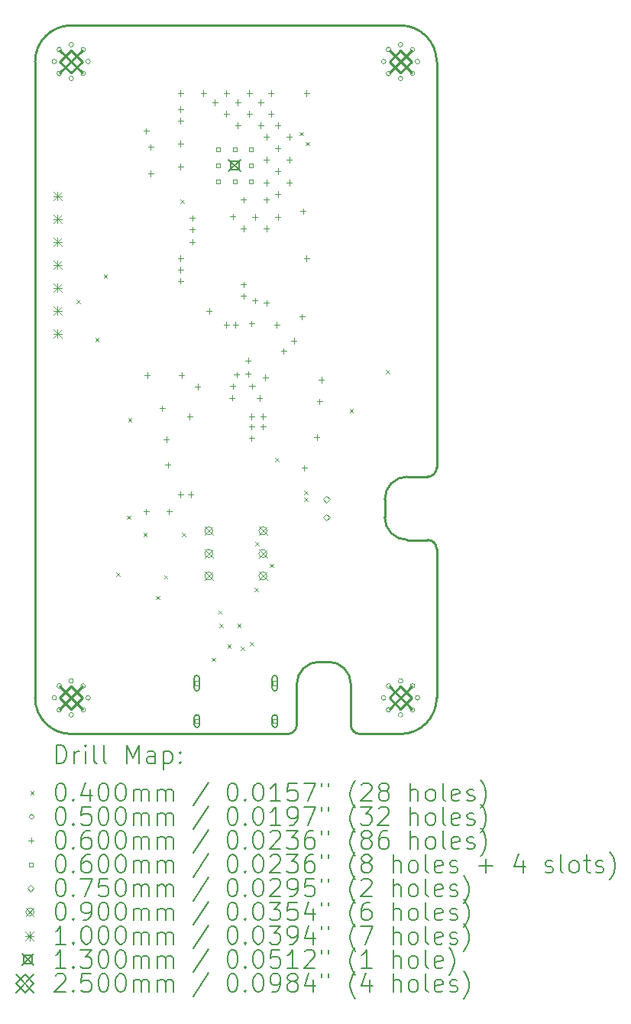
<source format=gbr>
%TF.GenerationSoftware,KiCad,Pcbnew,7.0.1*%
%TF.CreationDate,2023-09-19T14:53:10+09:00*%
%TF.ProjectId,ESP32-DevKit-Lipo_Rev_C,45535033-322d-4446-9576-4b69742d4c69,C*%
%TF.SameCoordinates,Original*%
%TF.FileFunction,Drillmap*%
%TF.FilePolarity,Positive*%
%FSLAX45Y45*%
G04 Gerber Fmt 4.5, Leading zero omitted, Abs format (unit mm)*
G04 Created by KiCad (PCBNEW 7.0.1) date 2023-09-19 14:53:10*
%MOMM*%
%LPD*%
G01*
G04 APERTURE LIST*
%ADD10C,0.254000*%
%ADD11C,0.200000*%
%ADD12C,0.040000*%
%ADD13C,0.050000*%
%ADD14C,0.060000*%
%ADD15C,0.075000*%
%ADD16C,0.090000*%
%ADD17C,0.100000*%
%ADD18C,0.130000*%
%ADD19C,0.250000*%
G04 APERTURE END LIST*
D10*
X16390000Y-12150000D02*
X16165000Y-12150000D01*
X15915000Y-11700000D02*
X15915000Y-11900000D01*
X16165000Y-11450000D02*
G75*
G03*
X15915000Y-11700000I0J-250000D01*
G01*
X15190000Y-13500000D02*
G75*
G03*
X14940000Y-13750000I0J-250000D01*
G01*
X15540000Y-13750000D02*
G75*
G03*
X15290000Y-13500000I-250000J0D01*
G01*
X15915000Y-11900000D02*
G75*
G03*
X16165000Y-12150000I250000J0D01*
G01*
X16490000Y-12250000D02*
G75*
G03*
X16390000Y-12150000I-100000J0D01*
G01*
X14840000Y-14300000D02*
G75*
G03*
X14940000Y-14200000I0J100000D01*
G01*
X15540000Y-14200000D02*
X15540000Y-13750000D01*
X12040000Y-6850000D02*
X12040000Y-13900000D01*
X16390000Y-11450000D02*
X16165000Y-11450000D01*
X12440000Y-6450000D02*
G75*
G03*
X12040000Y-6850000I0J-400000D01*
G01*
X16090000Y-6450000D02*
X12440000Y-6450000D01*
X15290000Y-13500000D02*
X15190000Y-13500000D01*
X16490000Y-6850000D02*
X16490000Y-11350000D01*
X16490000Y-6850000D02*
G75*
G03*
X16090000Y-6450000I-400000J0D01*
G01*
X12040000Y-13900000D02*
G75*
G03*
X12440000Y-14300000I400000J0D01*
G01*
X14940000Y-13750000D02*
X14940000Y-14200000D01*
X15540000Y-14200000D02*
G75*
G03*
X15640000Y-14300000I100000J0D01*
G01*
X16390000Y-11450000D02*
G75*
G03*
X16490000Y-11350000I0J100000D01*
G01*
X16090000Y-14300000D02*
X15640000Y-14300000D01*
X16490000Y-13900000D02*
X16490000Y-12250000D01*
X14840000Y-14300000D02*
X12440000Y-14300000D01*
X16090000Y-14300000D02*
G75*
G03*
X16490000Y-13900000I0J400000D01*
G01*
D11*
D12*
X12500000Y-9490000D02*
X12540000Y-9530000D01*
X12540000Y-9490000D02*
X12500000Y-9530000D01*
X12705800Y-9911200D02*
X12745800Y-9951200D01*
X12745800Y-9911200D02*
X12705800Y-9951200D01*
X12800000Y-9210000D02*
X12840000Y-9250000D01*
X12840000Y-9210000D02*
X12800000Y-9250000D01*
X12940000Y-12510000D02*
X12980000Y-12550000D01*
X12980000Y-12510000D02*
X12940000Y-12550000D01*
X13060000Y-11880000D02*
X13100000Y-11920000D01*
X13100000Y-11880000D02*
X13060000Y-11920000D01*
X13070000Y-10800000D02*
X13110000Y-10840000D01*
X13110000Y-10800000D02*
X13070000Y-10840000D01*
X13240000Y-12070000D02*
X13280000Y-12110000D01*
X13280000Y-12070000D02*
X13240000Y-12110000D01*
X13380000Y-12768346D02*
X13420000Y-12808346D01*
X13420000Y-12768346D02*
X13380000Y-12808346D01*
X13469200Y-12540000D02*
X13509200Y-12580000D01*
X13509200Y-12540000D02*
X13469200Y-12580000D01*
X13649850Y-8380000D02*
X13689850Y-8420000D01*
X13689850Y-8380000D02*
X13649850Y-8420000D01*
X13670000Y-12070000D02*
X13710000Y-12110000D01*
X13710000Y-12070000D02*
X13670000Y-12110000D01*
X13995000Y-13455000D02*
X14035000Y-13495000D01*
X14035000Y-13455000D02*
X13995000Y-13495000D01*
X14070000Y-12930000D02*
X14110000Y-12970000D01*
X14110000Y-12930000D02*
X14070000Y-12970000D01*
X14080000Y-13080000D02*
X14120000Y-13120000D01*
X14120000Y-13080000D02*
X14080000Y-13120000D01*
X14170000Y-13305000D02*
X14210000Y-13345000D01*
X14210000Y-13305000D02*
X14170000Y-13345000D01*
X14280000Y-13080000D02*
X14320000Y-13120000D01*
X14320000Y-13080000D02*
X14280000Y-13120000D01*
X14320000Y-13330000D02*
X14360000Y-13370000D01*
X14360000Y-13330000D02*
X14320000Y-13370000D01*
X14420000Y-13280000D02*
X14460000Y-13320000D01*
X14460000Y-13280000D02*
X14420000Y-13320000D01*
X14470000Y-12680000D02*
X14510000Y-12720000D01*
X14510000Y-12680000D02*
X14470000Y-12720000D01*
X14480000Y-12170000D02*
X14520000Y-12210000D01*
X14520000Y-12170000D02*
X14480000Y-12210000D01*
X14640000Y-12413050D02*
X14680000Y-12453050D01*
X14680000Y-12413050D02*
X14640000Y-12453050D01*
X14700000Y-11240000D02*
X14740000Y-11280000D01*
X14740000Y-11240000D02*
X14700000Y-11280000D01*
X14970000Y-7630000D02*
X15010000Y-7670000D01*
X15010000Y-7630000D02*
X14970000Y-7670000D01*
X15020000Y-11605000D02*
X15060000Y-11645000D01*
X15060000Y-11605000D02*
X15020000Y-11645000D01*
X15020000Y-11680000D02*
X15060000Y-11720000D01*
X15060000Y-11680000D02*
X15020000Y-11720000D01*
X15040850Y-7740000D02*
X15080850Y-7780000D01*
X15080850Y-7740000D02*
X15040850Y-7780000D01*
X15524800Y-10698800D02*
X15564800Y-10738800D01*
X15564800Y-10698800D02*
X15524800Y-10738800D01*
X15930000Y-10270000D02*
X15970000Y-10310000D01*
X15970000Y-10270000D02*
X15930000Y-10310000D01*
D13*
X12277500Y-6850000D02*
G75*
G03*
X12277500Y-6850000I-25000J0D01*
G01*
X12277500Y-13900000D02*
G75*
G03*
X12277500Y-13900000I-25000J0D01*
G01*
X12332417Y-6717417D02*
G75*
G03*
X12332417Y-6717417I-25000J0D01*
G01*
X12332417Y-6982582D02*
G75*
G03*
X12332417Y-6982582I-25000J0D01*
G01*
X12332417Y-13767417D02*
G75*
G03*
X12332417Y-13767417I-25000J0D01*
G01*
X12332417Y-14032582D02*
G75*
G03*
X12332417Y-14032582I-25000J0D01*
G01*
X12465000Y-6662500D02*
G75*
G03*
X12465000Y-6662500I-25000J0D01*
G01*
X12465000Y-7037500D02*
G75*
G03*
X12465000Y-7037500I-25000J0D01*
G01*
X12465000Y-13712500D02*
G75*
G03*
X12465000Y-13712500I-25000J0D01*
G01*
X12465000Y-14087500D02*
G75*
G03*
X12465000Y-14087500I-25000J0D01*
G01*
X12597582Y-6717417D02*
G75*
G03*
X12597582Y-6717417I-25000J0D01*
G01*
X12597582Y-6982582D02*
G75*
G03*
X12597582Y-6982582I-25000J0D01*
G01*
X12597582Y-13767417D02*
G75*
G03*
X12597582Y-13767417I-25000J0D01*
G01*
X12597582Y-14032582D02*
G75*
G03*
X12597582Y-14032582I-25000J0D01*
G01*
X12652500Y-6850000D02*
G75*
G03*
X12652500Y-6850000I-25000J0D01*
G01*
X12652500Y-13900000D02*
G75*
G03*
X12652500Y-13900000I-25000J0D01*
G01*
X15927500Y-6850000D02*
G75*
G03*
X15927500Y-6850000I-25000J0D01*
G01*
X15927500Y-13900000D02*
G75*
G03*
X15927500Y-13900000I-25000J0D01*
G01*
X15982417Y-6717417D02*
G75*
G03*
X15982417Y-6717417I-25000J0D01*
G01*
X15982417Y-6982582D02*
G75*
G03*
X15982417Y-6982582I-25000J0D01*
G01*
X15982417Y-13767417D02*
G75*
G03*
X15982417Y-13767417I-25000J0D01*
G01*
X15982417Y-14032582D02*
G75*
G03*
X15982417Y-14032582I-25000J0D01*
G01*
X16115000Y-6662500D02*
G75*
G03*
X16115000Y-6662500I-25000J0D01*
G01*
X16115000Y-7037500D02*
G75*
G03*
X16115000Y-7037500I-25000J0D01*
G01*
X16115000Y-13712500D02*
G75*
G03*
X16115000Y-13712500I-25000J0D01*
G01*
X16115000Y-14087500D02*
G75*
G03*
X16115000Y-14087500I-25000J0D01*
G01*
X16247582Y-6717417D02*
G75*
G03*
X16247582Y-6717417I-25000J0D01*
G01*
X16247582Y-6982582D02*
G75*
G03*
X16247582Y-6982582I-25000J0D01*
G01*
X16247582Y-13767417D02*
G75*
G03*
X16247582Y-13767417I-25000J0D01*
G01*
X16247582Y-14032582D02*
G75*
G03*
X16247582Y-14032582I-25000J0D01*
G01*
X16302500Y-6850000D02*
G75*
G03*
X16302500Y-6850000I-25000J0D01*
G01*
X16302500Y-13900000D02*
G75*
G03*
X16302500Y-13900000I-25000J0D01*
G01*
D14*
X13271500Y-7590000D02*
X13271500Y-7650000D01*
X13241500Y-7620000D02*
X13301500Y-7620000D01*
X13271500Y-11806400D02*
X13271500Y-11866400D01*
X13241500Y-11836400D02*
X13301500Y-11836400D01*
X13284200Y-10295100D02*
X13284200Y-10355100D01*
X13254200Y-10325100D02*
X13314200Y-10325100D01*
X13322300Y-7767800D02*
X13322300Y-7827800D01*
X13292300Y-7797800D02*
X13352300Y-7797800D01*
X13322300Y-8059900D02*
X13322300Y-8119900D01*
X13292300Y-8089900D02*
X13352300Y-8089900D01*
X13448699Y-10662035D02*
X13448699Y-10722035D01*
X13418699Y-10692035D02*
X13478699Y-10692035D01*
X13493750Y-11006300D02*
X13493750Y-11066300D01*
X13463750Y-11036300D02*
X13523750Y-11036300D01*
X13512800Y-11289599D02*
X13512800Y-11349599D01*
X13482800Y-11319599D02*
X13542800Y-11319599D01*
X13525500Y-11806400D02*
X13525500Y-11866400D01*
X13495500Y-11836400D02*
X13555500Y-11836400D01*
X13651704Y-9253200D02*
X13651704Y-9313200D01*
X13621704Y-9283200D02*
X13681704Y-9283200D01*
X13652500Y-7170900D02*
X13652500Y-7230900D01*
X13622500Y-7200900D02*
X13682500Y-7200900D01*
X13652500Y-7348700D02*
X13652500Y-7408700D01*
X13622500Y-7378700D02*
X13682500Y-7378700D01*
X13652500Y-7475700D02*
X13652500Y-7535700D01*
X13622500Y-7505700D02*
X13682500Y-7505700D01*
X13652500Y-7729700D02*
X13652500Y-7789700D01*
X13622500Y-7759700D02*
X13682500Y-7759700D01*
X13652500Y-7983700D02*
X13652500Y-8043700D01*
X13622500Y-8013700D02*
X13682500Y-8013700D01*
X13652500Y-8999700D02*
X13652500Y-9059700D01*
X13622500Y-9029700D02*
X13682500Y-9029700D01*
X13652500Y-9126700D02*
X13652500Y-9186700D01*
X13622500Y-9156700D02*
X13682500Y-9156700D01*
X13652500Y-11615900D02*
X13652500Y-11675900D01*
X13622500Y-11645900D02*
X13682500Y-11645900D01*
X13665200Y-10295100D02*
X13665200Y-10355100D01*
X13635200Y-10325100D02*
X13695200Y-10325100D01*
X13754100Y-10752300D02*
X13754100Y-10812300D01*
X13724100Y-10782300D02*
X13784100Y-10782300D01*
X13766800Y-11615900D02*
X13766800Y-11675900D01*
X13736800Y-11645900D02*
X13796800Y-11645900D01*
X13781000Y-8555200D02*
X13781000Y-8615200D01*
X13751000Y-8585200D02*
X13811000Y-8585200D01*
X13781000Y-8680700D02*
X13781000Y-8740700D01*
X13751000Y-8710700D02*
X13811000Y-8710700D01*
X13781000Y-8820400D02*
X13781000Y-8880400D01*
X13751000Y-8850400D02*
X13811000Y-8850400D01*
X13843000Y-10422100D02*
X13843000Y-10482100D01*
X13813000Y-10452100D02*
X13873000Y-10452100D01*
X13906500Y-7170900D02*
X13906500Y-7230900D01*
X13876500Y-7200900D02*
X13936500Y-7200900D01*
X13970000Y-9583900D02*
X13970000Y-9643900D01*
X13940000Y-9613900D02*
X14000000Y-9613900D01*
X14033500Y-7272500D02*
X14033500Y-7332500D01*
X14003500Y-7302500D02*
X14063500Y-7302500D01*
X14160500Y-7170900D02*
X14160500Y-7230900D01*
X14130500Y-7200900D02*
X14190500Y-7200900D01*
X14160500Y-7399500D02*
X14160500Y-7459500D01*
X14130500Y-7429500D02*
X14190500Y-7429500D01*
X14160500Y-9736300D02*
X14160500Y-9796300D01*
X14130500Y-9766300D02*
X14190500Y-9766300D01*
X14223201Y-10548301D02*
X14223201Y-10608301D01*
X14193201Y-10578301D02*
X14253201Y-10578301D01*
X14228949Y-10417151D02*
X14228949Y-10477151D01*
X14198949Y-10447151D02*
X14258949Y-10447151D01*
X14230124Y-8538331D02*
X14230124Y-8598331D01*
X14200124Y-8568331D02*
X14260124Y-8568331D01*
X14262100Y-9736300D02*
X14262100Y-9796300D01*
X14232100Y-9766300D02*
X14292100Y-9766300D01*
X14274800Y-10289805D02*
X14274800Y-10349805D01*
X14244800Y-10319805D02*
X14304800Y-10319805D01*
X14287500Y-7272500D02*
X14287500Y-7332500D01*
X14257500Y-7302500D02*
X14317500Y-7302500D01*
X14287500Y-7526500D02*
X14287500Y-7586500D01*
X14257500Y-7556500D02*
X14317500Y-7556500D01*
X14351000Y-8352000D02*
X14351000Y-8412000D01*
X14321000Y-8382000D02*
X14381000Y-8382000D01*
X14351000Y-8669500D02*
X14351000Y-8729500D01*
X14321000Y-8699500D02*
X14381000Y-8699500D01*
X14351000Y-9291800D02*
X14351000Y-9351800D01*
X14321000Y-9321800D02*
X14381000Y-9321800D01*
X14351000Y-9418800D02*
X14351000Y-9478800D01*
X14321000Y-9448800D02*
X14381000Y-9448800D01*
X14401800Y-10131016D02*
X14401800Y-10191016D01*
X14371800Y-10161016D02*
X14431800Y-10161016D01*
X14401800Y-10282400D02*
X14401800Y-10342400D01*
X14371800Y-10312400D02*
X14431800Y-10312400D01*
X14414500Y-7170900D02*
X14414500Y-7230900D01*
X14384500Y-7200900D02*
X14444500Y-7200900D01*
X14414500Y-7399500D02*
X14414500Y-7459500D01*
X14384500Y-7429500D02*
X14444500Y-7429500D01*
X14439900Y-9723600D02*
X14439900Y-9783600D01*
X14409900Y-9753600D02*
X14469900Y-9753600D01*
X14439900Y-10752300D02*
X14439900Y-10812300D01*
X14409900Y-10782300D02*
X14469900Y-10782300D01*
X14439900Y-10866600D02*
X14439900Y-10926600D01*
X14409900Y-10896600D02*
X14469900Y-10896600D01*
X14439900Y-10993600D02*
X14439900Y-11053600D01*
X14409900Y-11023600D02*
X14469900Y-11023600D01*
X14444849Y-10417151D02*
X14444849Y-10477151D01*
X14414849Y-10447151D02*
X14474849Y-10447151D01*
X14478000Y-8542500D02*
X14478000Y-8602500D01*
X14448000Y-8572500D02*
X14508000Y-8572500D01*
X14478000Y-9469600D02*
X14478000Y-9529600D01*
X14448000Y-9499600D02*
X14508000Y-9499600D01*
X14528801Y-10549100D02*
X14528801Y-10609100D01*
X14498801Y-10579100D02*
X14558801Y-10579100D01*
X14541500Y-7272500D02*
X14541500Y-7332500D01*
X14511500Y-7302500D02*
X14571500Y-7302500D01*
X14541500Y-7526500D02*
X14541500Y-7586500D01*
X14511500Y-7556500D02*
X14571500Y-7556500D01*
X14566900Y-10752300D02*
X14566900Y-10812300D01*
X14536900Y-10782300D02*
X14596900Y-10782300D01*
X14566900Y-10866600D02*
X14566900Y-10926600D01*
X14536900Y-10896600D02*
X14596900Y-10896600D01*
X14592300Y-10320500D02*
X14592300Y-10380500D01*
X14562300Y-10350500D02*
X14622300Y-10350500D01*
X14605000Y-7653500D02*
X14605000Y-7713500D01*
X14575000Y-7683500D02*
X14635000Y-7683500D01*
X14605000Y-7907500D02*
X14605000Y-7967500D01*
X14575000Y-7937500D02*
X14635000Y-7937500D01*
X14605000Y-8161500D02*
X14605000Y-8221500D01*
X14575000Y-8191500D02*
X14635000Y-8191500D01*
X14605000Y-8352000D02*
X14605000Y-8412000D01*
X14575000Y-8382000D02*
X14635000Y-8382000D01*
X14605000Y-8669500D02*
X14605000Y-8729500D01*
X14575000Y-8699500D02*
X14635000Y-8699500D01*
X14605000Y-9495000D02*
X14605000Y-9555000D01*
X14575000Y-9525000D02*
X14635000Y-9525000D01*
X14655800Y-7170900D02*
X14655800Y-7230900D01*
X14625800Y-7200900D02*
X14685800Y-7200900D01*
X14655800Y-7399500D02*
X14655800Y-7459500D01*
X14625800Y-7429500D02*
X14685800Y-7429500D01*
X14719300Y-9736300D02*
X14719300Y-9796300D01*
X14689300Y-9766300D02*
X14749300Y-9766300D01*
X14732000Y-7526500D02*
X14732000Y-7586500D01*
X14702000Y-7556500D02*
X14762000Y-7556500D01*
X14732000Y-7780500D02*
X14732000Y-7840500D01*
X14702000Y-7810500D02*
X14762000Y-7810500D01*
X14732000Y-8034500D02*
X14732000Y-8094500D01*
X14702000Y-8064500D02*
X14762000Y-8064500D01*
X14732000Y-8288500D02*
X14732000Y-8348500D01*
X14702000Y-8318500D02*
X14762000Y-8318500D01*
X14732000Y-8542500D02*
X14732000Y-8602500D01*
X14702000Y-8572500D02*
X14762000Y-8572500D01*
X14795500Y-10028400D02*
X14795500Y-10088400D01*
X14765500Y-10058400D02*
X14825500Y-10058400D01*
X14859000Y-7653500D02*
X14859000Y-7713500D01*
X14829000Y-7683500D02*
X14889000Y-7683500D01*
X14859000Y-7907500D02*
X14859000Y-7967500D01*
X14829000Y-7937500D02*
X14889000Y-7937500D01*
X14859000Y-8161500D02*
X14859000Y-8221500D01*
X14829000Y-8191500D02*
X14889000Y-8191500D01*
X14909800Y-9914100D02*
X14909800Y-9974100D01*
X14879800Y-9944100D02*
X14939800Y-9944100D01*
X14998700Y-9647400D02*
X14998700Y-9707400D01*
X14968700Y-9677400D02*
X15028700Y-9677400D01*
X15011400Y-8479000D02*
X15011400Y-8539000D01*
X14981400Y-8509000D02*
X15041400Y-8509000D01*
X15024100Y-11323800D02*
X15024100Y-11383800D01*
X14994100Y-11353800D02*
X15054100Y-11353800D01*
X15049500Y-7170900D02*
X15049500Y-7230900D01*
X15019500Y-7200900D02*
X15079500Y-7200900D01*
X15049500Y-8999700D02*
X15049500Y-9059700D01*
X15019500Y-9029700D02*
X15079500Y-9029700D01*
X15163800Y-10980900D02*
X15163800Y-11040900D01*
X15133800Y-11010900D02*
X15193800Y-11010900D01*
X15192169Y-10584231D02*
X15192169Y-10644231D01*
X15162169Y-10614231D02*
X15222169Y-10614231D01*
X15214600Y-10345902D02*
X15214600Y-10405902D01*
X15184600Y-10375902D02*
X15244600Y-10375902D01*
X13854213Y-13758713D02*
X13854213Y-13716287D01*
X13811787Y-13716287D01*
X13811787Y-13758713D01*
X13854213Y-13758713D01*
D11*
X13803000Y-13682500D02*
X13803000Y-13792500D01*
X13803000Y-13792500D02*
G75*
G03*
X13863000Y-13792500I30000J0D01*
G01*
X13863000Y-13792500D02*
X13863000Y-13682500D01*
X13863000Y-13682500D02*
G75*
G03*
X13803000Y-13682500I-30000J0D01*
G01*
D14*
X13854213Y-14178713D02*
X13854213Y-14136287D01*
X13811787Y-14136287D01*
X13811787Y-14178713D01*
X13854213Y-14178713D01*
D11*
X13803000Y-14117500D02*
X13803000Y-14197500D01*
X13803000Y-14197500D02*
G75*
G03*
X13863000Y-14197500I30000J0D01*
G01*
X13863000Y-14197500D02*
X13863000Y-14117500D01*
X13863000Y-14117500D02*
G75*
G03*
X13803000Y-14117500I-30000J0D01*
G01*
D14*
X14092213Y-7843413D02*
X14092213Y-7800987D01*
X14049787Y-7800987D01*
X14049787Y-7843413D01*
X14092213Y-7843413D01*
X14092213Y-8023413D02*
X14092213Y-7980987D01*
X14049787Y-7980987D01*
X14049787Y-8023413D01*
X14092213Y-8023413D01*
X14092213Y-8203413D02*
X14092213Y-8160987D01*
X14049787Y-8160987D01*
X14049787Y-8203413D01*
X14092213Y-8203413D01*
X14272213Y-7843413D02*
X14272213Y-7800987D01*
X14229787Y-7800987D01*
X14229787Y-7843413D01*
X14272213Y-7843413D01*
X14272213Y-8203413D02*
X14272213Y-8160987D01*
X14229787Y-8160987D01*
X14229787Y-8203413D01*
X14272213Y-8203413D01*
X14452213Y-7843413D02*
X14452213Y-7800987D01*
X14409787Y-7800987D01*
X14409787Y-7843413D01*
X14452213Y-7843413D01*
X14452213Y-8023413D02*
X14452213Y-7980987D01*
X14409787Y-7980987D01*
X14409787Y-8023413D01*
X14452213Y-8023413D01*
X14452213Y-8203413D02*
X14452213Y-8160987D01*
X14409787Y-8160987D01*
X14409787Y-8203413D01*
X14452213Y-8203413D01*
X14718213Y-13758713D02*
X14718213Y-13716287D01*
X14675787Y-13716287D01*
X14675787Y-13758713D01*
X14718213Y-13758713D01*
D11*
X14667000Y-13682500D02*
X14667000Y-13792500D01*
X14667000Y-13792500D02*
G75*
G03*
X14727000Y-13792500I30000J0D01*
G01*
X14727000Y-13792500D02*
X14727000Y-13682500D01*
X14727000Y-13682500D02*
G75*
G03*
X14667000Y-13682500I-30000J0D01*
G01*
D14*
X14718213Y-14178713D02*
X14718213Y-14136287D01*
X14675787Y-14136287D01*
X14675787Y-14178713D01*
X14718213Y-14178713D01*
D11*
X14667000Y-14117500D02*
X14667000Y-14197500D01*
X14667000Y-14197500D02*
G75*
G03*
X14727000Y-14197500I30000J0D01*
G01*
X14727000Y-14197500D02*
X14727000Y-14117500D01*
X14727000Y-14117500D02*
G75*
G03*
X14667000Y-14117500I-30000J0D01*
G01*
D15*
X15270000Y-11737500D02*
X15307500Y-11700000D01*
X15270000Y-11662500D01*
X15232500Y-11700000D01*
X15270000Y-11737500D01*
X15270000Y-11937500D02*
X15307500Y-11900000D01*
X15270000Y-11862500D01*
X15232500Y-11900000D01*
X15270000Y-11937500D01*
D16*
X13920000Y-12005000D02*
X14010000Y-12095000D01*
X14010000Y-12005000D02*
X13920000Y-12095000D01*
X14010000Y-12050000D02*
G75*
G03*
X14010000Y-12050000I-45000J0D01*
G01*
X13920000Y-12255000D02*
X14010000Y-12345000D01*
X14010000Y-12255000D02*
X13920000Y-12345000D01*
X14010000Y-12300000D02*
G75*
G03*
X14010000Y-12300000I-45000J0D01*
G01*
X13920000Y-12505000D02*
X14010000Y-12595000D01*
X14010000Y-12505000D02*
X13920000Y-12595000D01*
X14010000Y-12550000D02*
G75*
G03*
X14010000Y-12550000I-45000J0D01*
G01*
X14520000Y-12005000D02*
X14610000Y-12095000D01*
X14610000Y-12005000D02*
X14520000Y-12095000D01*
X14610000Y-12050000D02*
G75*
G03*
X14610000Y-12050000I-45000J0D01*
G01*
X14520000Y-12255000D02*
X14610000Y-12345000D01*
X14610000Y-12255000D02*
X14520000Y-12345000D01*
X14610000Y-12300000D02*
G75*
G03*
X14610000Y-12300000I-45000J0D01*
G01*
X14520000Y-12505000D02*
X14610000Y-12595000D01*
X14610000Y-12505000D02*
X14520000Y-12595000D01*
X14610000Y-12550000D02*
G75*
G03*
X14610000Y-12550000I-45000J0D01*
G01*
D17*
X12240000Y-8290000D02*
X12340000Y-8390000D01*
X12340000Y-8290000D02*
X12240000Y-8390000D01*
X12290000Y-8290000D02*
X12290000Y-8390000D01*
X12240000Y-8340000D02*
X12340000Y-8340000D01*
X12240000Y-8544000D02*
X12340000Y-8644000D01*
X12340000Y-8544000D02*
X12240000Y-8644000D01*
X12290000Y-8544000D02*
X12290000Y-8644000D01*
X12240000Y-8594000D02*
X12340000Y-8594000D01*
X12240000Y-8798000D02*
X12340000Y-8898000D01*
X12340000Y-8798000D02*
X12240000Y-8898000D01*
X12290000Y-8798000D02*
X12290000Y-8898000D01*
X12240000Y-8848000D02*
X12340000Y-8848000D01*
X12240000Y-9052000D02*
X12340000Y-9152000D01*
X12340000Y-9052000D02*
X12240000Y-9152000D01*
X12290000Y-9052000D02*
X12290000Y-9152000D01*
X12240000Y-9102000D02*
X12340000Y-9102000D01*
X12240000Y-9306000D02*
X12340000Y-9406000D01*
X12340000Y-9306000D02*
X12240000Y-9406000D01*
X12290000Y-9306000D02*
X12290000Y-9406000D01*
X12240000Y-9356000D02*
X12340000Y-9356000D01*
X12240000Y-9560000D02*
X12340000Y-9660000D01*
X12340000Y-9560000D02*
X12240000Y-9660000D01*
X12290000Y-9560000D02*
X12290000Y-9660000D01*
X12240000Y-9610000D02*
X12340000Y-9610000D01*
X12240000Y-9814000D02*
X12340000Y-9914000D01*
X12340000Y-9814000D02*
X12240000Y-9914000D01*
X12290000Y-9814000D02*
X12290000Y-9914000D01*
X12240000Y-9864000D02*
X12340000Y-9864000D01*
D18*
X14186000Y-7937200D02*
X14316000Y-8067200D01*
X14316000Y-7937200D02*
X14186000Y-8067200D01*
X14296962Y-8048162D02*
X14296962Y-7956238D01*
X14205038Y-7956238D01*
X14205038Y-8048162D01*
X14296962Y-8048162D01*
D19*
X12315000Y-6725000D02*
X12565000Y-6975000D01*
X12565000Y-6725000D02*
X12315000Y-6975000D01*
X12440000Y-6975000D02*
X12565000Y-6850000D01*
X12440000Y-6725000D01*
X12315000Y-6850000D01*
X12440000Y-6975000D01*
X12315000Y-13775000D02*
X12565000Y-14025000D01*
X12565000Y-13775000D02*
X12315000Y-14025000D01*
X12440000Y-14025000D02*
X12565000Y-13900000D01*
X12440000Y-13775000D01*
X12315000Y-13900000D01*
X12440000Y-14025000D01*
X15965000Y-6725000D02*
X16215000Y-6975000D01*
X16215000Y-6725000D02*
X15965000Y-6975000D01*
X16090000Y-6975000D02*
X16215000Y-6850000D01*
X16090000Y-6725000D01*
X15965000Y-6850000D01*
X16090000Y-6975000D01*
X15965000Y-13775000D02*
X16215000Y-14025000D01*
X16215000Y-13775000D02*
X15965000Y-14025000D01*
X16090000Y-14025000D02*
X16215000Y-13900000D01*
X16090000Y-13775000D01*
X15965000Y-13900000D01*
X16090000Y-14025000D01*
D11*
X12274919Y-14625224D02*
X12274919Y-14425224D01*
X12274919Y-14425224D02*
X12322538Y-14425224D01*
X12322538Y-14425224D02*
X12351109Y-14434748D01*
X12351109Y-14434748D02*
X12370157Y-14453795D01*
X12370157Y-14453795D02*
X12379681Y-14472843D01*
X12379681Y-14472843D02*
X12389205Y-14510938D01*
X12389205Y-14510938D02*
X12389205Y-14539509D01*
X12389205Y-14539509D02*
X12379681Y-14577605D01*
X12379681Y-14577605D02*
X12370157Y-14596652D01*
X12370157Y-14596652D02*
X12351109Y-14615700D01*
X12351109Y-14615700D02*
X12322538Y-14625224D01*
X12322538Y-14625224D02*
X12274919Y-14625224D01*
X12474919Y-14625224D02*
X12474919Y-14491890D01*
X12474919Y-14529986D02*
X12484443Y-14510938D01*
X12484443Y-14510938D02*
X12493967Y-14501414D01*
X12493967Y-14501414D02*
X12513014Y-14491890D01*
X12513014Y-14491890D02*
X12532062Y-14491890D01*
X12598728Y-14625224D02*
X12598728Y-14491890D01*
X12598728Y-14425224D02*
X12589205Y-14434748D01*
X12589205Y-14434748D02*
X12598728Y-14444271D01*
X12598728Y-14444271D02*
X12608252Y-14434748D01*
X12608252Y-14434748D02*
X12598728Y-14425224D01*
X12598728Y-14425224D02*
X12598728Y-14444271D01*
X12722538Y-14625224D02*
X12703490Y-14615700D01*
X12703490Y-14615700D02*
X12693967Y-14596652D01*
X12693967Y-14596652D02*
X12693967Y-14425224D01*
X12827300Y-14625224D02*
X12808252Y-14615700D01*
X12808252Y-14615700D02*
X12798728Y-14596652D01*
X12798728Y-14596652D02*
X12798728Y-14425224D01*
X13055871Y-14625224D02*
X13055871Y-14425224D01*
X13055871Y-14425224D02*
X13122538Y-14568081D01*
X13122538Y-14568081D02*
X13189205Y-14425224D01*
X13189205Y-14425224D02*
X13189205Y-14625224D01*
X13370157Y-14625224D02*
X13370157Y-14520462D01*
X13370157Y-14520462D02*
X13360633Y-14501414D01*
X13360633Y-14501414D02*
X13341586Y-14491890D01*
X13341586Y-14491890D02*
X13303490Y-14491890D01*
X13303490Y-14491890D02*
X13284443Y-14501414D01*
X13370157Y-14615700D02*
X13351109Y-14625224D01*
X13351109Y-14625224D02*
X13303490Y-14625224D01*
X13303490Y-14625224D02*
X13284443Y-14615700D01*
X13284443Y-14615700D02*
X13274919Y-14596652D01*
X13274919Y-14596652D02*
X13274919Y-14577605D01*
X13274919Y-14577605D02*
X13284443Y-14558557D01*
X13284443Y-14558557D02*
X13303490Y-14549033D01*
X13303490Y-14549033D02*
X13351109Y-14549033D01*
X13351109Y-14549033D02*
X13370157Y-14539509D01*
X13465395Y-14491890D02*
X13465395Y-14691890D01*
X13465395Y-14501414D02*
X13484443Y-14491890D01*
X13484443Y-14491890D02*
X13522538Y-14491890D01*
X13522538Y-14491890D02*
X13541586Y-14501414D01*
X13541586Y-14501414D02*
X13551109Y-14510938D01*
X13551109Y-14510938D02*
X13560633Y-14529986D01*
X13560633Y-14529986D02*
X13560633Y-14587128D01*
X13560633Y-14587128D02*
X13551109Y-14606176D01*
X13551109Y-14606176D02*
X13541586Y-14615700D01*
X13541586Y-14615700D02*
X13522538Y-14625224D01*
X13522538Y-14625224D02*
X13484443Y-14625224D01*
X13484443Y-14625224D02*
X13465395Y-14615700D01*
X13646348Y-14606176D02*
X13655871Y-14615700D01*
X13655871Y-14615700D02*
X13646348Y-14625224D01*
X13646348Y-14625224D02*
X13636824Y-14615700D01*
X13636824Y-14615700D02*
X13646348Y-14606176D01*
X13646348Y-14606176D02*
X13646348Y-14625224D01*
X13646348Y-14501414D02*
X13655871Y-14510938D01*
X13655871Y-14510938D02*
X13646348Y-14520462D01*
X13646348Y-14520462D02*
X13636824Y-14510938D01*
X13636824Y-14510938D02*
X13646348Y-14501414D01*
X13646348Y-14501414D02*
X13646348Y-14520462D01*
D12*
X11987300Y-14932700D02*
X12027300Y-14972700D01*
X12027300Y-14932700D02*
X11987300Y-14972700D01*
D11*
X12313014Y-14845224D02*
X12332062Y-14845224D01*
X12332062Y-14845224D02*
X12351109Y-14854748D01*
X12351109Y-14854748D02*
X12360633Y-14864271D01*
X12360633Y-14864271D02*
X12370157Y-14883319D01*
X12370157Y-14883319D02*
X12379681Y-14921414D01*
X12379681Y-14921414D02*
X12379681Y-14969033D01*
X12379681Y-14969033D02*
X12370157Y-15007128D01*
X12370157Y-15007128D02*
X12360633Y-15026176D01*
X12360633Y-15026176D02*
X12351109Y-15035700D01*
X12351109Y-15035700D02*
X12332062Y-15045224D01*
X12332062Y-15045224D02*
X12313014Y-15045224D01*
X12313014Y-15045224D02*
X12293967Y-15035700D01*
X12293967Y-15035700D02*
X12284443Y-15026176D01*
X12284443Y-15026176D02*
X12274919Y-15007128D01*
X12274919Y-15007128D02*
X12265395Y-14969033D01*
X12265395Y-14969033D02*
X12265395Y-14921414D01*
X12265395Y-14921414D02*
X12274919Y-14883319D01*
X12274919Y-14883319D02*
X12284443Y-14864271D01*
X12284443Y-14864271D02*
X12293967Y-14854748D01*
X12293967Y-14854748D02*
X12313014Y-14845224D01*
X12465395Y-15026176D02*
X12474919Y-15035700D01*
X12474919Y-15035700D02*
X12465395Y-15045224D01*
X12465395Y-15045224D02*
X12455871Y-15035700D01*
X12455871Y-15035700D02*
X12465395Y-15026176D01*
X12465395Y-15026176D02*
X12465395Y-15045224D01*
X12646348Y-14911890D02*
X12646348Y-15045224D01*
X12598728Y-14835700D02*
X12551109Y-14978557D01*
X12551109Y-14978557D02*
X12674919Y-14978557D01*
X12789205Y-14845224D02*
X12808252Y-14845224D01*
X12808252Y-14845224D02*
X12827300Y-14854748D01*
X12827300Y-14854748D02*
X12836824Y-14864271D01*
X12836824Y-14864271D02*
X12846348Y-14883319D01*
X12846348Y-14883319D02*
X12855871Y-14921414D01*
X12855871Y-14921414D02*
X12855871Y-14969033D01*
X12855871Y-14969033D02*
X12846348Y-15007128D01*
X12846348Y-15007128D02*
X12836824Y-15026176D01*
X12836824Y-15026176D02*
X12827300Y-15035700D01*
X12827300Y-15035700D02*
X12808252Y-15045224D01*
X12808252Y-15045224D02*
X12789205Y-15045224D01*
X12789205Y-15045224D02*
X12770157Y-15035700D01*
X12770157Y-15035700D02*
X12760633Y-15026176D01*
X12760633Y-15026176D02*
X12751109Y-15007128D01*
X12751109Y-15007128D02*
X12741586Y-14969033D01*
X12741586Y-14969033D02*
X12741586Y-14921414D01*
X12741586Y-14921414D02*
X12751109Y-14883319D01*
X12751109Y-14883319D02*
X12760633Y-14864271D01*
X12760633Y-14864271D02*
X12770157Y-14854748D01*
X12770157Y-14854748D02*
X12789205Y-14845224D01*
X12979681Y-14845224D02*
X12998729Y-14845224D01*
X12998729Y-14845224D02*
X13017776Y-14854748D01*
X13017776Y-14854748D02*
X13027300Y-14864271D01*
X13027300Y-14864271D02*
X13036824Y-14883319D01*
X13036824Y-14883319D02*
X13046348Y-14921414D01*
X13046348Y-14921414D02*
X13046348Y-14969033D01*
X13046348Y-14969033D02*
X13036824Y-15007128D01*
X13036824Y-15007128D02*
X13027300Y-15026176D01*
X13027300Y-15026176D02*
X13017776Y-15035700D01*
X13017776Y-15035700D02*
X12998729Y-15045224D01*
X12998729Y-15045224D02*
X12979681Y-15045224D01*
X12979681Y-15045224D02*
X12960633Y-15035700D01*
X12960633Y-15035700D02*
X12951109Y-15026176D01*
X12951109Y-15026176D02*
X12941586Y-15007128D01*
X12941586Y-15007128D02*
X12932062Y-14969033D01*
X12932062Y-14969033D02*
X12932062Y-14921414D01*
X12932062Y-14921414D02*
X12941586Y-14883319D01*
X12941586Y-14883319D02*
X12951109Y-14864271D01*
X12951109Y-14864271D02*
X12960633Y-14854748D01*
X12960633Y-14854748D02*
X12979681Y-14845224D01*
X13132062Y-15045224D02*
X13132062Y-14911890D01*
X13132062Y-14930938D02*
X13141586Y-14921414D01*
X13141586Y-14921414D02*
X13160633Y-14911890D01*
X13160633Y-14911890D02*
X13189205Y-14911890D01*
X13189205Y-14911890D02*
X13208252Y-14921414D01*
X13208252Y-14921414D02*
X13217776Y-14940462D01*
X13217776Y-14940462D02*
X13217776Y-15045224D01*
X13217776Y-14940462D02*
X13227300Y-14921414D01*
X13227300Y-14921414D02*
X13246348Y-14911890D01*
X13246348Y-14911890D02*
X13274919Y-14911890D01*
X13274919Y-14911890D02*
X13293967Y-14921414D01*
X13293967Y-14921414D02*
X13303490Y-14940462D01*
X13303490Y-14940462D02*
X13303490Y-15045224D01*
X13398729Y-15045224D02*
X13398729Y-14911890D01*
X13398729Y-14930938D02*
X13408252Y-14921414D01*
X13408252Y-14921414D02*
X13427300Y-14911890D01*
X13427300Y-14911890D02*
X13455871Y-14911890D01*
X13455871Y-14911890D02*
X13474919Y-14921414D01*
X13474919Y-14921414D02*
X13484443Y-14940462D01*
X13484443Y-14940462D02*
X13484443Y-15045224D01*
X13484443Y-14940462D02*
X13493967Y-14921414D01*
X13493967Y-14921414D02*
X13513014Y-14911890D01*
X13513014Y-14911890D02*
X13541586Y-14911890D01*
X13541586Y-14911890D02*
X13560633Y-14921414D01*
X13560633Y-14921414D02*
X13570157Y-14940462D01*
X13570157Y-14940462D02*
X13570157Y-15045224D01*
X13960633Y-14835700D02*
X13789205Y-15092843D01*
X14217776Y-14845224D02*
X14236824Y-14845224D01*
X14236824Y-14845224D02*
X14255872Y-14854748D01*
X14255872Y-14854748D02*
X14265395Y-14864271D01*
X14265395Y-14864271D02*
X14274919Y-14883319D01*
X14274919Y-14883319D02*
X14284443Y-14921414D01*
X14284443Y-14921414D02*
X14284443Y-14969033D01*
X14284443Y-14969033D02*
X14274919Y-15007128D01*
X14274919Y-15007128D02*
X14265395Y-15026176D01*
X14265395Y-15026176D02*
X14255872Y-15035700D01*
X14255872Y-15035700D02*
X14236824Y-15045224D01*
X14236824Y-15045224D02*
X14217776Y-15045224D01*
X14217776Y-15045224D02*
X14198729Y-15035700D01*
X14198729Y-15035700D02*
X14189205Y-15026176D01*
X14189205Y-15026176D02*
X14179681Y-15007128D01*
X14179681Y-15007128D02*
X14170157Y-14969033D01*
X14170157Y-14969033D02*
X14170157Y-14921414D01*
X14170157Y-14921414D02*
X14179681Y-14883319D01*
X14179681Y-14883319D02*
X14189205Y-14864271D01*
X14189205Y-14864271D02*
X14198729Y-14854748D01*
X14198729Y-14854748D02*
X14217776Y-14845224D01*
X14370157Y-15026176D02*
X14379681Y-15035700D01*
X14379681Y-15035700D02*
X14370157Y-15045224D01*
X14370157Y-15045224D02*
X14360633Y-15035700D01*
X14360633Y-15035700D02*
X14370157Y-15026176D01*
X14370157Y-15026176D02*
X14370157Y-15045224D01*
X14503491Y-14845224D02*
X14522538Y-14845224D01*
X14522538Y-14845224D02*
X14541586Y-14854748D01*
X14541586Y-14854748D02*
X14551110Y-14864271D01*
X14551110Y-14864271D02*
X14560633Y-14883319D01*
X14560633Y-14883319D02*
X14570157Y-14921414D01*
X14570157Y-14921414D02*
X14570157Y-14969033D01*
X14570157Y-14969033D02*
X14560633Y-15007128D01*
X14560633Y-15007128D02*
X14551110Y-15026176D01*
X14551110Y-15026176D02*
X14541586Y-15035700D01*
X14541586Y-15035700D02*
X14522538Y-15045224D01*
X14522538Y-15045224D02*
X14503491Y-15045224D01*
X14503491Y-15045224D02*
X14484443Y-15035700D01*
X14484443Y-15035700D02*
X14474919Y-15026176D01*
X14474919Y-15026176D02*
X14465395Y-15007128D01*
X14465395Y-15007128D02*
X14455872Y-14969033D01*
X14455872Y-14969033D02*
X14455872Y-14921414D01*
X14455872Y-14921414D02*
X14465395Y-14883319D01*
X14465395Y-14883319D02*
X14474919Y-14864271D01*
X14474919Y-14864271D02*
X14484443Y-14854748D01*
X14484443Y-14854748D02*
X14503491Y-14845224D01*
X14760633Y-15045224D02*
X14646348Y-15045224D01*
X14703491Y-15045224D02*
X14703491Y-14845224D01*
X14703491Y-14845224D02*
X14684443Y-14873795D01*
X14684443Y-14873795D02*
X14665395Y-14892843D01*
X14665395Y-14892843D02*
X14646348Y-14902367D01*
X14941586Y-14845224D02*
X14846348Y-14845224D01*
X14846348Y-14845224D02*
X14836824Y-14940462D01*
X14836824Y-14940462D02*
X14846348Y-14930938D01*
X14846348Y-14930938D02*
X14865395Y-14921414D01*
X14865395Y-14921414D02*
X14913014Y-14921414D01*
X14913014Y-14921414D02*
X14932062Y-14930938D01*
X14932062Y-14930938D02*
X14941586Y-14940462D01*
X14941586Y-14940462D02*
X14951110Y-14959509D01*
X14951110Y-14959509D02*
X14951110Y-15007128D01*
X14951110Y-15007128D02*
X14941586Y-15026176D01*
X14941586Y-15026176D02*
X14932062Y-15035700D01*
X14932062Y-15035700D02*
X14913014Y-15045224D01*
X14913014Y-15045224D02*
X14865395Y-15045224D01*
X14865395Y-15045224D02*
X14846348Y-15035700D01*
X14846348Y-15035700D02*
X14836824Y-15026176D01*
X15017776Y-14845224D02*
X15151110Y-14845224D01*
X15151110Y-14845224D02*
X15065395Y-15045224D01*
X15217776Y-14845224D02*
X15217776Y-14883319D01*
X15293967Y-14845224D02*
X15293967Y-14883319D01*
X15589205Y-15121414D02*
X15579681Y-15111890D01*
X15579681Y-15111890D02*
X15560634Y-15083319D01*
X15560634Y-15083319D02*
X15551110Y-15064271D01*
X15551110Y-15064271D02*
X15541586Y-15035700D01*
X15541586Y-15035700D02*
X15532062Y-14988081D01*
X15532062Y-14988081D02*
X15532062Y-14949986D01*
X15532062Y-14949986D02*
X15541586Y-14902367D01*
X15541586Y-14902367D02*
X15551110Y-14873795D01*
X15551110Y-14873795D02*
X15560634Y-14854748D01*
X15560634Y-14854748D02*
X15579681Y-14826176D01*
X15579681Y-14826176D02*
X15589205Y-14816652D01*
X15655872Y-14864271D02*
X15665395Y-14854748D01*
X15665395Y-14854748D02*
X15684443Y-14845224D01*
X15684443Y-14845224D02*
X15732062Y-14845224D01*
X15732062Y-14845224D02*
X15751110Y-14854748D01*
X15751110Y-14854748D02*
X15760634Y-14864271D01*
X15760634Y-14864271D02*
X15770157Y-14883319D01*
X15770157Y-14883319D02*
X15770157Y-14902367D01*
X15770157Y-14902367D02*
X15760634Y-14930938D01*
X15760634Y-14930938D02*
X15646348Y-15045224D01*
X15646348Y-15045224D02*
X15770157Y-15045224D01*
X15884443Y-14930938D02*
X15865395Y-14921414D01*
X15865395Y-14921414D02*
X15855872Y-14911890D01*
X15855872Y-14911890D02*
X15846348Y-14892843D01*
X15846348Y-14892843D02*
X15846348Y-14883319D01*
X15846348Y-14883319D02*
X15855872Y-14864271D01*
X15855872Y-14864271D02*
X15865395Y-14854748D01*
X15865395Y-14854748D02*
X15884443Y-14845224D01*
X15884443Y-14845224D02*
X15922538Y-14845224D01*
X15922538Y-14845224D02*
X15941586Y-14854748D01*
X15941586Y-14854748D02*
X15951110Y-14864271D01*
X15951110Y-14864271D02*
X15960634Y-14883319D01*
X15960634Y-14883319D02*
X15960634Y-14892843D01*
X15960634Y-14892843D02*
X15951110Y-14911890D01*
X15951110Y-14911890D02*
X15941586Y-14921414D01*
X15941586Y-14921414D02*
X15922538Y-14930938D01*
X15922538Y-14930938D02*
X15884443Y-14930938D01*
X15884443Y-14930938D02*
X15865395Y-14940462D01*
X15865395Y-14940462D02*
X15855872Y-14949986D01*
X15855872Y-14949986D02*
X15846348Y-14969033D01*
X15846348Y-14969033D02*
X15846348Y-15007128D01*
X15846348Y-15007128D02*
X15855872Y-15026176D01*
X15855872Y-15026176D02*
X15865395Y-15035700D01*
X15865395Y-15035700D02*
X15884443Y-15045224D01*
X15884443Y-15045224D02*
X15922538Y-15045224D01*
X15922538Y-15045224D02*
X15941586Y-15035700D01*
X15941586Y-15035700D02*
X15951110Y-15026176D01*
X15951110Y-15026176D02*
X15960634Y-15007128D01*
X15960634Y-15007128D02*
X15960634Y-14969033D01*
X15960634Y-14969033D02*
X15951110Y-14949986D01*
X15951110Y-14949986D02*
X15941586Y-14940462D01*
X15941586Y-14940462D02*
X15922538Y-14930938D01*
X16198729Y-15045224D02*
X16198729Y-14845224D01*
X16284443Y-15045224D02*
X16284443Y-14940462D01*
X16284443Y-14940462D02*
X16274919Y-14921414D01*
X16274919Y-14921414D02*
X16255872Y-14911890D01*
X16255872Y-14911890D02*
X16227300Y-14911890D01*
X16227300Y-14911890D02*
X16208253Y-14921414D01*
X16208253Y-14921414D02*
X16198729Y-14930938D01*
X16408253Y-15045224D02*
X16389205Y-15035700D01*
X16389205Y-15035700D02*
X16379681Y-15026176D01*
X16379681Y-15026176D02*
X16370157Y-15007128D01*
X16370157Y-15007128D02*
X16370157Y-14949986D01*
X16370157Y-14949986D02*
X16379681Y-14930938D01*
X16379681Y-14930938D02*
X16389205Y-14921414D01*
X16389205Y-14921414D02*
X16408253Y-14911890D01*
X16408253Y-14911890D02*
X16436824Y-14911890D01*
X16436824Y-14911890D02*
X16455872Y-14921414D01*
X16455872Y-14921414D02*
X16465396Y-14930938D01*
X16465396Y-14930938D02*
X16474919Y-14949986D01*
X16474919Y-14949986D02*
X16474919Y-15007128D01*
X16474919Y-15007128D02*
X16465396Y-15026176D01*
X16465396Y-15026176D02*
X16455872Y-15035700D01*
X16455872Y-15035700D02*
X16436824Y-15045224D01*
X16436824Y-15045224D02*
X16408253Y-15045224D01*
X16589205Y-15045224D02*
X16570157Y-15035700D01*
X16570157Y-15035700D02*
X16560634Y-15016652D01*
X16560634Y-15016652D02*
X16560634Y-14845224D01*
X16741586Y-15035700D02*
X16722538Y-15045224D01*
X16722538Y-15045224D02*
X16684443Y-15045224D01*
X16684443Y-15045224D02*
X16665396Y-15035700D01*
X16665396Y-15035700D02*
X16655872Y-15016652D01*
X16655872Y-15016652D02*
X16655872Y-14940462D01*
X16655872Y-14940462D02*
X16665396Y-14921414D01*
X16665396Y-14921414D02*
X16684443Y-14911890D01*
X16684443Y-14911890D02*
X16722538Y-14911890D01*
X16722538Y-14911890D02*
X16741586Y-14921414D01*
X16741586Y-14921414D02*
X16751110Y-14940462D01*
X16751110Y-14940462D02*
X16751110Y-14959509D01*
X16751110Y-14959509D02*
X16655872Y-14978557D01*
X16827300Y-15035700D02*
X16846348Y-15045224D01*
X16846348Y-15045224D02*
X16884443Y-15045224D01*
X16884443Y-15045224D02*
X16903491Y-15035700D01*
X16903491Y-15035700D02*
X16913015Y-15016652D01*
X16913015Y-15016652D02*
X16913015Y-15007128D01*
X16913015Y-15007128D02*
X16903491Y-14988081D01*
X16903491Y-14988081D02*
X16884443Y-14978557D01*
X16884443Y-14978557D02*
X16855872Y-14978557D01*
X16855872Y-14978557D02*
X16836824Y-14969033D01*
X16836824Y-14969033D02*
X16827300Y-14949986D01*
X16827300Y-14949986D02*
X16827300Y-14940462D01*
X16827300Y-14940462D02*
X16836824Y-14921414D01*
X16836824Y-14921414D02*
X16855872Y-14911890D01*
X16855872Y-14911890D02*
X16884443Y-14911890D01*
X16884443Y-14911890D02*
X16903491Y-14921414D01*
X16979681Y-15121414D02*
X16989205Y-15111890D01*
X16989205Y-15111890D02*
X17008253Y-15083319D01*
X17008253Y-15083319D02*
X17017777Y-15064271D01*
X17017777Y-15064271D02*
X17027300Y-15035700D01*
X17027300Y-15035700D02*
X17036824Y-14988081D01*
X17036824Y-14988081D02*
X17036824Y-14949986D01*
X17036824Y-14949986D02*
X17027300Y-14902367D01*
X17027300Y-14902367D02*
X17017777Y-14873795D01*
X17017777Y-14873795D02*
X17008253Y-14854748D01*
X17008253Y-14854748D02*
X16989205Y-14826176D01*
X16989205Y-14826176D02*
X16979681Y-14816652D01*
D13*
X12027300Y-15216700D02*
G75*
G03*
X12027300Y-15216700I-25000J0D01*
G01*
D11*
X12313014Y-15109224D02*
X12332062Y-15109224D01*
X12332062Y-15109224D02*
X12351109Y-15118748D01*
X12351109Y-15118748D02*
X12360633Y-15128271D01*
X12360633Y-15128271D02*
X12370157Y-15147319D01*
X12370157Y-15147319D02*
X12379681Y-15185414D01*
X12379681Y-15185414D02*
X12379681Y-15233033D01*
X12379681Y-15233033D02*
X12370157Y-15271128D01*
X12370157Y-15271128D02*
X12360633Y-15290176D01*
X12360633Y-15290176D02*
X12351109Y-15299700D01*
X12351109Y-15299700D02*
X12332062Y-15309224D01*
X12332062Y-15309224D02*
X12313014Y-15309224D01*
X12313014Y-15309224D02*
X12293967Y-15299700D01*
X12293967Y-15299700D02*
X12284443Y-15290176D01*
X12284443Y-15290176D02*
X12274919Y-15271128D01*
X12274919Y-15271128D02*
X12265395Y-15233033D01*
X12265395Y-15233033D02*
X12265395Y-15185414D01*
X12265395Y-15185414D02*
X12274919Y-15147319D01*
X12274919Y-15147319D02*
X12284443Y-15128271D01*
X12284443Y-15128271D02*
X12293967Y-15118748D01*
X12293967Y-15118748D02*
X12313014Y-15109224D01*
X12465395Y-15290176D02*
X12474919Y-15299700D01*
X12474919Y-15299700D02*
X12465395Y-15309224D01*
X12465395Y-15309224D02*
X12455871Y-15299700D01*
X12455871Y-15299700D02*
X12465395Y-15290176D01*
X12465395Y-15290176D02*
X12465395Y-15309224D01*
X12655871Y-15109224D02*
X12560633Y-15109224D01*
X12560633Y-15109224D02*
X12551109Y-15204462D01*
X12551109Y-15204462D02*
X12560633Y-15194938D01*
X12560633Y-15194938D02*
X12579681Y-15185414D01*
X12579681Y-15185414D02*
X12627300Y-15185414D01*
X12627300Y-15185414D02*
X12646348Y-15194938D01*
X12646348Y-15194938D02*
X12655871Y-15204462D01*
X12655871Y-15204462D02*
X12665395Y-15223509D01*
X12665395Y-15223509D02*
X12665395Y-15271128D01*
X12665395Y-15271128D02*
X12655871Y-15290176D01*
X12655871Y-15290176D02*
X12646348Y-15299700D01*
X12646348Y-15299700D02*
X12627300Y-15309224D01*
X12627300Y-15309224D02*
X12579681Y-15309224D01*
X12579681Y-15309224D02*
X12560633Y-15299700D01*
X12560633Y-15299700D02*
X12551109Y-15290176D01*
X12789205Y-15109224D02*
X12808252Y-15109224D01*
X12808252Y-15109224D02*
X12827300Y-15118748D01*
X12827300Y-15118748D02*
X12836824Y-15128271D01*
X12836824Y-15128271D02*
X12846348Y-15147319D01*
X12846348Y-15147319D02*
X12855871Y-15185414D01*
X12855871Y-15185414D02*
X12855871Y-15233033D01*
X12855871Y-15233033D02*
X12846348Y-15271128D01*
X12846348Y-15271128D02*
X12836824Y-15290176D01*
X12836824Y-15290176D02*
X12827300Y-15299700D01*
X12827300Y-15299700D02*
X12808252Y-15309224D01*
X12808252Y-15309224D02*
X12789205Y-15309224D01*
X12789205Y-15309224D02*
X12770157Y-15299700D01*
X12770157Y-15299700D02*
X12760633Y-15290176D01*
X12760633Y-15290176D02*
X12751109Y-15271128D01*
X12751109Y-15271128D02*
X12741586Y-15233033D01*
X12741586Y-15233033D02*
X12741586Y-15185414D01*
X12741586Y-15185414D02*
X12751109Y-15147319D01*
X12751109Y-15147319D02*
X12760633Y-15128271D01*
X12760633Y-15128271D02*
X12770157Y-15118748D01*
X12770157Y-15118748D02*
X12789205Y-15109224D01*
X12979681Y-15109224D02*
X12998729Y-15109224D01*
X12998729Y-15109224D02*
X13017776Y-15118748D01*
X13017776Y-15118748D02*
X13027300Y-15128271D01*
X13027300Y-15128271D02*
X13036824Y-15147319D01*
X13036824Y-15147319D02*
X13046348Y-15185414D01*
X13046348Y-15185414D02*
X13046348Y-15233033D01*
X13046348Y-15233033D02*
X13036824Y-15271128D01*
X13036824Y-15271128D02*
X13027300Y-15290176D01*
X13027300Y-15290176D02*
X13017776Y-15299700D01*
X13017776Y-15299700D02*
X12998729Y-15309224D01*
X12998729Y-15309224D02*
X12979681Y-15309224D01*
X12979681Y-15309224D02*
X12960633Y-15299700D01*
X12960633Y-15299700D02*
X12951109Y-15290176D01*
X12951109Y-15290176D02*
X12941586Y-15271128D01*
X12941586Y-15271128D02*
X12932062Y-15233033D01*
X12932062Y-15233033D02*
X12932062Y-15185414D01*
X12932062Y-15185414D02*
X12941586Y-15147319D01*
X12941586Y-15147319D02*
X12951109Y-15128271D01*
X12951109Y-15128271D02*
X12960633Y-15118748D01*
X12960633Y-15118748D02*
X12979681Y-15109224D01*
X13132062Y-15309224D02*
X13132062Y-15175890D01*
X13132062Y-15194938D02*
X13141586Y-15185414D01*
X13141586Y-15185414D02*
X13160633Y-15175890D01*
X13160633Y-15175890D02*
X13189205Y-15175890D01*
X13189205Y-15175890D02*
X13208252Y-15185414D01*
X13208252Y-15185414D02*
X13217776Y-15204462D01*
X13217776Y-15204462D02*
X13217776Y-15309224D01*
X13217776Y-15204462D02*
X13227300Y-15185414D01*
X13227300Y-15185414D02*
X13246348Y-15175890D01*
X13246348Y-15175890D02*
X13274919Y-15175890D01*
X13274919Y-15175890D02*
X13293967Y-15185414D01*
X13293967Y-15185414D02*
X13303490Y-15204462D01*
X13303490Y-15204462D02*
X13303490Y-15309224D01*
X13398729Y-15309224D02*
X13398729Y-15175890D01*
X13398729Y-15194938D02*
X13408252Y-15185414D01*
X13408252Y-15185414D02*
X13427300Y-15175890D01*
X13427300Y-15175890D02*
X13455871Y-15175890D01*
X13455871Y-15175890D02*
X13474919Y-15185414D01*
X13474919Y-15185414D02*
X13484443Y-15204462D01*
X13484443Y-15204462D02*
X13484443Y-15309224D01*
X13484443Y-15204462D02*
X13493967Y-15185414D01*
X13493967Y-15185414D02*
X13513014Y-15175890D01*
X13513014Y-15175890D02*
X13541586Y-15175890D01*
X13541586Y-15175890D02*
X13560633Y-15185414D01*
X13560633Y-15185414D02*
X13570157Y-15204462D01*
X13570157Y-15204462D02*
X13570157Y-15309224D01*
X13960633Y-15099700D02*
X13789205Y-15356843D01*
X14217776Y-15109224D02*
X14236824Y-15109224D01*
X14236824Y-15109224D02*
X14255872Y-15118748D01*
X14255872Y-15118748D02*
X14265395Y-15128271D01*
X14265395Y-15128271D02*
X14274919Y-15147319D01*
X14274919Y-15147319D02*
X14284443Y-15185414D01*
X14284443Y-15185414D02*
X14284443Y-15233033D01*
X14284443Y-15233033D02*
X14274919Y-15271128D01*
X14274919Y-15271128D02*
X14265395Y-15290176D01*
X14265395Y-15290176D02*
X14255872Y-15299700D01*
X14255872Y-15299700D02*
X14236824Y-15309224D01*
X14236824Y-15309224D02*
X14217776Y-15309224D01*
X14217776Y-15309224D02*
X14198729Y-15299700D01*
X14198729Y-15299700D02*
X14189205Y-15290176D01*
X14189205Y-15290176D02*
X14179681Y-15271128D01*
X14179681Y-15271128D02*
X14170157Y-15233033D01*
X14170157Y-15233033D02*
X14170157Y-15185414D01*
X14170157Y-15185414D02*
X14179681Y-15147319D01*
X14179681Y-15147319D02*
X14189205Y-15128271D01*
X14189205Y-15128271D02*
X14198729Y-15118748D01*
X14198729Y-15118748D02*
X14217776Y-15109224D01*
X14370157Y-15290176D02*
X14379681Y-15299700D01*
X14379681Y-15299700D02*
X14370157Y-15309224D01*
X14370157Y-15309224D02*
X14360633Y-15299700D01*
X14360633Y-15299700D02*
X14370157Y-15290176D01*
X14370157Y-15290176D02*
X14370157Y-15309224D01*
X14503491Y-15109224D02*
X14522538Y-15109224D01*
X14522538Y-15109224D02*
X14541586Y-15118748D01*
X14541586Y-15118748D02*
X14551110Y-15128271D01*
X14551110Y-15128271D02*
X14560633Y-15147319D01*
X14560633Y-15147319D02*
X14570157Y-15185414D01*
X14570157Y-15185414D02*
X14570157Y-15233033D01*
X14570157Y-15233033D02*
X14560633Y-15271128D01*
X14560633Y-15271128D02*
X14551110Y-15290176D01*
X14551110Y-15290176D02*
X14541586Y-15299700D01*
X14541586Y-15299700D02*
X14522538Y-15309224D01*
X14522538Y-15309224D02*
X14503491Y-15309224D01*
X14503491Y-15309224D02*
X14484443Y-15299700D01*
X14484443Y-15299700D02*
X14474919Y-15290176D01*
X14474919Y-15290176D02*
X14465395Y-15271128D01*
X14465395Y-15271128D02*
X14455872Y-15233033D01*
X14455872Y-15233033D02*
X14455872Y-15185414D01*
X14455872Y-15185414D02*
X14465395Y-15147319D01*
X14465395Y-15147319D02*
X14474919Y-15128271D01*
X14474919Y-15128271D02*
X14484443Y-15118748D01*
X14484443Y-15118748D02*
X14503491Y-15109224D01*
X14760633Y-15309224D02*
X14646348Y-15309224D01*
X14703491Y-15309224D02*
X14703491Y-15109224D01*
X14703491Y-15109224D02*
X14684443Y-15137795D01*
X14684443Y-15137795D02*
X14665395Y-15156843D01*
X14665395Y-15156843D02*
X14646348Y-15166367D01*
X14855872Y-15309224D02*
X14893967Y-15309224D01*
X14893967Y-15309224D02*
X14913014Y-15299700D01*
X14913014Y-15299700D02*
X14922538Y-15290176D01*
X14922538Y-15290176D02*
X14941586Y-15261605D01*
X14941586Y-15261605D02*
X14951110Y-15223509D01*
X14951110Y-15223509D02*
X14951110Y-15147319D01*
X14951110Y-15147319D02*
X14941586Y-15128271D01*
X14941586Y-15128271D02*
X14932062Y-15118748D01*
X14932062Y-15118748D02*
X14913014Y-15109224D01*
X14913014Y-15109224D02*
X14874919Y-15109224D01*
X14874919Y-15109224D02*
X14855872Y-15118748D01*
X14855872Y-15118748D02*
X14846348Y-15128271D01*
X14846348Y-15128271D02*
X14836824Y-15147319D01*
X14836824Y-15147319D02*
X14836824Y-15194938D01*
X14836824Y-15194938D02*
X14846348Y-15213986D01*
X14846348Y-15213986D02*
X14855872Y-15223509D01*
X14855872Y-15223509D02*
X14874919Y-15233033D01*
X14874919Y-15233033D02*
X14913014Y-15233033D01*
X14913014Y-15233033D02*
X14932062Y-15223509D01*
X14932062Y-15223509D02*
X14941586Y-15213986D01*
X14941586Y-15213986D02*
X14951110Y-15194938D01*
X15017776Y-15109224D02*
X15151110Y-15109224D01*
X15151110Y-15109224D02*
X15065395Y-15309224D01*
X15217776Y-15109224D02*
X15217776Y-15147319D01*
X15293967Y-15109224D02*
X15293967Y-15147319D01*
X15589205Y-15385414D02*
X15579681Y-15375890D01*
X15579681Y-15375890D02*
X15560634Y-15347319D01*
X15560634Y-15347319D02*
X15551110Y-15328271D01*
X15551110Y-15328271D02*
X15541586Y-15299700D01*
X15541586Y-15299700D02*
X15532062Y-15252081D01*
X15532062Y-15252081D02*
X15532062Y-15213986D01*
X15532062Y-15213986D02*
X15541586Y-15166367D01*
X15541586Y-15166367D02*
X15551110Y-15137795D01*
X15551110Y-15137795D02*
X15560634Y-15118748D01*
X15560634Y-15118748D02*
X15579681Y-15090176D01*
X15579681Y-15090176D02*
X15589205Y-15080652D01*
X15646348Y-15109224D02*
X15770157Y-15109224D01*
X15770157Y-15109224D02*
X15703491Y-15185414D01*
X15703491Y-15185414D02*
X15732062Y-15185414D01*
X15732062Y-15185414D02*
X15751110Y-15194938D01*
X15751110Y-15194938D02*
X15760634Y-15204462D01*
X15760634Y-15204462D02*
X15770157Y-15223509D01*
X15770157Y-15223509D02*
X15770157Y-15271128D01*
X15770157Y-15271128D02*
X15760634Y-15290176D01*
X15760634Y-15290176D02*
X15751110Y-15299700D01*
X15751110Y-15299700D02*
X15732062Y-15309224D01*
X15732062Y-15309224D02*
X15674919Y-15309224D01*
X15674919Y-15309224D02*
X15655872Y-15299700D01*
X15655872Y-15299700D02*
X15646348Y-15290176D01*
X15846348Y-15128271D02*
X15855872Y-15118748D01*
X15855872Y-15118748D02*
X15874919Y-15109224D01*
X15874919Y-15109224D02*
X15922538Y-15109224D01*
X15922538Y-15109224D02*
X15941586Y-15118748D01*
X15941586Y-15118748D02*
X15951110Y-15128271D01*
X15951110Y-15128271D02*
X15960634Y-15147319D01*
X15960634Y-15147319D02*
X15960634Y-15166367D01*
X15960634Y-15166367D02*
X15951110Y-15194938D01*
X15951110Y-15194938D02*
X15836824Y-15309224D01*
X15836824Y-15309224D02*
X15960634Y-15309224D01*
X16198729Y-15309224D02*
X16198729Y-15109224D01*
X16284443Y-15309224D02*
X16284443Y-15204462D01*
X16284443Y-15204462D02*
X16274919Y-15185414D01*
X16274919Y-15185414D02*
X16255872Y-15175890D01*
X16255872Y-15175890D02*
X16227300Y-15175890D01*
X16227300Y-15175890D02*
X16208253Y-15185414D01*
X16208253Y-15185414D02*
X16198729Y-15194938D01*
X16408253Y-15309224D02*
X16389205Y-15299700D01*
X16389205Y-15299700D02*
X16379681Y-15290176D01*
X16379681Y-15290176D02*
X16370157Y-15271128D01*
X16370157Y-15271128D02*
X16370157Y-15213986D01*
X16370157Y-15213986D02*
X16379681Y-15194938D01*
X16379681Y-15194938D02*
X16389205Y-15185414D01*
X16389205Y-15185414D02*
X16408253Y-15175890D01*
X16408253Y-15175890D02*
X16436824Y-15175890D01*
X16436824Y-15175890D02*
X16455872Y-15185414D01*
X16455872Y-15185414D02*
X16465396Y-15194938D01*
X16465396Y-15194938D02*
X16474919Y-15213986D01*
X16474919Y-15213986D02*
X16474919Y-15271128D01*
X16474919Y-15271128D02*
X16465396Y-15290176D01*
X16465396Y-15290176D02*
X16455872Y-15299700D01*
X16455872Y-15299700D02*
X16436824Y-15309224D01*
X16436824Y-15309224D02*
X16408253Y-15309224D01*
X16589205Y-15309224D02*
X16570157Y-15299700D01*
X16570157Y-15299700D02*
X16560634Y-15280652D01*
X16560634Y-15280652D02*
X16560634Y-15109224D01*
X16741586Y-15299700D02*
X16722538Y-15309224D01*
X16722538Y-15309224D02*
X16684443Y-15309224D01*
X16684443Y-15309224D02*
X16665396Y-15299700D01*
X16665396Y-15299700D02*
X16655872Y-15280652D01*
X16655872Y-15280652D02*
X16655872Y-15204462D01*
X16655872Y-15204462D02*
X16665396Y-15185414D01*
X16665396Y-15185414D02*
X16684443Y-15175890D01*
X16684443Y-15175890D02*
X16722538Y-15175890D01*
X16722538Y-15175890D02*
X16741586Y-15185414D01*
X16741586Y-15185414D02*
X16751110Y-15204462D01*
X16751110Y-15204462D02*
X16751110Y-15223509D01*
X16751110Y-15223509D02*
X16655872Y-15242557D01*
X16827300Y-15299700D02*
X16846348Y-15309224D01*
X16846348Y-15309224D02*
X16884443Y-15309224D01*
X16884443Y-15309224D02*
X16903491Y-15299700D01*
X16903491Y-15299700D02*
X16913015Y-15280652D01*
X16913015Y-15280652D02*
X16913015Y-15271128D01*
X16913015Y-15271128D02*
X16903491Y-15252081D01*
X16903491Y-15252081D02*
X16884443Y-15242557D01*
X16884443Y-15242557D02*
X16855872Y-15242557D01*
X16855872Y-15242557D02*
X16836824Y-15233033D01*
X16836824Y-15233033D02*
X16827300Y-15213986D01*
X16827300Y-15213986D02*
X16827300Y-15204462D01*
X16827300Y-15204462D02*
X16836824Y-15185414D01*
X16836824Y-15185414D02*
X16855872Y-15175890D01*
X16855872Y-15175890D02*
X16884443Y-15175890D01*
X16884443Y-15175890D02*
X16903491Y-15185414D01*
X16979681Y-15385414D02*
X16989205Y-15375890D01*
X16989205Y-15375890D02*
X17008253Y-15347319D01*
X17008253Y-15347319D02*
X17017777Y-15328271D01*
X17017777Y-15328271D02*
X17027300Y-15299700D01*
X17027300Y-15299700D02*
X17036824Y-15252081D01*
X17036824Y-15252081D02*
X17036824Y-15213986D01*
X17036824Y-15213986D02*
X17027300Y-15166367D01*
X17027300Y-15166367D02*
X17017777Y-15137795D01*
X17017777Y-15137795D02*
X17008253Y-15118748D01*
X17008253Y-15118748D02*
X16989205Y-15090176D01*
X16989205Y-15090176D02*
X16979681Y-15080652D01*
D14*
X11997300Y-15450700D02*
X11997300Y-15510700D01*
X11967300Y-15480700D02*
X12027300Y-15480700D01*
D11*
X12313014Y-15373224D02*
X12332062Y-15373224D01*
X12332062Y-15373224D02*
X12351109Y-15382748D01*
X12351109Y-15382748D02*
X12360633Y-15392271D01*
X12360633Y-15392271D02*
X12370157Y-15411319D01*
X12370157Y-15411319D02*
X12379681Y-15449414D01*
X12379681Y-15449414D02*
X12379681Y-15497033D01*
X12379681Y-15497033D02*
X12370157Y-15535128D01*
X12370157Y-15535128D02*
X12360633Y-15554176D01*
X12360633Y-15554176D02*
X12351109Y-15563700D01*
X12351109Y-15563700D02*
X12332062Y-15573224D01*
X12332062Y-15573224D02*
X12313014Y-15573224D01*
X12313014Y-15573224D02*
X12293967Y-15563700D01*
X12293967Y-15563700D02*
X12284443Y-15554176D01*
X12284443Y-15554176D02*
X12274919Y-15535128D01*
X12274919Y-15535128D02*
X12265395Y-15497033D01*
X12265395Y-15497033D02*
X12265395Y-15449414D01*
X12265395Y-15449414D02*
X12274919Y-15411319D01*
X12274919Y-15411319D02*
X12284443Y-15392271D01*
X12284443Y-15392271D02*
X12293967Y-15382748D01*
X12293967Y-15382748D02*
X12313014Y-15373224D01*
X12465395Y-15554176D02*
X12474919Y-15563700D01*
X12474919Y-15563700D02*
X12465395Y-15573224D01*
X12465395Y-15573224D02*
X12455871Y-15563700D01*
X12455871Y-15563700D02*
X12465395Y-15554176D01*
X12465395Y-15554176D02*
X12465395Y-15573224D01*
X12646348Y-15373224D02*
X12608252Y-15373224D01*
X12608252Y-15373224D02*
X12589205Y-15382748D01*
X12589205Y-15382748D02*
X12579681Y-15392271D01*
X12579681Y-15392271D02*
X12560633Y-15420843D01*
X12560633Y-15420843D02*
X12551109Y-15458938D01*
X12551109Y-15458938D02*
X12551109Y-15535128D01*
X12551109Y-15535128D02*
X12560633Y-15554176D01*
X12560633Y-15554176D02*
X12570157Y-15563700D01*
X12570157Y-15563700D02*
X12589205Y-15573224D01*
X12589205Y-15573224D02*
X12627300Y-15573224D01*
X12627300Y-15573224D02*
X12646348Y-15563700D01*
X12646348Y-15563700D02*
X12655871Y-15554176D01*
X12655871Y-15554176D02*
X12665395Y-15535128D01*
X12665395Y-15535128D02*
X12665395Y-15487509D01*
X12665395Y-15487509D02*
X12655871Y-15468462D01*
X12655871Y-15468462D02*
X12646348Y-15458938D01*
X12646348Y-15458938D02*
X12627300Y-15449414D01*
X12627300Y-15449414D02*
X12589205Y-15449414D01*
X12589205Y-15449414D02*
X12570157Y-15458938D01*
X12570157Y-15458938D02*
X12560633Y-15468462D01*
X12560633Y-15468462D02*
X12551109Y-15487509D01*
X12789205Y-15373224D02*
X12808252Y-15373224D01*
X12808252Y-15373224D02*
X12827300Y-15382748D01*
X12827300Y-15382748D02*
X12836824Y-15392271D01*
X12836824Y-15392271D02*
X12846348Y-15411319D01*
X12846348Y-15411319D02*
X12855871Y-15449414D01*
X12855871Y-15449414D02*
X12855871Y-15497033D01*
X12855871Y-15497033D02*
X12846348Y-15535128D01*
X12846348Y-15535128D02*
X12836824Y-15554176D01*
X12836824Y-15554176D02*
X12827300Y-15563700D01*
X12827300Y-15563700D02*
X12808252Y-15573224D01*
X12808252Y-15573224D02*
X12789205Y-15573224D01*
X12789205Y-15573224D02*
X12770157Y-15563700D01*
X12770157Y-15563700D02*
X12760633Y-15554176D01*
X12760633Y-15554176D02*
X12751109Y-15535128D01*
X12751109Y-15535128D02*
X12741586Y-15497033D01*
X12741586Y-15497033D02*
X12741586Y-15449414D01*
X12741586Y-15449414D02*
X12751109Y-15411319D01*
X12751109Y-15411319D02*
X12760633Y-15392271D01*
X12760633Y-15392271D02*
X12770157Y-15382748D01*
X12770157Y-15382748D02*
X12789205Y-15373224D01*
X12979681Y-15373224D02*
X12998729Y-15373224D01*
X12998729Y-15373224D02*
X13017776Y-15382748D01*
X13017776Y-15382748D02*
X13027300Y-15392271D01*
X13027300Y-15392271D02*
X13036824Y-15411319D01*
X13036824Y-15411319D02*
X13046348Y-15449414D01*
X13046348Y-15449414D02*
X13046348Y-15497033D01*
X13046348Y-15497033D02*
X13036824Y-15535128D01*
X13036824Y-15535128D02*
X13027300Y-15554176D01*
X13027300Y-15554176D02*
X13017776Y-15563700D01*
X13017776Y-15563700D02*
X12998729Y-15573224D01*
X12998729Y-15573224D02*
X12979681Y-15573224D01*
X12979681Y-15573224D02*
X12960633Y-15563700D01*
X12960633Y-15563700D02*
X12951109Y-15554176D01*
X12951109Y-15554176D02*
X12941586Y-15535128D01*
X12941586Y-15535128D02*
X12932062Y-15497033D01*
X12932062Y-15497033D02*
X12932062Y-15449414D01*
X12932062Y-15449414D02*
X12941586Y-15411319D01*
X12941586Y-15411319D02*
X12951109Y-15392271D01*
X12951109Y-15392271D02*
X12960633Y-15382748D01*
X12960633Y-15382748D02*
X12979681Y-15373224D01*
X13132062Y-15573224D02*
X13132062Y-15439890D01*
X13132062Y-15458938D02*
X13141586Y-15449414D01*
X13141586Y-15449414D02*
X13160633Y-15439890D01*
X13160633Y-15439890D02*
X13189205Y-15439890D01*
X13189205Y-15439890D02*
X13208252Y-15449414D01*
X13208252Y-15449414D02*
X13217776Y-15468462D01*
X13217776Y-15468462D02*
X13217776Y-15573224D01*
X13217776Y-15468462D02*
X13227300Y-15449414D01*
X13227300Y-15449414D02*
X13246348Y-15439890D01*
X13246348Y-15439890D02*
X13274919Y-15439890D01*
X13274919Y-15439890D02*
X13293967Y-15449414D01*
X13293967Y-15449414D02*
X13303490Y-15468462D01*
X13303490Y-15468462D02*
X13303490Y-15573224D01*
X13398729Y-15573224D02*
X13398729Y-15439890D01*
X13398729Y-15458938D02*
X13408252Y-15449414D01*
X13408252Y-15449414D02*
X13427300Y-15439890D01*
X13427300Y-15439890D02*
X13455871Y-15439890D01*
X13455871Y-15439890D02*
X13474919Y-15449414D01*
X13474919Y-15449414D02*
X13484443Y-15468462D01*
X13484443Y-15468462D02*
X13484443Y-15573224D01*
X13484443Y-15468462D02*
X13493967Y-15449414D01*
X13493967Y-15449414D02*
X13513014Y-15439890D01*
X13513014Y-15439890D02*
X13541586Y-15439890D01*
X13541586Y-15439890D02*
X13560633Y-15449414D01*
X13560633Y-15449414D02*
X13570157Y-15468462D01*
X13570157Y-15468462D02*
X13570157Y-15573224D01*
X13960633Y-15363700D02*
X13789205Y-15620843D01*
X14217776Y-15373224D02*
X14236824Y-15373224D01*
X14236824Y-15373224D02*
X14255872Y-15382748D01*
X14255872Y-15382748D02*
X14265395Y-15392271D01*
X14265395Y-15392271D02*
X14274919Y-15411319D01*
X14274919Y-15411319D02*
X14284443Y-15449414D01*
X14284443Y-15449414D02*
X14284443Y-15497033D01*
X14284443Y-15497033D02*
X14274919Y-15535128D01*
X14274919Y-15535128D02*
X14265395Y-15554176D01*
X14265395Y-15554176D02*
X14255872Y-15563700D01*
X14255872Y-15563700D02*
X14236824Y-15573224D01*
X14236824Y-15573224D02*
X14217776Y-15573224D01*
X14217776Y-15573224D02*
X14198729Y-15563700D01*
X14198729Y-15563700D02*
X14189205Y-15554176D01*
X14189205Y-15554176D02*
X14179681Y-15535128D01*
X14179681Y-15535128D02*
X14170157Y-15497033D01*
X14170157Y-15497033D02*
X14170157Y-15449414D01*
X14170157Y-15449414D02*
X14179681Y-15411319D01*
X14179681Y-15411319D02*
X14189205Y-15392271D01*
X14189205Y-15392271D02*
X14198729Y-15382748D01*
X14198729Y-15382748D02*
X14217776Y-15373224D01*
X14370157Y-15554176D02*
X14379681Y-15563700D01*
X14379681Y-15563700D02*
X14370157Y-15573224D01*
X14370157Y-15573224D02*
X14360633Y-15563700D01*
X14360633Y-15563700D02*
X14370157Y-15554176D01*
X14370157Y-15554176D02*
X14370157Y-15573224D01*
X14503491Y-15373224D02*
X14522538Y-15373224D01*
X14522538Y-15373224D02*
X14541586Y-15382748D01*
X14541586Y-15382748D02*
X14551110Y-15392271D01*
X14551110Y-15392271D02*
X14560633Y-15411319D01*
X14560633Y-15411319D02*
X14570157Y-15449414D01*
X14570157Y-15449414D02*
X14570157Y-15497033D01*
X14570157Y-15497033D02*
X14560633Y-15535128D01*
X14560633Y-15535128D02*
X14551110Y-15554176D01*
X14551110Y-15554176D02*
X14541586Y-15563700D01*
X14541586Y-15563700D02*
X14522538Y-15573224D01*
X14522538Y-15573224D02*
X14503491Y-15573224D01*
X14503491Y-15573224D02*
X14484443Y-15563700D01*
X14484443Y-15563700D02*
X14474919Y-15554176D01*
X14474919Y-15554176D02*
X14465395Y-15535128D01*
X14465395Y-15535128D02*
X14455872Y-15497033D01*
X14455872Y-15497033D02*
X14455872Y-15449414D01*
X14455872Y-15449414D02*
X14465395Y-15411319D01*
X14465395Y-15411319D02*
X14474919Y-15392271D01*
X14474919Y-15392271D02*
X14484443Y-15382748D01*
X14484443Y-15382748D02*
X14503491Y-15373224D01*
X14646348Y-15392271D02*
X14655872Y-15382748D01*
X14655872Y-15382748D02*
X14674919Y-15373224D01*
X14674919Y-15373224D02*
X14722538Y-15373224D01*
X14722538Y-15373224D02*
X14741586Y-15382748D01*
X14741586Y-15382748D02*
X14751110Y-15392271D01*
X14751110Y-15392271D02*
X14760633Y-15411319D01*
X14760633Y-15411319D02*
X14760633Y-15430367D01*
X14760633Y-15430367D02*
X14751110Y-15458938D01*
X14751110Y-15458938D02*
X14636824Y-15573224D01*
X14636824Y-15573224D02*
X14760633Y-15573224D01*
X14827300Y-15373224D02*
X14951110Y-15373224D01*
X14951110Y-15373224D02*
X14884443Y-15449414D01*
X14884443Y-15449414D02*
X14913014Y-15449414D01*
X14913014Y-15449414D02*
X14932062Y-15458938D01*
X14932062Y-15458938D02*
X14941586Y-15468462D01*
X14941586Y-15468462D02*
X14951110Y-15487509D01*
X14951110Y-15487509D02*
X14951110Y-15535128D01*
X14951110Y-15535128D02*
X14941586Y-15554176D01*
X14941586Y-15554176D02*
X14932062Y-15563700D01*
X14932062Y-15563700D02*
X14913014Y-15573224D01*
X14913014Y-15573224D02*
X14855872Y-15573224D01*
X14855872Y-15573224D02*
X14836824Y-15563700D01*
X14836824Y-15563700D02*
X14827300Y-15554176D01*
X15122538Y-15373224D02*
X15084443Y-15373224D01*
X15084443Y-15373224D02*
X15065395Y-15382748D01*
X15065395Y-15382748D02*
X15055872Y-15392271D01*
X15055872Y-15392271D02*
X15036824Y-15420843D01*
X15036824Y-15420843D02*
X15027300Y-15458938D01*
X15027300Y-15458938D02*
X15027300Y-15535128D01*
X15027300Y-15535128D02*
X15036824Y-15554176D01*
X15036824Y-15554176D02*
X15046348Y-15563700D01*
X15046348Y-15563700D02*
X15065395Y-15573224D01*
X15065395Y-15573224D02*
X15103491Y-15573224D01*
X15103491Y-15573224D02*
X15122538Y-15563700D01*
X15122538Y-15563700D02*
X15132062Y-15554176D01*
X15132062Y-15554176D02*
X15141586Y-15535128D01*
X15141586Y-15535128D02*
X15141586Y-15487509D01*
X15141586Y-15487509D02*
X15132062Y-15468462D01*
X15132062Y-15468462D02*
X15122538Y-15458938D01*
X15122538Y-15458938D02*
X15103491Y-15449414D01*
X15103491Y-15449414D02*
X15065395Y-15449414D01*
X15065395Y-15449414D02*
X15046348Y-15458938D01*
X15046348Y-15458938D02*
X15036824Y-15468462D01*
X15036824Y-15468462D02*
X15027300Y-15487509D01*
X15217776Y-15373224D02*
X15217776Y-15411319D01*
X15293967Y-15373224D02*
X15293967Y-15411319D01*
X15589205Y-15649414D02*
X15579681Y-15639890D01*
X15579681Y-15639890D02*
X15560634Y-15611319D01*
X15560634Y-15611319D02*
X15551110Y-15592271D01*
X15551110Y-15592271D02*
X15541586Y-15563700D01*
X15541586Y-15563700D02*
X15532062Y-15516081D01*
X15532062Y-15516081D02*
X15532062Y-15477986D01*
X15532062Y-15477986D02*
X15541586Y-15430367D01*
X15541586Y-15430367D02*
X15551110Y-15401795D01*
X15551110Y-15401795D02*
X15560634Y-15382748D01*
X15560634Y-15382748D02*
X15579681Y-15354176D01*
X15579681Y-15354176D02*
X15589205Y-15344652D01*
X15693967Y-15458938D02*
X15674919Y-15449414D01*
X15674919Y-15449414D02*
X15665395Y-15439890D01*
X15665395Y-15439890D02*
X15655872Y-15420843D01*
X15655872Y-15420843D02*
X15655872Y-15411319D01*
X15655872Y-15411319D02*
X15665395Y-15392271D01*
X15665395Y-15392271D02*
X15674919Y-15382748D01*
X15674919Y-15382748D02*
X15693967Y-15373224D01*
X15693967Y-15373224D02*
X15732062Y-15373224D01*
X15732062Y-15373224D02*
X15751110Y-15382748D01*
X15751110Y-15382748D02*
X15760634Y-15392271D01*
X15760634Y-15392271D02*
X15770157Y-15411319D01*
X15770157Y-15411319D02*
X15770157Y-15420843D01*
X15770157Y-15420843D02*
X15760634Y-15439890D01*
X15760634Y-15439890D02*
X15751110Y-15449414D01*
X15751110Y-15449414D02*
X15732062Y-15458938D01*
X15732062Y-15458938D02*
X15693967Y-15458938D01*
X15693967Y-15458938D02*
X15674919Y-15468462D01*
X15674919Y-15468462D02*
X15665395Y-15477986D01*
X15665395Y-15477986D02*
X15655872Y-15497033D01*
X15655872Y-15497033D02*
X15655872Y-15535128D01*
X15655872Y-15535128D02*
X15665395Y-15554176D01*
X15665395Y-15554176D02*
X15674919Y-15563700D01*
X15674919Y-15563700D02*
X15693967Y-15573224D01*
X15693967Y-15573224D02*
X15732062Y-15573224D01*
X15732062Y-15573224D02*
X15751110Y-15563700D01*
X15751110Y-15563700D02*
X15760634Y-15554176D01*
X15760634Y-15554176D02*
X15770157Y-15535128D01*
X15770157Y-15535128D02*
X15770157Y-15497033D01*
X15770157Y-15497033D02*
X15760634Y-15477986D01*
X15760634Y-15477986D02*
X15751110Y-15468462D01*
X15751110Y-15468462D02*
X15732062Y-15458938D01*
X15941586Y-15373224D02*
X15903491Y-15373224D01*
X15903491Y-15373224D02*
X15884443Y-15382748D01*
X15884443Y-15382748D02*
X15874919Y-15392271D01*
X15874919Y-15392271D02*
X15855872Y-15420843D01*
X15855872Y-15420843D02*
X15846348Y-15458938D01*
X15846348Y-15458938D02*
X15846348Y-15535128D01*
X15846348Y-15535128D02*
X15855872Y-15554176D01*
X15855872Y-15554176D02*
X15865395Y-15563700D01*
X15865395Y-15563700D02*
X15884443Y-15573224D01*
X15884443Y-15573224D02*
X15922538Y-15573224D01*
X15922538Y-15573224D02*
X15941586Y-15563700D01*
X15941586Y-15563700D02*
X15951110Y-15554176D01*
X15951110Y-15554176D02*
X15960634Y-15535128D01*
X15960634Y-15535128D02*
X15960634Y-15487509D01*
X15960634Y-15487509D02*
X15951110Y-15468462D01*
X15951110Y-15468462D02*
X15941586Y-15458938D01*
X15941586Y-15458938D02*
X15922538Y-15449414D01*
X15922538Y-15449414D02*
X15884443Y-15449414D01*
X15884443Y-15449414D02*
X15865395Y-15458938D01*
X15865395Y-15458938D02*
X15855872Y-15468462D01*
X15855872Y-15468462D02*
X15846348Y-15487509D01*
X16198729Y-15573224D02*
X16198729Y-15373224D01*
X16284443Y-15573224D02*
X16284443Y-15468462D01*
X16284443Y-15468462D02*
X16274919Y-15449414D01*
X16274919Y-15449414D02*
X16255872Y-15439890D01*
X16255872Y-15439890D02*
X16227300Y-15439890D01*
X16227300Y-15439890D02*
X16208253Y-15449414D01*
X16208253Y-15449414D02*
X16198729Y-15458938D01*
X16408253Y-15573224D02*
X16389205Y-15563700D01*
X16389205Y-15563700D02*
X16379681Y-15554176D01*
X16379681Y-15554176D02*
X16370157Y-15535128D01*
X16370157Y-15535128D02*
X16370157Y-15477986D01*
X16370157Y-15477986D02*
X16379681Y-15458938D01*
X16379681Y-15458938D02*
X16389205Y-15449414D01*
X16389205Y-15449414D02*
X16408253Y-15439890D01*
X16408253Y-15439890D02*
X16436824Y-15439890D01*
X16436824Y-15439890D02*
X16455872Y-15449414D01*
X16455872Y-15449414D02*
X16465396Y-15458938D01*
X16465396Y-15458938D02*
X16474919Y-15477986D01*
X16474919Y-15477986D02*
X16474919Y-15535128D01*
X16474919Y-15535128D02*
X16465396Y-15554176D01*
X16465396Y-15554176D02*
X16455872Y-15563700D01*
X16455872Y-15563700D02*
X16436824Y-15573224D01*
X16436824Y-15573224D02*
X16408253Y-15573224D01*
X16589205Y-15573224D02*
X16570157Y-15563700D01*
X16570157Y-15563700D02*
X16560634Y-15544652D01*
X16560634Y-15544652D02*
X16560634Y-15373224D01*
X16741586Y-15563700D02*
X16722538Y-15573224D01*
X16722538Y-15573224D02*
X16684443Y-15573224D01*
X16684443Y-15573224D02*
X16665396Y-15563700D01*
X16665396Y-15563700D02*
X16655872Y-15544652D01*
X16655872Y-15544652D02*
X16655872Y-15468462D01*
X16655872Y-15468462D02*
X16665396Y-15449414D01*
X16665396Y-15449414D02*
X16684443Y-15439890D01*
X16684443Y-15439890D02*
X16722538Y-15439890D01*
X16722538Y-15439890D02*
X16741586Y-15449414D01*
X16741586Y-15449414D02*
X16751110Y-15468462D01*
X16751110Y-15468462D02*
X16751110Y-15487509D01*
X16751110Y-15487509D02*
X16655872Y-15506557D01*
X16827300Y-15563700D02*
X16846348Y-15573224D01*
X16846348Y-15573224D02*
X16884443Y-15573224D01*
X16884443Y-15573224D02*
X16903491Y-15563700D01*
X16903491Y-15563700D02*
X16913015Y-15544652D01*
X16913015Y-15544652D02*
X16913015Y-15535128D01*
X16913015Y-15535128D02*
X16903491Y-15516081D01*
X16903491Y-15516081D02*
X16884443Y-15506557D01*
X16884443Y-15506557D02*
X16855872Y-15506557D01*
X16855872Y-15506557D02*
X16836824Y-15497033D01*
X16836824Y-15497033D02*
X16827300Y-15477986D01*
X16827300Y-15477986D02*
X16827300Y-15468462D01*
X16827300Y-15468462D02*
X16836824Y-15449414D01*
X16836824Y-15449414D02*
X16855872Y-15439890D01*
X16855872Y-15439890D02*
X16884443Y-15439890D01*
X16884443Y-15439890D02*
X16903491Y-15449414D01*
X16979681Y-15649414D02*
X16989205Y-15639890D01*
X16989205Y-15639890D02*
X17008253Y-15611319D01*
X17008253Y-15611319D02*
X17017777Y-15592271D01*
X17017777Y-15592271D02*
X17027300Y-15563700D01*
X17027300Y-15563700D02*
X17036824Y-15516081D01*
X17036824Y-15516081D02*
X17036824Y-15477986D01*
X17036824Y-15477986D02*
X17027300Y-15430367D01*
X17027300Y-15430367D02*
X17017777Y-15401795D01*
X17017777Y-15401795D02*
X17008253Y-15382748D01*
X17008253Y-15382748D02*
X16989205Y-15354176D01*
X16989205Y-15354176D02*
X16979681Y-15344652D01*
D14*
X12018513Y-15765913D02*
X12018513Y-15723487D01*
X11976087Y-15723487D01*
X11976087Y-15765913D01*
X12018513Y-15765913D01*
D11*
X12313014Y-15637224D02*
X12332062Y-15637224D01*
X12332062Y-15637224D02*
X12351109Y-15646748D01*
X12351109Y-15646748D02*
X12360633Y-15656271D01*
X12360633Y-15656271D02*
X12370157Y-15675319D01*
X12370157Y-15675319D02*
X12379681Y-15713414D01*
X12379681Y-15713414D02*
X12379681Y-15761033D01*
X12379681Y-15761033D02*
X12370157Y-15799128D01*
X12370157Y-15799128D02*
X12360633Y-15818176D01*
X12360633Y-15818176D02*
X12351109Y-15827700D01*
X12351109Y-15827700D02*
X12332062Y-15837224D01*
X12332062Y-15837224D02*
X12313014Y-15837224D01*
X12313014Y-15837224D02*
X12293967Y-15827700D01*
X12293967Y-15827700D02*
X12284443Y-15818176D01*
X12284443Y-15818176D02*
X12274919Y-15799128D01*
X12274919Y-15799128D02*
X12265395Y-15761033D01*
X12265395Y-15761033D02*
X12265395Y-15713414D01*
X12265395Y-15713414D02*
X12274919Y-15675319D01*
X12274919Y-15675319D02*
X12284443Y-15656271D01*
X12284443Y-15656271D02*
X12293967Y-15646748D01*
X12293967Y-15646748D02*
X12313014Y-15637224D01*
X12465395Y-15818176D02*
X12474919Y-15827700D01*
X12474919Y-15827700D02*
X12465395Y-15837224D01*
X12465395Y-15837224D02*
X12455871Y-15827700D01*
X12455871Y-15827700D02*
X12465395Y-15818176D01*
X12465395Y-15818176D02*
X12465395Y-15837224D01*
X12646348Y-15637224D02*
X12608252Y-15637224D01*
X12608252Y-15637224D02*
X12589205Y-15646748D01*
X12589205Y-15646748D02*
X12579681Y-15656271D01*
X12579681Y-15656271D02*
X12560633Y-15684843D01*
X12560633Y-15684843D02*
X12551109Y-15722938D01*
X12551109Y-15722938D02*
X12551109Y-15799128D01*
X12551109Y-15799128D02*
X12560633Y-15818176D01*
X12560633Y-15818176D02*
X12570157Y-15827700D01*
X12570157Y-15827700D02*
X12589205Y-15837224D01*
X12589205Y-15837224D02*
X12627300Y-15837224D01*
X12627300Y-15837224D02*
X12646348Y-15827700D01*
X12646348Y-15827700D02*
X12655871Y-15818176D01*
X12655871Y-15818176D02*
X12665395Y-15799128D01*
X12665395Y-15799128D02*
X12665395Y-15751509D01*
X12665395Y-15751509D02*
X12655871Y-15732462D01*
X12655871Y-15732462D02*
X12646348Y-15722938D01*
X12646348Y-15722938D02*
X12627300Y-15713414D01*
X12627300Y-15713414D02*
X12589205Y-15713414D01*
X12589205Y-15713414D02*
X12570157Y-15722938D01*
X12570157Y-15722938D02*
X12560633Y-15732462D01*
X12560633Y-15732462D02*
X12551109Y-15751509D01*
X12789205Y-15637224D02*
X12808252Y-15637224D01*
X12808252Y-15637224D02*
X12827300Y-15646748D01*
X12827300Y-15646748D02*
X12836824Y-15656271D01*
X12836824Y-15656271D02*
X12846348Y-15675319D01*
X12846348Y-15675319D02*
X12855871Y-15713414D01*
X12855871Y-15713414D02*
X12855871Y-15761033D01*
X12855871Y-15761033D02*
X12846348Y-15799128D01*
X12846348Y-15799128D02*
X12836824Y-15818176D01*
X12836824Y-15818176D02*
X12827300Y-15827700D01*
X12827300Y-15827700D02*
X12808252Y-15837224D01*
X12808252Y-15837224D02*
X12789205Y-15837224D01*
X12789205Y-15837224D02*
X12770157Y-15827700D01*
X12770157Y-15827700D02*
X12760633Y-15818176D01*
X12760633Y-15818176D02*
X12751109Y-15799128D01*
X12751109Y-15799128D02*
X12741586Y-15761033D01*
X12741586Y-15761033D02*
X12741586Y-15713414D01*
X12741586Y-15713414D02*
X12751109Y-15675319D01*
X12751109Y-15675319D02*
X12760633Y-15656271D01*
X12760633Y-15656271D02*
X12770157Y-15646748D01*
X12770157Y-15646748D02*
X12789205Y-15637224D01*
X12979681Y-15637224D02*
X12998729Y-15637224D01*
X12998729Y-15637224D02*
X13017776Y-15646748D01*
X13017776Y-15646748D02*
X13027300Y-15656271D01*
X13027300Y-15656271D02*
X13036824Y-15675319D01*
X13036824Y-15675319D02*
X13046348Y-15713414D01*
X13046348Y-15713414D02*
X13046348Y-15761033D01*
X13046348Y-15761033D02*
X13036824Y-15799128D01*
X13036824Y-15799128D02*
X13027300Y-15818176D01*
X13027300Y-15818176D02*
X13017776Y-15827700D01*
X13017776Y-15827700D02*
X12998729Y-15837224D01*
X12998729Y-15837224D02*
X12979681Y-15837224D01*
X12979681Y-15837224D02*
X12960633Y-15827700D01*
X12960633Y-15827700D02*
X12951109Y-15818176D01*
X12951109Y-15818176D02*
X12941586Y-15799128D01*
X12941586Y-15799128D02*
X12932062Y-15761033D01*
X12932062Y-15761033D02*
X12932062Y-15713414D01*
X12932062Y-15713414D02*
X12941586Y-15675319D01*
X12941586Y-15675319D02*
X12951109Y-15656271D01*
X12951109Y-15656271D02*
X12960633Y-15646748D01*
X12960633Y-15646748D02*
X12979681Y-15637224D01*
X13132062Y-15837224D02*
X13132062Y-15703890D01*
X13132062Y-15722938D02*
X13141586Y-15713414D01*
X13141586Y-15713414D02*
X13160633Y-15703890D01*
X13160633Y-15703890D02*
X13189205Y-15703890D01*
X13189205Y-15703890D02*
X13208252Y-15713414D01*
X13208252Y-15713414D02*
X13217776Y-15732462D01*
X13217776Y-15732462D02*
X13217776Y-15837224D01*
X13217776Y-15732462D02*
X13227300Y-15713414D01*
X13227300Y-15713414D02*
X13246348Y-15703890D01*
X13246348Y-15703890D02*
X13274919Y-15703890D01*
X13274919Y-15703890D02*
X13293967Y-15713414D01*
X13293967Y-15713414D02*
X13303490Y-15732462D01*
X13303490Y-15732462D02*
X13303490Y-15837224D01*
X13398729Y-15837224D02*
X13398729Y-15703890D01*
X13398729Y-15722938D02*
X13408252Y-15713414D01*
X13408252Y-15713414D02*
X13427300Y-15703890D01*
X13427300Y-15703890D02*
X13455871Y-15703890D01*
X13455871Y-15703890D02*
X13474919Y-15713414D01*
X13474919Y-15713414D02*
X13484443Y-15732462D01*
X13484443Y-15732462D02*
X13484443Y-15837224D01*
X13484443Y-15732462D02*
X13493967Y-15713414D01*
X13493967Y-15713414D02*
X13513014Y-15703890D01*
X13513014Y-15703890D02*
X13541586Y-15703890D01*
X13541586Y-15703890D02*
X13560633Y-15713414D01*
X13560633Y-15713414D02*
X13570157Y-15732462D01*
X13570157Y-15732462D02*
X13570157Y-15837224D01*
X13960633Y-15627700D02*
X13789205Y-15884843D01*
X14217776Y-15637224D02*
X14236824Y-15637224D01*
X14236824Y-15637224D02*
X14255872Y-15646748D01*
X14255872Y-15646748D02*
X14265395Y-15656271D01*
X14265395Y-15656271D02*
X14274919Y-15675319D01*
X14274919Y-15675319D02*
X14284443Y-15713414D01*
X14284443Y-15713414D02*
X14284443Y-15761033D01*
X14284443Y-15761033D02*
X14274919Y-15799128D01*
X14274919Y-15799128D02*
X14265395Y-15818176D01*
X14265395Y-15818176D02*
X14255872Y-15827700D01*
X14255872Y-15827700D02*
X14236824Y-15837224D01*
X14236824Y-15837224D02*
X14217776Y-15837224D01*
X14217776Y-15837224D02*
X14198729Y-15827700D01*
X14198729Y-15827700D02*
X14189205Y-15818176D01*
X14189205Y-15818176D02*
X14179681Y-15799128D01*
X14179681Y-15799128D02*
X14170157Y-15761033D01*
X14170157Y-15761033D02*
X14170157Y-15713414D01*
X14170157Y-15713414D02*
X14179681Y-15675319D01*
X14179681Y-15675319D02*
X14189205Y-15656271D01*
X14189205Y-15656271D02*
X14198729Y-15646748D01*
X14198729Y-15646748D02*
X14217776Y-15637224D01*
X14370157Y-15818176D02*
X14379681Y-15827700D01*
X14379681Y-15827700D02*
X14370157Y-15837224D01*
X14370157Y-15837224D02*
X14360633Y-15827700D01*
X14360633Y-15827700D02*
X14370157Y-15818176D01*
X14370157Y-15818176D02*
X14370157Y-15837224D01*
X14503491Y-15637224D02*
X14522538Y-15637224D01*
X14522538Y-15637224D02*
X14541586Y-15646748D01*
X14541586Y-15646748D02*
X14551110Y-15656271D01*
X14551110Y-15656271D02*
X14560633Y-15675319D01*
X14560633Y-15675319D02*
X14570157Y-15713414D01*
X14570157Y-15713414D02*
X14570157Y-15761033D01*
X14570157Y-15761033D02*
X14560633Y-15799128D01*
X14560633Y-15799128D02*
X14551110Y-15818176D01*
X14551110Y-15818176D02*
X14541586Y-15827700D01*
X14541586Y-15827700D02*
X14522538Y-15837224D01*
X14522538Y-15837224D02*
X14503491Y-15837224D01*
X14503491Y-15837224D02*
X14484443Y-15827700D01*
X14484443Y-15827700D02*
X14474919Y-15818176D01*
X14474919Y-15818176D02*
X14465395Y-15799128D01*
X14465395Y-15799128D02*
X14455872Y-15761033D01*
X14455872Y-15761033D02*
X14455872Y-15713414D01*
X14455872Y-15713414D02*
X14465395Y-15675319D01*
X14465395Y-15675319D02*
X14474919Y-15656271D01*
X14474919Y-15656271D02*
X14484443Y-15646748D01*
X14484443Y-15646748D02*
X14503491Y-15637224D01*
X14646348Y-15656271D02*
X14655872Y-15646748D01*
X14655872Y-15646748D02*
X14674919Y-15637224D01*
X14674919Y-15637224D02*
X14722538Y-15637224D01*
X14722538Y-15637224D02*
X14741586Y-15646748D01*
X14741586Y-15646748D02*
X14751110Y-15656271D01*
X14751110Y-15656271D02*
X14760633Y-15675319D01*
X14760633Y-15675319D02*
X14760633Y-15694367D01*
X14760633Y-15694367D02*
X14751110Y-15722938D01*
X14751110Y-15722938D02*
X14636824Y-15837224D01*
X14636824Y-15837224D02*
X14760633Y-15837224D01*
X14827300Y-15637224D02*
X14951110Y-15637224D01*
X14951110Y-15637224D02*
X14884443Y-15713414D01*
X14884443Y-15713414D02*
X14913014Y-15713414D01*
X14913014Y-15713414D02*
X14932062Y-15722938D01*
X14932062Y-15722938D02*
X14941586Y-15732462D01*
X14941586Y-15732462D02*
X14951110Y-15751509D01*
X14951110Y-15751509D02*
X14951110Y-15799128D01*
X14951110Y-15799128D02*
X14941586Y-15818176D01*
X14941586Y-15818176D02*
X14932062Y-15827700D01*
X14932062Y-15827700D02*
X14913014Y-15837224D01*
X14913014Y-15837224D02*
X14855872Y-15837224D01*
X14855872Y-15837224D02*
X14836824Y-15827700D01*
X14836824Y-15827700D02*
X14827300Y-15818176D01*
X15122538Y-15637224D02*
X15084443Y-15637224D01*
X15084443Y-15637224D02*
X15065395Y-15646748D01*
X15065395Y-15646748D02*
X15055872Y-15656271D01*
X15055872Y-15656271D02*
X15036824Y-15684843D01*
X15036824Y-15684843D02*
X15027300Y-15722938D01*
X15027300Y-15722938D02*
X15027300Y-15799128D01*
X15027300Y-15799128D02*
X15036824Y-15818176D01*
X15036824Y-15818176D02*
X15046348Y-15827700D01*
X15046348Y-15827700D02*
X15065395Y-15837224D01*
X15065395Y-15837224D02*
X15103491Y-15837224D01*
X15103491Y-15837224D02*
X15122538Y-15827700D01*
X15122538Y-15827700D02*
X15132062Y-15818176D01*
X15132062Y-15818176D02*
X15141586Y-15799128D01*
X15141586Y-15799128D02*
X15141586Y-15751509D01*
X15141586Y-15751509D02*
X15132062Y-15732462D01*
X15132062Y-15732462D02*
X15122538Y-15722938D01*
X15122538Y-15722938D02*
X15103491Y-15713414D01*
X15103491Y-15713414D02*
X15065395Y-15713414D01*
X15065395Y-15713414D02*
X15046348Y-15722938D01*
X15046348Y-15722938D02*
X15036824Y-15732462D01*
X15036824Y-15732462D02*
X15027300Y-15751509D01*
X15217776Y-15637224D02*
X15217776Y-15675319D01*
X15293967Y-15637224D02*
X15293967Y-15675319D01*
X15589205Y-15913414D02*
X15579681Y-15903890D01*
X15579681Y-15903890D02*
X15560634Y-15875319D01*
X15560634Y-15875319D02*
X15551110Y-15856271D01*
X15551110Y-15856271D02*
X15541586Y-15827700D01*
X15541586Y-15827700D02*
X15532062Y-15780081D01*
X15532062Y-15780081D02*
X15532062Y-15741986D01*
X15532062Y-15741986D02*
X15541586Y-15694367D01*
X15541586Y-15694367D02*
X15551110Y-15665795D01*
X15551110Y-15665795D02*
X15560634Y-15646748D01*
X15560634Y-15646748D02*
X15579681Y-15618176D01*
X15579681Y-15618176D02*
X15589205Y-15608652D01*
X15693967Y-15722938D02*
X15674919Y-15713414D01*
X15674919Y-15713414D02*
X15665395Y-15703890D01*
X15665395Y-15703890D02*
X15655872Y-15684843D01*
X15655872Y-15684843D02*
X15655872Y-15675319D01*
X15655872Y-15675319D02*
X15665395Y-15656271D01*
X15665395Y-15656271D02*
X15674919Y-15646748D01*
X15674919Y-15646748D02*
X15693967Y-15637224D01*
X15693967Y-15637224D02*
X15732062Y-15637224D01*
X15732062Y-15637224D02*
X15751110Y-15646748D01*
X15751110Y-15646748D02*
X15760634Y-15656271D01*
X15760634Y-15656271D02*
X15770157Y-15675319D01*
X15770157Y-15675319D02*
X15770157Y-15684843D01*
X15770157Y-15684843D02*
X15760634Y-15703890D01*
X15760634Y-15703890D02*
X15751110Y-15713414D01*
X15751110Y-15713414D02*
X15732062Y-15722938D01*
X15732062Y-15722938D02*
X15693967Y-15722938D01*
X15693967Y-15722938D02*
X15674919Y-15732462D01*
X15674919Y-15732462D02*
X15665395Y-15741986D01*
X15665395Y-15741986D02*
X15655872Y-15761033D01*
X15655872Y-15761033D02*
X15655872Y-15799128D01*
X15655872Y-15799128D02*
X15665395Y-15818176D01*
X15665395Y-15818176D02*
X15674919Y-15827700D01*
X15674919Y-15827700D02*
X15693967Y-15837224D01*
X15693967Y-15837224D02*
X15732062Y-15837224D01*
X15732062Y-15837224D02*
X15751110Y-15827700D01*
X15751110Y-15827700D02*
X15760634Y-15818176D01*
X15760634Y-15818176D02*
X15770157Y-15799128D01*
X15770157Y-15799128D02*
X15770157Y-15761033D01*
X15770157Y-15761033D02*
X15760634Y-15741986D01*
X15760634Y-15741986D02*
X15751110Y-15732462D01*
X15751110Y-15732462D02*
X15732062Y-15722938D01*
X16008253Y-15837224D02*
X16008253Y-15637224D01*
X16093967Y-15837224D02*
X16093967Y-15732462D01*
X16093967Y-15732462D02*
X16084443Y-15713414D01*
X16084443Y-15713414D02*
X16065396Y-15703890D01*
X16065396Y-15703890D02*
X16036824Y-15703890D01*
X16036824Y-15703890D02*
X16017776Y-15713414D01*
X16017776Y-15713414D02*
X16008253Y-15722938D01*
X16217776Y-15837224D02*
X16198729Y-15827700D01*
X16198729Y-15827700D02*
X16189205Y-15818176D01*
X16189205Y-15818176D02*
X16179681Y-15799128D01*
X16179681Y-15799128D02*
X16179681Y-15741986D01*
X16179681Y-15741986D02*
X16189205Y-15722938D01*
X16189205Y-15722938D02*
X16198729Y-15713414D01*
X16198729Y-15713414D02*
X16217776Y-15703890D01*
X16217776Y-15703890D02*
X16246348Y-15703890D01*
X16246348Y-15703890D02*
X16265396Y-15713414D01*
X16265396Y-15713414D02*
X16274919Y-15722938D01*
X16274919Y-15722938D02*
X16284443Y-15741986D01*
X16284443Y-15741986D02*
X16284443Y-15799128D01*
X16284443Y-15799128D02*
X16274919Y-15818176D01*
X16274919Y-15818176D02*
X16265396Y-15827700D01*
X16265396Y-15827700D02*
X16246348Y-15837224D01*
X16246348Y-15837224D02*
X16217776Y-15837224D01*
X16398729Y-15837224D02*
X16379681Y-15827700D01*
X16379681Y-15827700D02*
X16370157Y-15808652D01*
X16370157Y-15808652D02*
X16370157Y-15637224D01*
X16551110Y-15827700D02*
X16532062Y-15837224D01*
X16532062Y-15837224D02*
X16493967Y-15837224D01*
X16493967Y-15837224D02*
X16474919Y-15827700D01*
X16474919Y-15827700D02*
X16465396Y-15808652D01*
X16465396Y-15808652D02*
X16465396Y-15732462D01*
X16465396Y-15732462D02*
X16474919Y-15713414D01*
X16474919Y-15713414D02*
X16493967Y-15703890D01*
X16493967Y-15703890D02*
X16532062Y-15703890D01*
X16532062Y-15703890D02*
X16551110Y-15713414D01*
X16551110Y-15713414D02*
X16560634Y-15732462D01*
X16560634Y-15732462D02*
X16560634Y-15751509D01*
X16560634Y-15751509D02*
X16465396Y-15770557D01*
X16636824Y-15827700D02*
X16655872Y-15837224D01*
X16655872Y-15837224D02*
X16693967Y-15837224D01*
X16693967Y-15837224D02*
X16713015Y-15827700D01*
X16713015Y-15827700D02*
X16722538Y-15808652D01*
X16722538Y-15808652D02*
X16722538Y-15799128D01*
X16722538Y-15799128D02*
X16713015Y-15780081D01*
X16713015Y-15780081D02*
X16693967Y-15770557D01*
X16693967Y-15770557D02*
X16665396Y-15770557D01*
X16665396Y-15770557D02*
X16646348Y-15761033D01*
X16646348Y-15761033D02*
X16636824Y-15741986D01*
X16636824Y-15741986D02*
X16636824Y-15732462D01*
X16636824Y-15732462D02*
X16646348Y-15713414D01*
X16646348Y-15713414D02*
X16665396Y-15703890D01*
X16665396Y-15703890D02*
X16693967Y-15703890D01*
X16693967Y-15703890D02*
X16713015Y-15713414D01*
X16960634Y-15761033D02*
X17113015Y-15761033D01*
X17036824Y-15837224D02*
X17036824Y-15684843D01*
X17446348Y-15703890D02*
X17446348Y-15837224D01*
X17398729Y-15627700D02*
X17351110Y-15770557D01*
X17351110Y-15770557D02*
X17474920Y-15770557D01*
X17693967Y-15827700D02*
X17713015Y-15837224D01*
X17713015Y-15837224D02*
X17751110Y-15837224D01*
X17751110Y-15837224D02*
X17770158Y-15827700D01*
X17770158Y-15827700D02*
X17779682Y-15808652D01*
X17779682Y-15808652D02*
X17779682Y-15799128D01*
X17779682Y-15799128D02*
X17770158Y-15780081D01*
X17770158Y-15780081D02*
X17751110Y-15770557D01*
X17751110Y-15770557D02*
X17722539Y-15770557D01*
X17722539Y-15770557D02*
X17703491Y-15761033D01*
X17703491Y-15761033D02*
X17693967Y-15741986D01*
X17693967Y-15741986D02*
X17693967Y-15732462D01*
X17693967Y-15732462D02*
X17703491Y-15713414D01*
X17703491Y-15713414D02*
X17722539Y-15703890D01*
X17722539Y-15703890D02*
X17751110Y-15703890D01*
X17751110Y-15703890D02*
X17770158Y-15713414D01*
X17893967Y-15837224D02*
X17874920Y-15827700D01*
X17874920Y-15827700D02*
X17865396Y-15808652D01*
X17865396Y-15808652D02*
X17865396Y-15637224D01*
X17998729Y-15837224D02*
X17979682Y-15827700D01*
X17979682Y-15827700D02*
X17970158Y-15818176D01*
X17970158Y-15818176D02*
X17960634Y-15799128D01*
X17960634Y-15799128D02*
X17960634Y-15741986D01*
X17960634Y-15741986D02*
X17970158Y-15722938D01*
X17970158Y-15722938D02*
X17979682Y-15713414D01*
X17979682Y-15713414D02*
X17998729Y-15703890D01*
X17998729Y-15703890D02*
X18027301Y-15703890D01*
X18027301Y-15703890D02*
X18046348Y-15713414D01*
X18046348Y-15713414D02*
X18055872Y-15722938D01*
X18055872Y-15722938D02*
X18065396Y-15741986D01*
X18065396Y-15741986D02*
X18065396Y-15799128D01*
X18065396Y-15799128D02*
X18055872Y-15818176D01*
X18055872Y-15818176D02*
X18046348Y-15827700D01*
X18046348Y-15827700D02*
X18027301Y-15837224D01*
X18027301Y-15837224D02*
X17998729Y-15837224D01*
X18122539Y-15703890D02*
X18198729Y-15703890D01*
X18151110Y-15637224D02*
X18151110Y-15808652D01*
X18151110Y-15808652D02*
X18160634Y-15827700D01*
X18160634Y-15827700D02*
X18179682Y-15837224D01*
X18179682Y-15837224D02*
X18198729Y-15837224D01*
X18255872Y-15827700D02*
X18274920Y-15837224D01*
X18274920Y-15837224D02*
X18313015Y-15837224D01*
X18313015Y-15837224D02*
X18332063Y-15827700D01*
X18332063Y-15827700D02*
X18341586Y-15808652D01*
X18341586Y-15808652D02*
X18341586Y-15799128D01*
X18341586Y-15799128D02*
X18332063Y-15780081D01*
X18332063Y-15780081D02*
X18313015Y-15770557D01*
X18313015Y-15770557D02*
X18284443Y-15770557D01*
X18284443Y-15770557D02*
X18265396Y-15761033D01*
X18265396Y-15761033D02*
X18255872Y-15741986D01*
X18255872Y-15741986D02*
X18255872Y-15732462D01*
X18255872Y-15732462D02*
X18265396Y-15713414D01*
X18265396Y-15713414D02*
X18284443Y-15703890D01*
X18284443Y-15703890D02*
X18313015Y-15703890D01*
X18313015Y-15703890D02*
X18332063Y-15713414D01*
X18408253Y-15913414D02*
X18417777Y-15903890D01*
X18417777Y-15903890D02*
X18436824Y-15875319D01*
X18436824Y-15875319D02*
X18446348Y-15856271D01*
X18446348Y-15856271D02*
X18455872Y-15827700D01*
X18455872Y-15827700D02*
X18465396Y-15780081D01*
X18465396Y-15780081D02*
X18465396Y-15741986D01*
X18465396Y-15741986D02*
X18455872Y-15694367D01*
X18455872Y-15694367D02*
X18446348Y-15665795D01*
X18446348Y-15665795D02*
X18436824Y-15646748D01*
X18436824Y-15646748D02*
X18417777Y-15618176D01*
X18417777Y-15618176D02*
X18408253Y-15608652D01*
D15*
X11989800Y-16046200D02*
X12027300Y-16008700D01*
X11989800Y-15971200D01*
X11952300Y-16008700D01*
X11989800Y-16046200D01*
D11*
X12313014Y-15901224D02*
X12332062Y-15901224D01*
X12332062Y-15901224D02*
X12351109Y-15910748D01*
X12351109Y-15910748D02*
X12360633Y-15920271D01*
X12360633Y-15920271D02*
X12370157Y-15939319D01*
X12370157Y-15939319D02*
X12379681Y-15977414D01*
X12379681Y-15977414D02*
X12379681Y-16025033D01*
X12379681Y-16025033D02*
X12370157Y-16063128D01*
X12370157Y-16063128D02*
X12360633Y-16082176D01*
X12360633Y-16082176D02*
X12351109Y-16091700D01*
X12351109Y-16091700D02*
X12332062Y-16101224D01*
X12332062Y-16101224D02*
X12313014Y-16101224D01*
X12313014Y-16101224D02*
X12293967Y-16091700D01*
X12293967Y-16091700D02*
X12284443Y-16082176D01*
X12284443Y-16082176D02*
X12274919Y-16063128D01*
X12274919Y-16063128D02*
X12265395Y-16025033D01*
X12265395Y-16025033D02*
X12265395Y-15977414D01*
X12265395Y-15977414D02*
X12274919Y-15939319D01*
X12274919Y-15939319D02*
X12284443Y-15920271D01*
X12284443Y-15920271D02*
X12293967Y-15910748D01*
X12293967Y-15910748D02*
X12313014Y-15901224D01*
X12465395Y-16082176D02*
X12474919Y-16091700D01*
X12474919Y-16091700D02*
X12465395Y-16101224D01*
X12465395Y-16101224D02*
X12455871Y-16091700D01*
X12455871Y-16091700D02*
X12465395Y-16082176D01*
X12465395Y-16082176D02*
X12465395Y-16101224D01*
X12541586Y-15901224D02*
X12674919Y-15901224D01*
X12674919Y-15901224D02*
X12589205Y-16101224D01*
X12846348Y-15901224D02*
X12751109Y-15901224D01*
X12751109Y-15901224D02*
X12741586Y-15996462D01*
X12741586Y-15996462D02*
X12751109Y-15986938D01*
X12751109Y-15986938D02*
X12770157Y-15977414D01*
X12770157Y-15977414D02*
X12817776Y-15977414D01*
X12817776Y-15977414D02*
X12836824Y-15986938D01*
X12836824Y-15986938D02*
X12846348Y-15996462D01*
X12846348Y-15996462D02*
X12855871Y-16015509D01*
X12855871Y-16015509D02*
X12855871Y-16063128D01*
X12855871Y-16063128D02*
X12846348Y-16082176D01*
X12846348Y-16082176D02*
X12836824Y-16091700D01*
X12836824Y-16091700D02*
X12817776Y-16101224D01*
X12817776Y-16101224D02*
X12770157Y-16101224D01*
X12770157Y-16101224D02*
X12751109Y-16091700D01*
X12751109Y-16091700D02*
X12741586Y-16082176D01*
X12979681Y-15901224D02*
X12998729Y-15901224D01*
X12998729Y-15901224D02*
X13017776Y-15910748D01*
X13017776Y-15910748D02*
X13027300Y-15920271D01*
X13027300Y-15920271D02*
X13036824Y-15939319D01*
X13036824Y-15939319D02*
X13046348Y-15977414D01*
X13046348Y-15977414D02*
X13046348Y-16025033D01*
X13046348Y-16025033D02*
X13036824Y-16063128D01*
X13036824Y-16063128D02*
X13027300Y-16082176D01*
X13027300Y-16082176D02*
X13017776Y-16091700D01*
X13017776Y-16091700D02*
X12998729Y-16101224D01*
X12998729Y-16101224D02*
X12979681Y-16101224D01*
X12979681Y-16101224D02*
X12960633Y-16091700D01*
X12960633Y-16091700D02*
X12951109Y-16082176D01*
X12951109Y-16082176D02*
X12941586Y-16063128D01*
X12941586Y-16063128D02*
X12932062Y-16025033D01*
X12932062Y-16025033D02*
X12932062Y-15977414D01*
X12932062Y-15977414D02*
X12941586Y-15939319D01*
X12941586Y-15939319D02*
X12951109Y-15920271D01*
X12951109Y-15920271D02*
X12960633Y-15910748D01*
X12960633Y-15910748D02*
X12979681Y-15901224D01*
X13132062Y-16101224D02*
X13132062Y-15967890D01*
X13132062Y-15986938D02*
X13141586Y-15977414D01*
X13141586Y-15977414D02*
X13160633Y-15967890D01*
X13160633Y-15967890D02*
X13189205Y-15967890D01*
X13189205Y-15967890D02*
X13208252Y-15977414D01*
X13208252Y-15977414D02*
X13217776Y-15996462D01*
X13217776Y-15996462D02*
X13217776Y-16101224D01*
X13217776Y-15996462D02*
X13227300Y-15977414D01*
X13227300Y-15977414D02*
X13246348Y-15967890D01*
X13246348Y-15967890D02*
X13274919Y-15967890D01*
X13274919Y-15967890D02*
X13293967Y-15977414D01*
X13293967Y-15977414D02*
X13303490Y-15996462D01*
X13303490Y-15996462D02*
X13303490Y-16101224D01*
X13398729Y-16101224D02*
X13398729Y-15967890D01*
X13398729Y-15986938D02*
X13408252Y-15977414D01*
X13408252Y-15977414D02*
X13427300Y-15967890D01*
X13427300Y-15967890D02*
X13455871Y-15967890D01*
X13455871Y-15967890D02*
X13474919Y-15977414D01*
X13474919Y-15977414D02*
X13484443Y-15996462D01*
X13484443Y-15996462D02*
X13484443Y-16101224D01*
X13484443Y-15996462D02*
X13493967Y-15977414D01*
X13493967Y-15977414D02*
X13513014Y-15967890D01*
X13513014Y-15967890D02*
X13541586Y-15967890D01*
X13541586Y-15967890D02*
X13560633Y-15977414D01*
X13560633Y-15977414D02*
X13570157Y-15996462D01*
X13570157Y-15996462D02*
X13570157Y-16101224D01*
X13960633Y-15891700D02*
X13789205Y-16148843D01*
X14217776Y-15901224D02*
X14236824Y-15901224D01*
X14236824Y-15901224D02*
X14255872Y-15910748D01*
X14255872Y-15910748D02*
X14265395Y-15920271D01*
X14265395Y-15920271D02*
X14274919Y-15939319D01*
X14274919Y-15939319D02*
X14284443Y-15977414D01*
X14284443Y-15977414D02*
X14284443Y-16025033D01*
X14284443Y-16025033D02*
X14274919Y-16063128D01*
X14274919Y-16063128D02*
X14265395Y-16082176D01*
X14265395Y-16082176D02*
X14255872Y-16091700D01*
X14255872Y-16091700D02*
X14236824Y-16101224D01*
X14236824Y-16101224D02*
X14217776Y-16101224D01*
X14217776Y-16101224D02*
X14198729Y-16091700D01*
X14198729Y-16091700D02*
X14189205Y-16082176D01*
X14189205Y-16082176D02*
X14179681Y-16063128D01*
X14179681Y-16063128D02*
X14170157Y-16025033D01*
X14170157Y-16025033D02*
X14170157Y-15977414D01*
X14170157Y-15977414D02*
X14179681Y-15939319D01*
X14179681Y-15939319D02*
X14189205Y-15920271D01*
X14189205Y-15920271D02*
X14198729Y-15910748D01*
X14198729Y-15910748D02*
X14217776Y-15901224D01*
X14370157Y-16082176D02*
X14379681Y-16091700D01*
X14379681Y-16091700D02*
X14370157Y-16101224D01*
X14370157Y-16101224D02*
X14360633Y-16091700D01*
X14360633Y-16091700D02*
X14370157Y-16082176D01*
X14370157Y-16082176D02*
X14370157Y-16101224D01*
X14503491Y-15901224D02*
X14522538Y-15901224D01*
X14522538Y-15901224D02*
X14541586Y-15910748D01*
X14541586Y-15910748D02*
X14551110Y-15920271D01*
X14551110Y-15920271D02*
X14560633Y-15939319D01*
X14560633Y-15939319D02*
X14570157Y-15977414D01*
X14570157Y-15977414D02*
X14570157Y-16025033D01*
X14570157Y-16025033D02*
X14560633Y-16063128D01*
X14560633Y-16063128D02*
X14551110Y-16082176D01*
X14551110Y-16082176D02*
X14541586Y-16091700D01*
X14541586Y-16091700D02*
X14522538Y-16101224D01*
X14522538Y-16101224D02*
X14503491Y-16101224D01*
X14503491Y-16101224D02*
X14484443Y-16091700D01*
X14484443Y-16091700D02*
X14474919Y-16082176D01*
X14474919Y-16082176D02*
X14465395Y-16063128D01*
X14465395Y-16063128D02*
X14455872Y-16025033D01*
X14455872Y-16025033D02*
X14455872Y-15977414D01*
X14455872Y-15977414D02*
X14465395Y-15939319D01*
X14465395Y-15939319D02*
X14474919Y-15920271D01*
X14474919Y-15920271D02*
X14484443Y-15910748D01*
X14484443Y-15910748D02*
X14503491Y-15901224D01*
X14646348Y-15920271D02*
X14655872Y-15910748D01*
X14655872Y-15910748D02*
X14674919Y-15901224D01*
X14674919Y-15901224D02*
X14722538Y-15901224D01*
X14722538Y-15901224D02*
X14741586Y-15910748D01*
X14741586Y-15910748D02*
X14751110Y-15920271D01*
X14751110Y-15920271D02*
X14760633Y-15939319D01*
X14760633Y-15939319D02*
X14760633Y-15958367D01*
X14760633Y-15958367D02*
X14751110Y-15986938D01*
X14751110Y-15986938D02*
X14636824Y-16101224D01*
X14636824Y-16101224D02*
X14760633Y-16101224D01*
X14855872Y-16101224D02*
X14893967Y-16101224D01*
X14893967Y-16101224D02*
X14913014Y-16091700D01*
X14913014Y-16091700D02*
X14922538Y-16082176D01*
X14922538Y-16082176D02*
X14941586Y-16053605D01*
X14941586Y-16053605D02*
X14951110Y-16015509D01*
X14951110Y-16015509D02*
X14951110Y-15939319D01*
X14951110Y-15939319D02*
X14941586Y-15920271D01*
X14941586Y-15920271D02*
X14932062Y-15910748D01*
X14932062Y-15910748D02*
X14913014Y-15901224D01*
X14913014Y-15901224D02*
X14874919Y-15901224D01*
X14874919Y-15901224D02*
X14855872Y-15910748D01*
X14855872Y-15910748D02*
X14846348Y-15920271D01*
X14846348Y-15920271D02*
X14836824Y-15939319D01*
X14836824Y-15939319D02*
X14836824Y-15986938D01*
X14836824Y-15986938D02*
X14846348Y-16005986D01*
X14846348Y-16005986D02*
X14855872Y-16015509D01*
X14855872Y-16015509D02*
X14874919Y-16025033D01*
X14874919Y-16025033D02*
X14913014Y-16025033D01*
X14913014Y-16025033D02*
X14932062Y-16015509D01*
X14932062Y-16015509D02*
X14941586Y-16005986D01*
X14941586Y-16005986D02*
X14951110Y-15986938D01*
X15132062Y-15901224D02*
X15036824Y-15901224D01*
X15036824Y-15901224D02*
X15027300Y-15996462D01*
X15027300Y-15996462D02*
X15036824Y-15986938D01*
X15036824Y-15986938D02*
X15055872Y-15977414D01*
X15055872Y-15977414D02*
X15103491Y-15977414D01*
X15103491Y-15977414D02*
X15122538Y-15986938D01*
X15122538Y-15986938D02*
X15132062Y-15996462D01*
X15132062Y-15996462D02*
X15141586Y-16015509D01*
X15141586Y-16015509D02*
X15141586Y-16063128D01*
X15141586Y-16063128D02*
X15132062Y-16082176D01*
X15132062Y-16082176D02*
X15122538Y-16091700D01*
X15122538Y-16091700D02*
X15103491Y-16101224D01*
X15103491Y-16101224D02*
X15055872Y-16101224D01*
X15055872Y-16101224D02*
X15036824Y-16091700D01*
X15036824Y-16091700D02*
X15027300Y-16082176D01*
X15217776Y-15901224D02*
X15217776Y-15939319D01*
X15293967Y-15901224D02*
X15293967Y-15939319D01*
X15589205Y-16177414D02*
X15579681Y-16167890D01*
X15579681Y-16167890D02*
X15560634Y-16139319D01*
X15560634Y-16139319D02*
X15551110Y-16120271D01*
X15551110Y-16120271D02*
X15541586Y-16091700D01*
X15541586Y-16091700D02*
X15532062Y-16044081D01*
X15532062Y-16044081D02*
X15532062Y-16005986D01*
X15532062Y-16005986D02*
X15541586Y-15958367D01*
X15541586Y-15958367D02*
X15551110Y-15929795D01*
X15551110Y-15929795D02*
X15560634Y-15910748D01*
X15560634Y-15910748D02*
X15579681Y-15882176D01*
X15579681Y-15882176D02*
X15589205Y-15872652D01*
X15655872Y-15920271D02*
X15665395Y-15910748D01*
X15665395Y-15910748D02*
X15684443Y-15901224D01*
X15684443Y-15901224D02*
X15732062Y-15901224D01*
X15732062Y-15901224D02*
X15751110Y-15910748D01*
X15751110Y-15910748D02*
X15760634Y-15920271D01*
X15760634Y-15920271D02*
X15770157Y-15939319D01*
X15770157Y-15939319D02*
X15770157Y-15958367D01*
X15770157Y-15958367D02*
X15760634Y-15986938D01*
X15760634Y-15986938D02*
X15646348Y-16101224D01*
X15646348Y-16101224D02*
X15770157Y-16101224D01*
X16008253Y-16101224D02*
X16008253Y-15901224D01*
X16093967Y-16101224D02*
X16093967Y-15996462D01*
X16093967Y-15996462D02*
X16084443Y-15977414D01*
X16084443Y-15977414D02*
X16065396Y-15967890D01*
X16065396Y-15967890D02*
X16036824Y-15967890D01*
X16036824Y-15967890D02*
X16017776Y-15977414D01*
X16017776Y-15977414D02*
X16008253Y-15986938D01*
X16217776Y-16101224D02*
X16198729Y-16091700D01*
X16198729Y-16091700D02*
X16189205Y-16082176D01*
X16189205Y-16082176D02*
X16179681Y-16063128D01*
X16179681Y-16063128D02*
X16179681Y-16005986D01*
X16179681Y-16005986D02*
X16189205Y-15986938D01*
X16189205Y-15986938D02*
X16198729Y-15977414D01*
X16198729Y-15977414D02*
X16217776Y-15967890D01*
X16217776Y-15967890D02*
X16246348Y-15967890D01*
X16246348Y-15967890D02*
X16265396Y-15977414D01*
X16265396Y-15977414D02*
X16274919Y-15986938D01*
X16274919Y-15986938D02*
X16284443Y-16005986D01*
X16284443Y-16005986D02*
X16284443Y-16063128D01*
X16284443Y-16063128D02*
X16274919Y-16082176D01*
X16274919Y-16082176D02*
X16265396Y-16091700D01*
X16265396Y-16091700D02*
X16246348Y-16101224D01*
X16246348Y-16101224D02*
X16217776Y-16101224D01*
X16398729Y-16101224D02*
X16379681Y-16091700D01*
X16379681Y-16091700D02*
X16370157Y-16072652D01*
X16370157Y-16072652D02*
X16370157Y-15901224D01*
X16551110Y-16091700D02*
X16532062Y-16101224D01*
X16532062Y-16101224D02*
X16493967Y-16101224D01*
X16493967Y-16101224D02*
X16474919Y-16091700D01*
X16474919Y-16091700D02*
X16465396Y-16072652D01*
X16465396Y-16072652D02*
X16465396Y-15996462D01*
X16465396Y-15996462D02*
X16474919Y-15977414D01*
X16474919Y-15977414D02*
X16493967Y-15967890D01*
X16493967Y-15967890D02*
X16532062Y-15967890D01*
X16532062Y-15967890D02*
X16551110Y-15977414D01*
X16551110Y-15977414D02*
X16560634Y-15996462D01*
X16560634Y-15996462D02*
X16560634Y-16015509D01*
X16560634Y-16015509D02*
X16465396Y-16034557D01*
X16636824Y-16091700D02*
X16655872Y-16101224D01*
X16655872Y-16101224D02*
X16693967Y-16101224D01*
X16693967Y-16101224D02*
X16713015Y-16091700D01*
X16713015Y-16091700D02*
X16722538Y-16072652D01*
X16722538Y-16072652D02*
X16722538Y-16063128D01*
X16722538Y-16063128D02*
X16713015Y-16044081D01*
X16713015Y-16044081D02*
X16693967Y-16034557D01*
X16693967Y-16034557D02*
X16665396Y-16034557D01*
X16665396Y-16034557D02*
X16646348Y-16025033D01*
X16646348Y-16025033D02*
X16636824Y-16005986D01*
X16636824Y-16005986D02*
X16636824Y-15996462D01*
X16636824Y-15996462D02*
X16646348Y-15977414D01*
X16646348Y-15977414D02*
X16665396Y-15967890D01*
X16665396Y-15967890D02*
X16693967Y-15967890D01*
X16693967Y-15967890D02*
X16713015Y-15977414D01*
X16789205Y-16177414D02*
X16798729Y-16167890D01*
X16798729Y-16167890D02*
X16817777Y-16139319D01*
X16817777Y-16139319D02*
X16827300Y-16120271D01*
X16827300Y-16120271D02*
X16836824Y-16091700D01*
X16836824Y-16091700D02*
X16846348Y-16044081D01*
X16846348Y-16044081D02*
X16846348Y-16005986D01*
X16846348Y-16005986D02*
X16836824Y-15958367D01*
X16836824Y-15958367D02*
X16827300Y-15929795D01*
X16827300Y-15929795D02*
X16817777Y-15910748D01*
X16817777Y-15910748D02*
X16798729Y-15882176D01*
X16798729Y-15882176D02*
X16789205Y-15872652D01*
D16*
X11937300Y-16227700D02*
X12027300Y-16317700D01*
X12027300Y-16227700D02*
X11937300Y-16317700D01*
X12027300Y-16272700D02*
G75*
G03*
X12027300Y-16272700I-45000J0D01*
G01*
D11*
X12313014Y-16165224D02*
X12332062Y-16165224D01*
X12332062Y-16165224D02*
X12351109Y-16174748D01*
X12351109Y-16174748D02*
X12360633Y-16184271D01*
X12360633Y-16184271D02*
X12370157Y-16203319D01*
X12370157Y-16203319D02*
X12379681Y-16241414D01*
X12379681Y-16241414D02*
X12379681Y-16289033D01*
X12379681Y-16289033D02*
X12370157Y-16327128D01*
X12370157Y-16327128D02*
X12360633Y-16346176D01*
X12360633Y-16346176D02*
X12351109Y-16355700D01*
X12351109Y-16355700D02*
X12332062Y-16365224D01*
X12332062Y-16365224D02*
X12313014Y-16365224D01*
X12313014Y-16365224D02*
X12293967Y-16355700D01*
X12293967Y-16355700D02*
X12284443Y-16346176D01*
X12284443Y-16346176D02*
X12274919Y-16327128D01*
X12274919Y-16327128D02*
X12265395Y-16289033D01*
X12265395Y-16289033D02*
X12265395Y-16241414D01*
X12265395Y-16241414D02*
X12274919Y-16203319D01*
X12274919Y-16203319D02*
X12284443Y-16184271D01*
X12284443Y-16184271D02*
X12293967Y-16174748D01*
X12293967Y-16174748D02*
X12313014Y-16165224D01*
X12465395Y-16346176D02*
X12474919Y-16355700D01*
X12474919Y-16355700D02*
X12465395Y-16365224D01*
X12465395Y-16365224D02*
X12455871Y-16355700D01*
X12455871Y-16355700D02*
X12465395Y-16346176D01*
X12465395Y-16346176D02*
X12465395Y-16365224D01*
X12570157Y-16365224D02*
X12608252Y-16365224D01*
X12608252Y-16365224D02*
X12627300Y-16355700D01*
X12627300Y-16355700D02*
X12636824Y-16346176D01*
X12636824Y-16346176D02*
X12655871Y-16317605D01*
X12655871Y-16317605D02*
X12665395Y-16279509D01*
X12665395Y-16279509D02*
X12665395Y-16203319D01*
X12665395Y-16203319D02*
X12655871Y-16184271D01*
X12655871Y-16184271D02*
X12646348Y-16174748D01*
X12646348Y-16174748D02*
X12627300Y-16165224D01*
X12627300Y-16165224D02*
X12589205Y-16165224D01*
X12589205Y-16165224D02*
X12570157Y-16174748D01*
X12570157Y-16174748D02*
X12560633Y-16184271D01*
X12560633Y-16184271D02*
X12551109Y-16203319D01*
X12551109Y-16203319D02*
X12551109Y-16250938D01*
X12551109Y-16250938D02*
X12560633Y-16269986D01*
X12560633Y-16269986D02*
X12570157Y-16279509D01*
X12570157Y-16279509D02*
X12589205Y-16289033D01*
X12589205Y-16289033D02*
X12627300Y-16289033D01*
X12627300Y-16289033D02*
X12646348Y-16279509D01*
X12646348Y-16279509D02*
X12655871Y-16269986D01*
X12655871Y-16269986D02*
X12665395Y-16250938D01*
X12789205Y-16165224D02*
X12808252Y-16165224D01*
X12808252Y-16165224D02*
X12827300Y-16174748D01*
X12827300Y-16174748D02*
X12836824Y-16184271D01*
X12836824Y-16184271D02*
X12846348Y-16203319D01*
X12846348Y-16203319D02*
X12855871Y-16241414D01*
X12855871Y-16241414D02*
X12855871Y-16289033D01*
X12855871Y-16289033D02*
X12846348Y-16327128D01*
X12846348Y-16327128D02*
X12836824Y-16346176D01*
X12836824Y-16346176D02*
X12827300Y-16355700D01*
X12827300Y-16355700D02*
X12808252Y-16365224D01*
X12808252Y-16365224D02*
X12789205Y-16365224D01*
X12789205Y-16365224D02*
X12770157Y-16355700D01*
X12770157Y-16355700D02*
X12760633Y-16346176D01*
X12760633Y-16346176D02*
X12751109Y-16327128D01*
X12751109Y-16327128D02*
X12741586Y-16289033D01*
X12741586Y-16289033D02*
X12741586Y-16241414D01*
X12741586Y-16241414D02*
X12751109Y-16203319D01*
X12751109Y-16203319D02*
X12760633Y-16184271D01*
X12760633Y-16184271D02*
X12770157Y-16174748D01*
X12770157Y-16174748D02*
X12789205Y-16165224D01*
X12979681Y-16165224D02*
X12998729Y-16165224D01*
X12998729Y-16165224D02*
X13017776Y-16174748D01*
X13017776Y-16174748D02*
X13027300Y-16184271D01*
X13027300Y-16184271D02*
X13036824Y-16203319D01*
X13036824Y-16203319D02*
X13046348Y-16241414D01*
X13046348Y-16241414D02*
X13046348Y-16289033D01*
X13046348Y-16289033D02*
X13036824Y-16327128D01*
X13036824Y-16327128D02*
X13027300Y-16346176D01*
X13027300Y-16346176D02*
X13017776Y-16355700D01*
X13017776Y-16355700D02*
X12998729Y-16365224D01*
X12998729Y-16365224D02*
X12979681Y-16365224D01*
X12979681Y-16365224D02*
X12960633Y-16355700D01*
X12960633Y-16355700D02*
X12951109Y-16346176D01*
X12951109Y-16346176D02*
X12941586Y-16327128D01*
X12941586Y-16327128D02*
X12932062Y-16289033D01*
X12932062Y-16289033D02*
X12932062Y-16241414D01*
X12932062Y-16241414D02*
X12941586Y-16203319D01*
X12941586Y-16203319D02*
X12951109Y-16184271D01*
X12951109Y-16184271D02*
X12960633Y-16174748D01*
X12960633Y-16174748D02*
X12979681Y-16165224D01*
X13132062Y-16365224D02*
X13132062Y-16231890D01*
X13132062Y-16250938D02*
X13141586Y-16241414D01*
X13141586Y-16241414D02*
X13160633Y-16231890D01*
X13160633Y-16231890D02*
X13189205Y-16231890D01*
X13189205Y-16231890D02*
X13208252Y-16241414D01*
X13208252Y-16241414D02*
X13217776Y-16260462D01*
X13217776Y-16260462D02*
X13217776Y-16365224D01*
X13217776Y-16260462D02*
X13227300Y-16241414D01*
X13227300Y-16241414D02*
X13246348Y-16231890D01*
X13246348Y-16231890D02*
X13274919Y-16231890D01*
X13274919Y-16231890D02*
X13293967Y-16241414D01*
X13293967Y-16241414D02*
X13303490Y-16260462D01*
X13303490Y-16260462D02*
X13303490Y-16365224D01*
X13398729Y-16365224D02*
X13398729Y-16231890D01*
X13398729Y-16250938D02*
X13408252Y-16241414D01*
X13408252Y-16241414D02*
X13427300Y-16231890D01*
X13427300Y-16231890D02*
X13455871Y-16231890D01*
X13455871Y-16231890D02*
X13474919Y-16241414D01*
X13474919Y-16241414D02*
X13484443Y-16260462D01*
X13484443Y-16260462D02*
X13484443Y-16365224D01*
X13484443Y-16260462D02*
X13493967Y-16241414D01*
X13493967Y-16241414D02*
X13513014Y-16231890D01*
X13513014Y-16231890D02*
X13541586Y-16231890D01*
X13541586Y-16231890D02*
X13560633Y-16241414D01*
X13560633Y-16241414D02*
X13570157Y-16260462D01*
X13570157Y-16260462D02*
X13570157Y-16365224D01*
X13960633Y-16155700D02*
X13789205Y-16412843D01*
X14217776Y-16165224D02*
X14236824Y-16165224D01*
X14236824Y-16165224D02*
X14255872Y-16174748D01*
X14255872Y-16174748D02*
X14265395Y-16184271D01*
X14265395Y-16184271D02*
X14274919Y-16203319D01*
X14274919Y-16203319D02*
X14284443Y-16241414D01*
X14284443Y-16241414D02*
X14284443Y-16289033D01*
X14284443Y-16289033D02*
X14274919Y-16327128D01*
X14274919Y-16327128D02*
X14265395Y-16346176D01*
X14265395Y-16346176D02*
X14255872Y-16355700D01*
X14255872Y-16355700D02*
X14236824Y-16365224D01*
X14236824Y-16365224D02*
X14217776Y-16365224D01*
X14217776Y-16365224D02*
X14198729Y-16355700D01*
X14198729Y-16355700D02*
X14189205Y-16346176D01*
X14189205Y-16346176D02*
X14179681Y-16327128D01*
X14179681Y-16327128D02*
X14170157Y-16289033D01*
X14170157Y-16289033D02*
X14170157Y-16241414D01*
X14170157Y-16241414D02*
X14179681Y-16203319D01*
X14179681Y-16203319D02*
X14189205Y-16184271D01*
X14189205Y-16184271D02*
X14198729Y-16174748D01*
X14198729Y-16174748D02*
X14217776Y-16165224D01*
X14370157Y-16346176D02*
X14379681Y-16355700D01*
X14379681Y-16355700D02*
X14370157Y-16365224D01*
X14370157Y-16365224D02*
X14360633Y-16355700D01*
X14360633Y-16355700D02*
X14370157Y-16346176D01*
X14370157Y-16346176D02*
X14370157Y-16365224D01*
X14503491Y-16165224D02*
X14522538Y-16165224D01*
X14522538Y-16165224D02*
X14541586Y-16174748D01*
X14541586Y-16174748D02*
X14551110Y-16184271D01*
X14551110Y-16184271D02*
X14560633Y-16203319D01*
X14560633Y-16203319D02*
X14570157Y-16241414D01*
X14570157Y-16241414D02*
X14570157Y-16289033D01*
X14570157Y-16289033D02*
X14560633Y-16327128D01*
X14560633Y-16327128D02*
X14551110Y-16346176D01*
X14551110Y-16346176D02*
X14541586Y-16355700D01*
X14541586Y-16355700D02*
X14522538Y-16365224D01*
X14522538Y-16365224D02*
X14503491Y-16365224D01*
X14503491Y-16365224D02*
X14484443Y-16355700D01*
X14484443Y-16355700D02*
X14474919Y-16346176D01*
X14474919Y-16346176D02*
X14465395Y-16327128D01*
X14465395Y-16327128D02*
X14455872Y-16289033D01*
X14455872Y-16289033D02*
X14455872Y-16241414D01*
X14455872Y-16241414D02*
X14465395Y-16203319D01*
X14465395Y-16203319D02*
X14474919Y-16184271D01*
X14474919Y-16184271D02*
X14484443Y-16174748D01*
X14484443Y-16174748D02*
X14503491Y-16165224D01*
X14636824Y-16165224D02*
X14760633Y-16165224D01*
X14760633Y-16165224D02*
X14693967Y-16241414D01*
X14693967Y-16241414D02*
X14722538Y-16241414D01*
X14722538Y-16241414D02*
X14741586Y-16250938D01*
X14741586Y-16250938D02*
X14751110Y-16260462D01*
X14751110Y-16260462D02*
X14760633Y-16279509D01*
X14760633Y-16279509D02*
X14760633Y-16327128D01*
X14760633Y-16327128D02*
X14751110Y-16346176D01*
X14751110Y-16346176D02*
X14741586Y-16355700D01*
X14741586Y-16355700D02*
X14722538Y-16365224D01*
X14722538Y-16365224D02*
X14665395Y-16365224D01*
X14665395Y-16365224D02*
X14646348Y-16355700D01*
X14646348Y-16355700D02*
X14636824Y-16346176D01*
X14941586Y-16165224D02*
X14846348Y-16165224D01*
X14846348Y-16165224D02*
X14836824Y-16260462D01*
X14836824Y-16260462D02*
X14846348Y-16250938D01*
X14846348Y-16250938D02*
X14865395Y-16241414D01*
X14865395Y-16241414D02*
X14913014Y-16241414D01*
X14913014Y-16241414D02*
X14932062Y-16250938D01*
X14932062Y-16250938D02*
X14941586Y-16260462D01*
X14941586Y-16260462D02*
X14951110Y-16279509D01*
X14951110Y-16279509D02*
X14951110Y-16327128D01*
X14951110Y-16327128D02*
X14941586Y-16346176D01*
X14941586Y-16346176D02*
X14932062Y-16355700D01*
X14932062Y-16355700D02*
X14913014Y-16365224D01*
X14913014Y-16365224D02*
X14865395Y-16365224D01*
X14865395Y-16365224D02*
X14846348Y-16355700D01*
X14846348Y-16355700D02*
X14836824Y-16346176D01*
X15122538Y-16231890D02*
X15122538Y-16365224D01*
X15074919Y-16155700D02*
X15027300Y-16298557D01*
X15027300Y-16298557D02*
X15151110Y-16298557D01*
X15217776Y-16165224D02*
X15217776Y-16203319D01*
X15293967Y-16165224D02*
X15293967Y-16203319D01*
X15589205Y-16441414D02*
X15579681Y-16431890D01*
X15579681Y-16431890D02*
X15560634Y-16403319D01*
X15560634Y-16403319D02*
X15551110Y-16384271D01*
X15551110Y-16384271D02*
X15541586Y-16355700D01*
X15541586Y-16355700D02*
X15532062Y-16308081D01*
X15532062Y-16308081D02*
X15532062Y-16269986D01*
X15532062Y-16269986D02*
X15541586Y-16222367D01*
X15541586Y-16222367D02*
X15551110Y-16193795D01*
X15551110Y-16193795D02*
X15560634Y-16174748D01*
X15560634Y-16174748D02*
X15579681Y-16146176D01*
X15579681Y-16146176D02*
X15589205Y-16136652D01*
X15751110Y-16165224D02*
X15713014Y-16165224D01*
X15713014Y-16165224D02*
X15693967Y-16174748D01*
X15693967Y-16174748D02*
X15684443Y-16184271D01*
X15684443Y-16184271D02*
X15665395Y-16212843D01*
X15665395Y-16212843D02*
X15655872Y-16250938D01*
X15655872Y-16250938D02*
X15655872Y-16327128D01*
X15655872Y-16327128D02*
X15665395Y-16346176D01*
X15665395Y-16346176D02*
X15674919Y-16355700D01*
X15674919Y-16355700D02*
X15693967Y-16365224D01*
X15693967Y-16365224D02*
X15732062Y-16365224D01*
X15732062Y-16365224D02*
X15751110Y-16355700D01*
X15751110Y-16355700D02*
X15760634Y-16346176D01*
X15760634Y-16346176D02*
X15770157Y-16327128D01*
X15770157Y-16327128D02*
X15770157Y-16279509D01*
X15770157Y-16279509D02*
X15760634Y-16260462D01*
X15760634Y-16260462D02*
X15751110Y-16250938D01*
X15751110Y-16250938D02*
X15732062Y-16241414D01*
X15732062Y-16241414D02*
X15693967Y-16241414D01*
X15693967Y-16241414D02*
X15674919Y-16250938D01*
X15674919Y-16250938D02*
X15665395Y-16260462D01*
X15665395Y-16260462D02*
X15655872Y-16279509D01*
X16008253Y-16365224D02*
X16008253Y-16165224D01*
X16093967Y-16365224D02*
X16093967Y-16260462D01*
X16093967Y-16260462D02*
X16084443Y-16241414D01*
X16084443Y-16241414D02*
X16065396Y-16231890D01*
X16065396Y-16231890D02*
X16036824Y-16231890D01*
X16036824Y-16231890D02*
X16017776Y-16241414D01*
X16017776Y-16241414D02*
X16008253Y-16250938D01*
X16217776Y-16365224D02*
X16198729Y-16355700D01*
X16198729Y-16355700D02*
X16189205Y-16346176D01*
X16189205Y-16346176D02*
X16179681Y-16327128D01*
X16179681Y-16327128D02*
X16179681Y-16269986D01*
X16179681Y-16269986D02*
X16189205Y-16250938D01*
X16189205Y-16250938D02*
X16198729Y-16241414D01*
X16198729Y-16241414D02*
X16217776Y-16231890D01*
X16217776Y-16231890D02*
X16246348Y-16231890D01*
X16246348Y-16231890D02*
X16265396Y-16241414D01*
X16265396Y-16241414D02*
X16274919Y-16250938D01*
X16274919Y-16250938D02*
X16284443Y-16269986D01*
X16284443Y-16269986D02*
X16284443Y-16327128D01*
X16284443Y-16327128D02*
X16274919Y-16346176D01*
X16274919Y-16346176D02*
X16265396Y-16355700D01*
X16265396Y-16355700D02*
X16246348Y-16365224D01*
X16246348Y-16365224D02*
X16217776Y-16365224D01*
X16398729Y-16365224D02*
X16379681Y-16355700D01*
X16379681Y-16355700D02*
X16370157Y-16336652D01*
X16370157Y-16336652D02*
X16370157Y-16165224D01*
X16551110Y-16355700D02*
X16532062Y-16365224D01*
X16532062Y-16365224D02*
X16493967Y-16365224D01*
X16493967Y-16365224D02*
X16474919Y-16355700D01*
X16474919Y-16355700D02*
X16465396Y-16336652D01*
X16465396Y-16336652D02*
X16465396Y-16260462D01*
X16465396Y-16260462D02*
X16474919Y-16241414D01*
X16474919Y-16241414D02*
X16493967Y-16231890D01*
X16493967Y-16231890D02*
X16532062Y-16231890D01*
X16532062Y-16231890D02*
X16551110Y-16241414D01*
X16551110Y-16241414D02*
X16560634Y-16260462D01*
X16560634Y-16260462D02*
X16560634Y-16279509D01*
X16560634Y-16279509D02*
X16465396Y-16298557D01*
X16636824Y-16355700D02*
X16655872Y-16365224D01*
X16655872Y-16365224D02*
X16693967Y-16365224D01*
X16693967Y-16365224D02*
X16713015Y-16355700D01*
X16713015Y-16355700D02*
X16722538Y-16336652D01*
X16722538Y-16336652D02*
X16722538Y-16327128D01*
X16722538Y-16327128D02*
X16713015Y-16308081D01*
X16713015Y-16308081D02*
X16693967Y-16298557D01*
X16693967Y-16298557D02*
X16665396Y-16298557D01*
X16665396Y-16298557D02*
X16646348Y-16289033D01*
X16646348Y-16289033D02*
X16636824Y-16269986D01*
X16636824Y-16269986D02*
X16636824Y-16260462D01*
X16636824Y-16260462D02*
X16646348Y-16241414D01*
X16646348Y-16241414D02*
X16665396Y-16231890D01*
X16665396Y-16231890D02*
X16693967Y-16231890D01*
X16693967Y-16231890D02*
X16713015Y-16241414D01*
X16789205Y-16441414D02*
X16798729Y-16431890D01*
X16798729Y-16431890D02*
X16817777Y-16403319D01*
X16817777Y-16403319D02*
X16827300Y-16384271D01*
X16827300Y-16384271D02*
X16836824Y-16355700D01*
X16836824Y-16355700D02*
X16846348Y-16308081D01*
X16846348Y-16308081D02*
X16846348Y-16269986D01*
X16846348Y-16269986D02*
X16836824Y-16222367D01*
X16836824Y-16222367D02*
X16827300Y-16193795D01*
X16827300Y-16193795D02*
X16817777Y-16174748D01*
X16817777Y-16174748D02*
X16798729Y-16146176D01*
X16798729Y-16146176D02*
X16789205Y-16136652D01*
D17*
X11927300Y-16486700D02*
X12027300Y-16586700D01*
X12027300Y-16486700D02*
X11927300Y-16586700D01*
X11977300Y-16486700D02*
X11977300Y-16586700D01*
X11927300Y-16536700D02*
X12027300Y-16536700D01*
D11*
X12379681Y-16629224D02*
X12265395Y-16629224D01*
X12322538Y-16629224D02*
X12322538Y-16429224D01*
X12322538Y-16429224D02*
X12303490Y-16457795D01*
X12303490Y-16457795D02*
X12284443Y-16476843D01*
X12284443Y-16476843D02*
X12265395Y-16486367D01*
X12465395Y-16610176D02*
X12474919Y-16619700D01*
X12474919Y-16619700D02*
X12465395Y-16629224D01*
X12465395Y-16629224D02*
X12455871Y-16619700D01*
X12455871Y-16619700D02*
X12465395Y-16610176D01*
X12465395Y-16610176D02*
X12465395Y-16629224D01*
X12598728Y-16429224D02*
X12617776Y-16429224D01*
X12617776Y-16429224D02*
X12636824Y-16438748D01*
X12636824Y-16438748D02*
X12646348Y-16448271D01*
X12646348Y-16448271D02*
X12655871Y-16467319D01*
X12655871Y-16467319D02*
X12665395Y-16505414D01*
X12665395Y-16505414D02*
X12665395Y-16553033D01*
X12665395Y-16553033D02*
X12655871Y-16591128D01*
X12655871Y-16591128D02*
X12646348Y-16610176D01*
X12646348Y-16610176D02*
X12636824Y-16619700D01*
X12636824Y-16619700D02*
X12617776Y-16629224D01*
X12617776Y-16629224D02*
X12598728Y-16629224D01*
X12598728Y-16629224D02*
X12579681Y-16619700D01*
X12579681Y-16619700D02*
X12570157Y-16610176D01*
X12570157Y-16610176D02*
X12560633Y-16591128D01*
X12560633Y-16591128D02*
X12551109Y-16553033D01*
X12551109Y-16553033D02*
X12551109Y-16505414D01*
X12551109Y-16505414D02*
X12560633Y-16467319D01*
X12560633Y-16467319D02*
X12570157Y-16448271D01*
X12570157Y-16448271D02*
X12579681Y-16438748D01*
X12579681Y-16438748D02*
X12598728Y-16429224D01*
X12789205Y-16429224D02*
X12808252Y-16429224D01*
X12808252Y-16429224D02*
X12827300Y-16438748D01*
X12827300Y-16438748D02*
X12836824Y-16448271D01*
X12836824Y-16448271D02*
X12846348Y-16467319D01*
X12846348Y-16467319D02*
X12855871Y-16505414D01*
X12855871Y-16505414D02*
X12855871Y-16553033D01*
X12855871Y-16553033D02*
X12846348Y-16591128D01*
X12846348Y-16591128D02*
X12836824Y-16610176D01*
X12836824Y-16610176D02*
X12827300Y-16619700D01*
X12827300Y-16619700D02*
X12808252Y-16629224D01*
X12808252Y-16629224D02*
X12789205Y-16629224D01*
X12789205Y-16629224D02*
X12770157Y-16619700D01*
X12770157Y-16619700D02*
X12760633Y-16610176D01*
X12760633Y-16610176D02*
X12751109Y-16591128D01*
X12751109Y-16591128D02*
X12741586Y-16553033D01*
X12741586Y-16553033D02*
X12741586Y-16505414D01*
X12741586Y-16505414D02*
X12751109Y-16467319D01*
X12751109Y-16467319D02*
X12760633Y-16448271D01*
X12760633Y-16448271D02*
X12770157Y-16438748D01*
X12770157Y-16438748D02*
X12789205Y-16429224D01*
X12979681Y-16429224D02*
X12998729Y-16429224D01*
X12998729Y-16429224D02*
X13017776Y-16438748D01*
X13017776Y-16438748D02*
X13027300Y-16448271D01*
X13027300Y-16448271D02*
X13036824Y-16467319D01*
X13036824Y-16467319D02*
X13046348Y-16505414D01*
X13046348Y-16505414D02*
X13046348Y-16553033D01*
X13046348Y-16553033D02*
X13036824Y-16591128D01*
X13036824Y-16591128D02*
X13027300Y-16610176D01*
X13027300Y-16610176D02*
X13017776Y-16619700D01*
X13017776Y-16619700D02*
X12998729Y-16629224D01*
X12998729Y-16629224D02*
X12979681Y-16629224D01*
X12979681Y-16629224D02*
X12960633Y-16619700D01*
X12960633Y-16619700D02*
X12951109Y-16610176D01*
X12951109Y-16610176D02*
X12941586Y-16591128D01*
X12941586Y-16591128D02*
X12932062Y-16553033D01*
X12932062Y-16553033D02*
X12932062Y-16505414D01*
X12932062Y-16505414D02*
X12941586Y-16467319D01*
X12941586Y-16467319D02*
X12951109Y-16448271D01*
X12951109Y-16448271D02*
X12960633Y-16438748D01*
X12960633Y-16438748D02*
X12979681Y-16429224D01*
X13132062Y-16629224D02*
X13132062Y-16495890D01*
X13132062Y-16514938D02*
X13141586Y-16505414D01*
X13141586Y-16505414D02*
X13160633Y-16495890D01*
X13160633Y-16495890D02*
X13189205Y-16495890D01*
X13189205Y-16495890D02*
X13208252Y-16505414D01*
X13208252Y-16505414D02*
X13217776Y-16524462D01*
X13217776Y-16524462D02*
X13217776Y-16629224D01*
X13217776Y-16524462D02*
X13227300Y-16505414D01*
X13227300Y-16505414D02*
X13246348Y-16495890D01*
X13246348Y-16495890D02*
X13274919Y-16495890D01*
X13274919Y-16495890D02*
X13293967Y-16505414D01*
X13293967Y-16505414D02*
X13303490Y-16524462D01*
X13303490Y-16524462D02*
X13303490Y-16629224D01*
X13398729Y-16629224D02*
X13398729Y-16495890D01*
X13398729Y-16514938D02*
X13408252Y-16505414D01*
X13408252Y-16505414D02*
X13427300Y-16495890D01*
X13427300Y-16495890D02*
X13455871Y-16495890D01*
X13455871Y-16495890D02*
X13474919Y-16505414D01*
X13474919Y-16505414D02*
X13484443Y-16524462D01*
X13484443Y-16524462D02*
X13484443Y-16629224D01*
X13484443Y-16524462D02*
X13493967Y-16505414D01*
X13493967Y-16505414D02*
X13513014Y-16495890D01*
X13513014Y-16495890D02*
X13541586Y-16495890D01*
X13541586Y-16495890D02*
X13560633Y-16505414D01*
X13560633Y-16505414D02*
X13570157Y-16524462D01*
X13570157Y-16524462D02*
X13570157Y-16629224D01*
X13960633Y-16419700D02*
X13789205Y-16676843D01*
X14217776Y-16429224D02*
X14236824Y-16429224D01*
X14236824Y-16429224D02*
X14255872Y-16438748D01*
X14255872Y-16438748D02*
X14265395Y-16448271D01*
X14265395Y-16448271D02*
X14274919Y-16467319D01*
X14274919Y-16467319D02*
X14284443Y-16505414D01*
X14284443Y-16505414D02*
X14284443Y-16553033D01*
X14284443Y-16553033D02*
X14274919Y-16591128D01*
X14274919Y-16591128D02*
X14265395Y-16610176D01*
X14265395Y-16610176D02*
X14255872Y-16619700D01*
X14255872Y-16619700D02*
X14236824Y-16629224D01*
X14236824Y-16629224D02*
X14217776Y-16629224D01*
X14217776Y-16629224D02*
X14198729Y-16619700D01*
X14198729Y-16619700D02*
X14189205Y-16610176D01*
X14189205Y-16610176D02*
X14179681Y-16591128D01*
X14179681Y-16591128D02*
X14170157Y-16553033D01*
X14170157Y-16553033D02*
X14170157Y-16505414D01*
X14170157Y-16505414D02*
X14179681Y-16467319D01*
X14179681Y-16467319D02*
X14189205Y-16448271D01*
X14189205Y-16448271D02*
X14198729Y-16438748D01*
X14198729Y-16438748D02*
X14217776Y-16429224D01*
X14370157Y-16610176D02*
X14379681Y-16619700D01*
X14379681Y-16619700D02*
X14370157Y-16629224D01*
X14370157Y-16629224D02*
X14360633Y-16619700D01*
X14360633Y-16619700D02*
X14370157Y-16610176D01*
X14370157Y-16610176D02*
X14370157Y-16629224D01*
X14503491Y-16429224D02*
X14522538Y-16429224D01*
X14522538Y-16429224D02*
X14541586Y-16438748D01*
X14541586Y-16438748D02*
X14551110Y-16448271D01*
X14551110Y-16448271D02*
X14560633Y-16467319D01*
X14560633Y-16467319D02*
X14570157Y-16505414D01*
X14570157Y-16505414D02*
X14570157Y-16553033D01*
X14570157Y-16553033D02*
X14560633Y-16591128D01*
X14560633Y-16591128D02*
X14551110Y-16610176D01*
X14551110Y-16610176D02*
X14541586Y-16619700D01*
X14541586Y-16619700D02*
X14522538Y-16629224D01*
X14522538Y-16629224D02*
X14503491Y-16629224D01*
X14503491Y-16629224D02*
X14484443Y-16619700D01*
X14484443Y-16619700D02*
X14474919Y-16610176D01*
X14474919Y-16610176D02*
X14465395Y-16591128D01*
X14465395Y-16591128D02*
X14455872Y-16553033D01*
X14455872Y-16553033D02*
X14455872Y-16505414D01*
X14455872Y-16505414D02*
X14465395Y-16467319D01*
X14465395Y-16467319D02*
X14474919Y-16448271D01*
X14474919Y-16448271D02*
X14484443Y-16438748D01*
X14484443Y-16438748D02*
X14503491Y-16429224D01*
X14636824Y-16429224D02*
X14760633Y-16429224D01*
X14760633Y-16429224D02*
X14693967Y-16505414D01*
X14693967Y-16505414D02*
X14722538Y-16505414D01*
X14722538Y-16505414D02*
X14741586Y-16514938D01*
X14741586Y-16514938D02*
X14751110Y-16524462D01*
X14751110Y-16524462D02*
X14760633Y-16543509D01*
X14760633Y-16543509D02*
X14760633Y-16591128D01*
X14760633Y-16591128D02*
X14751110Y-16610176D01*
X14751110Y-16610176D02*
X14741586Y-16619700D01*
X14741586Y-16619700D02*
X14722538Y-16629224D01*
X14722538Y-16629224D02*
X14665395Y-16629224D01*
X14665395Y-16629224D02*
X14646348Y-16619700D01*
X14646348Y-16619700D02*
X14636824Y-16610176D01*
X14855872Y-16629224D02*
X14893967Y-16629224D01*
X14893967Y-16629224D02*
X14913014Y-16619700D01*
X14913014Y-16619700D02*
X14922538Y-16610176D01*
X14922538Y-16610176D02*
X14941586Y-16581605D01*
X14941586Y-16581605D02*
X14951110Y-16543509D01*
X14951110Y-16543509D02*
X14951110Y-16467319D01*
X14951110Y-16467319D02*
X14941586Y-16448271D01*
X14941586Y-16448271D02*
X14932062Y-16438748D01*
X14932062Y-16438748D02*
X14913014Y-16429224D01*
X14913014Y-16429224D02*
X14874919Y-16429224D01*
X14874919Y-16429224D02*
X14855872Y-16438748D01*
X14855872Y-16438748D02*
X14846348Y-16448271D01*
X14846348Y-16448271D02*
X14836824Y-16467319D01*
X14836824Y-16467319D02*
X14836824Y-16514938D01*
X14836824Y-16514938D02*
X14846348Y-16533986D01*
X14846348Y-16533986D02*
X14855872Y-16543509D01*
X14855872Y-16543509D02*
X14874919Y-16553033D01*
X14874919Y-16553033D02*
X14913014Y-16553033D01*
X14913014Y-16553033D02*
X14932062Y-16543509D01*
X14932062Y-16543509D02*
X14941586Y-16533986D01*
X14941586Y-16533986D02*
X14951110Y-16514938D01*
X15122538Y-16495890D02*
X15122538Y-16629224D01*
X15074919Y-16419700D02*
X15027300Y-16562557D01*
X15027300Y-16562557D02*
X15151110Y-16562557D01*
X15217776Y-16429224D02*
X15217776Y-16467319D01*
X15293967Y-16429224D02*
X15293967Y-16467319D01*
X15589205Y-16705414D02*
X15579681Y-16695890D01*
X15579681Y-16695890D02*
X15560634Y-16667319D01*
X15560634Y-16667319D02*
X15551110Y-16648271D01*
X15551110Y-16648271D02*
X15541586Y-16619700D01*
X15541586Y-16619700D02*
X15532062Y-16572081D01*
X15532062Y-16572081D02*
X15532062Y-16533986D01*
X15532062Y-16533986D02*
X15541586Y-16486367D01*
X15541586Y-16486367D02*
X15551110Y-16457795D01*
X15551110Y-16457795D02*
X15560634Y-16438748D01*
X15560634Y-16438748D02*
X15579681Y-16410176D01*
X15579681Y-16410176D02*
X15589205Y-16400652D01*
X15646348Y-16429224D02*
X15779681Y-16429224D01*
X15779681Y-16429224D02*
X15693967Y-16629224D01*
X16008253Y-16629224D02*
X16008253Y-16429224D01*
X16093967Y-16629224D02*
X16093967Y-16524462D01*
X16093967Y-16524462D02*
X16084443Y-16505414D01*
X16084443Y-16505414D02*
X16065396Y-16495890D01*
X16065396Y-16495890D02*
X16036824Y-16495890D01*
X16036824Y-16495890D02*
X16017776Y-16505414D01*
X16017776Y-16505414D02*
X16008253Y-16514938D01*
X16217776Y-16629224D02*
X16198729Y-16619700D01*
X16198729Y-16619700D02*
X16189205Y-16610176D01*
X16189205Y-16610176D02*
X16179681Y-16591128D01*
X16179681Y-16591128D02*
X16179681Y-16533986D01*
X16179681Y-16533986D02*
X16189205Y-16514938D01*
X16189205Y-16514938D02*
X16198729Y-16505414D01*
X16198729Y-16505414D02*
X16217776Y-16495890D01*
X16217776Y-16495890D02*
X16246348Y-16495890D01*
X16246348Y-16495890D02*
X16265396Y-16505414D01*
X16265396Y-16505414D02*
X16274919Y-16514938D01*
X16274919Y-16514938D02*
X16284443Y-16533986D01*
X16284443Y-16533986D02*
X16284443Y-16591128D01*
X16284443Y-16591128D02*
X16274919Y-16610176D01*
X16274919Y-16610176D02*
X16265396Y-16619700D01*
X16265396Y-16619700D02*
X16246348Y-16629224D01*
X16246348Y-16629224D02*
X16217776Y-16629224D01*
X16398729Y-16629224D02*
X16379681Y-16619700D01*
X16379681Y-16619700D02*
X16370157Y-16600652D01*
X16370157Y-16600652D02*
X16370157Y-16429224D01*
X16551110Y-16619700D02*
X16532062Y-16629224D01*
X16532062Y-16629224D02*
X16493967Y-16629224D01*
X16493967Y-16629224D02*
X16474919Y-16619700D01*
X16474919Y-16619700D02*
X16465396Y-16600652D01*
X16465396Y-16600652D02*
X16465396Y-16524462D01*
X16465396Y-16524462D02*
X16474919Y-16505414D01*
X16474919Y-16505414D02*
X16493967Y-16495890D01*
X16493967Y-16495890D02*
X16532062Y-16495890D01*
X16532062Y-16495890D02*
X16551110Y-16505414D01*
X16551110Y-16505414D02*
X16560634Y-16524462D01*
X16560634Y-16524462D02*
X16560634Y-16543509D01*
X16560634Y-16543509D02*
X16465396Y-16562557D01*
X16636824Y-16619700D02*
X16655872Y-16629224D01*
X16655872Y-16629224D02*
X16693967Y-16629224D01*
X16693967Y-16629224D02*
X16713015Y-16619700D01*
X16713015Y-16619700D02*
X16722538Y-16600652D01*
X16722538Y-16600652D02*
X16722538Y-16591128D01*
X16722538Y-16591128D02*
X16713015Y-16572081D01*
X16713015Y-16572081D02*
X16693967Y-16562557D01*
X16693967Y-16562557D02*
X16665396Y-16562557D01*
X16665396Y-16562557D02*
X16646348Y-16553033D01*
X16646348Y-16553033D02*
X16636824Y-16533986D01*
X16636824Y-16533986D02*
X16636824Y-16524462D01*
X16636824Y-16524462D02*
X16646348Y-16505414D01*
X16646348Y-16505414D02*
X16665396Y-16495890D01*
X16665396Y-16495890D02*
X16693967Y-16495890D01*
X16693967Y-16495890D02*
X16713015Y-16505414D01*
X16789205Y-16705414D02*
X16798729Y-16695890D01*
X16798729Y-16695890D02*
X16817777Y-16667319D01*
X16817777Y-16667319D02*
X16827300Y-16648271D01*
X16827300Y-16648271D02*
X16836824Y-16619700D01*
X16836824Y-16619700D02*
X16846348Y-16572081D01*
X16846348Y-16572081D02*
X16846348Y-16533986D01*
X16846348Y-16533986D02*
X16836824Y-16486367D01*
X16836824Y-16486367D02*
X16827300Y-16457795D01*
X16827300Y-16457795D02*
X16817777Y-16438748D01*
X16817777Y-16438748D02*
X16798729Y-16410176D01*
X16798729Y-16410176D02*
X16789205Y-16400652D01*
D18*
X11897300Y-16735700D02*
X12027300Y-16865700D01*
X12027300Y-16735700D02*
X11897300Y-16865700D01*
X12008262Y-16846662D02*
X12008262Y-16754738D01*
X11916338Y-16754738D01*
X11916338Y-16846662D01*
X12008262Y-16846662D01*
D11*
X12379681Y-16893224D02*
X12265395Y-16893224D01*
X12322538Y-16893224D02*
X12322538Y-16693224D01*
X12322538Y-16693224D02*
X12303490Y-16721795D01*
X12303490Y-16721795D02*
X12284443Y-16740843D01*
X12284443Y-16740843D02*
X12265395Y-16750367D01*
X12465395Y-16874176D02*
X12474919Y-16883700D01*
X12474919Y-16883700D02*
X12465395Y-16893224D01*
X12465395Y-16893224D02*
X12455871Y-16883700D01*
X12455871Y-16883700D02*
X12465395Y-16874176D01*
X12465395Y-16874176D02*
X12465395Y-16893224D01*
X12541586Y-16693224D02*
X12665395Y-16693224D01*
X12665395Y-16693224D02*
X12598728Y-16769414D01*
X12598728Y-16769414D02*
X12627300Y-16769414D01*
X12627300Y-16769414D02*
X12646348Y-16778938D01*
X12646348Y-16778938D02*
X12655871Y-16788462D01*
X12655871Y-16788462D02*
X12665395Y-16807510D01*
X12665395Y-16807510D02*
X12665395Y-16855129D01*
X12665395Y-16855129D02*
X12655871Y-16874176D01*
X12655871Y-16874176D02*
X12646348Y-16883700D01*
X12646348Y-16883700D02*
X12627300Y-16893224D01*
X12627300Y-16893224D02*
X12570157Y-16893224D01*
X12570157Y-16893224D02*
X12551109Y-16883700D01*
X12551109Y-16883700D02*
X12541586Y-16874176D01*
X12789205Y-16693224D02*
X12808252Y-16693224D01*
X12808252Y-16693224D02*
X12827300Y-16702748D01*
X12827300Y-16702748D02*
X12836824Y-16712271D01*
X12836824Y-16712271D02*
X12846348Y-16731319D01*
X12846348Y-16731319D02*
X12855871Y-16769414D01*
X12855871Y-16769414D02*
X12855871Y-16817033D01*
X12855871Y-16817033D02*
X12846348Y-16855129D01*
X12846348Y-16855129D02*
X12836824Y-16874176D01*
X12836824Y-16874176D02*
X12827300Y-16883700D01*
X12827300Y-16883700D02*
X12808252Y-16893224D01*
X12808252Y-16893224D02*
X12789205Y-16893224D01*
X12789205Y-16893224D02*
X12770157Y-16883700D01*
X12770157Y-16883700D02*
X12760633Y-16874176D01*
X12760633Y-16874176D02*
X12751109Y-16855129D01*
X12751109Y-16855129D02*
X12741586Y-16817033D01*
X12741586Y-16817033D02*
X12741586Y-16769414D01*
X12741586Y-16769414D02*
X12751109Y-16731319D01*
X12751109Y-16731319D02*
X12760633Y-16712271D01*
X12760633Y-16712271D02*
X12770157Y-16702748D01*
X12770157Y-16702748D02*
X12789205Y-16693224D01*
X12979681Y-16693224D02*
X12998729Y-16693224D01*
X12998729Y-16693224D02*
X13017776Y-16702748D01*
X13017776Y-16702748D02*
X13027300Y-16712271D01*
X13027300Y-16712271D02*
X13036824Y-16731319D01*
X13036824Y-16731319D02*
X13046348Y-16769414D01*
X13046348Y-16769414D02*
X13046348Y-16817033D01*
X13046348Y-16817033D02*
X13036824Y-16855129D01*
X13036824Y-16855129D02*
X13027300Y-16874176D01*
X13027300Y-16874176D02*
X13017776Y-16883700D01*
X13017776Y-16883700D02*
X12998729Y-16893224D01*
X12998729Y-16893224D02*
X12979681Y-16893224D01*
X12979681Y-16893224D02*
X12960633Y-16883700D01*
X12960633Y-16883700D02*
X12951109Y-16874176D01*
X12951109Y-16874176D02*
X12941586Y-16855129D01*
X12941586Y-16855129D02*
X12932062Y-16817033D01*
X12932062Y-16817033D02*
X12932062Y-16769414D01*
X12932062Y-16769414D02*
X12941586Y-16731319D01*
X12941586Y-16731319D02*
X12951109Y-16712271D01*
X12951109Y-16712271D02*
X12960633Y-16702748D01*
X12960633Y-16702748D02*
X12979681Y-16693224D01*
X13132062Y-16893224D02*
X13132062Y-16759890D01*
X13132062Y-16778938D02*
X13141586Y-16769414D01*
X13141586Y-16769414D02*
X13160633Y-16759890D01*
X13160633Y-16759890D02*
X13189205Y-16759890D01*
X13189205Y-16759890D02*
X13208252Y-16769414D01*
X13208252Y-16769414D02*
X13217776Y-16788462D01*
X13217776Y-16788462D02*
X13217776Y-16893224D01*
X13217776Y-16788462D02*
X13227300Y-16769414D01*
X13227300Y-16769414D02*
X13246348Y-16759890D01*
X13246348Y-16759890D02*
X13274919Y-16759890D01*
X13274919Y-16759890D02*
X13293967Y-16769414D01*
X13293967Y-16769414D02*
X13303490Y-16788462D01*
X13303490Y-16788462D02*
X13303490Y-16893224D01*
X13398729Y-16893224D02*
X13398729Y-16759890D01*
X13398729Y-16778938D02*
X13408252Y-16769414D01*
X13408252Y-16769414D02*
X13427300Y-16759890D01*
X13427300Y-16759890D02*
X13455871Y-16759890D01*
X13455871Y-16759890D02*
X13474919Y-16769414D01*
X13474919Y-16769414D02*
X13484443Y-16788462D01*
X13484443Y-16788462D02*
X13484443Y-16893224D01*
X13484443Y-16788462D02*
X13493967Y-16769414D01*
X13493967Y-16769414D02*
X13513014Y-16759890D01*
X13513014Y-16759890D02*
X13541586Y-16759890D01*
X13541586Y-16759890D02*
X13560633Y-16769414D01*
X13560633Y-16769414D02*
X13570157Y-16788462D01*
X13570157Y-16788462D02*
X13570157Y-16893224D01*
X13960633Y-16683700D02*
X13789205Y-16940843D01*
X14217776Y-16693224D02*
X14236824Y-16693224D01*
X14236824Y-16693224D02*
X14255872Y-16702748D01*
X14255872Y-16702748D02*
X14265395Y-16712271D01*
X14265395Y-16712271D02*
X14274919Y-16731319D01*
X14274919Y-16731319D02*
X14284443Y-16769414D01*
X14284443Y-16769414D02*
X14284443Y-16817033D01*
X14284443Y-16817033D02*
X14274919Y-16855129D01*
X14274919Y-16855129D02*
X14265395Y-16874176D01*
X14265395Y-16874176D02*
X14255872Y-16883700D01*
X14255872Y-16883700D02*
X14236824Y-16893224D01*
X14236824Y-16893224D02*
X14217776Y-16893224D01*
X14217776Y-16893224D02*
X14198729Y-16883700D01*
X14198729Y-16883700D02*
X14189205Y-16874176D01*
X14189205Y-16874176D02*
X14179681Y-16855129D01*
X14179681Y-16855129D02*
X14170157Y-16817033D01*
X14170157Y-16817033D02*
X14170157Y-16769414D01*
X14170157Y-16769414D02*
X14179681Y-16731319D01*
X14179681Y-16731319D02*
X14189205Y-16712271D01*
X14189205Y-16712271D02*
X14198729Y-16702748D01*
X14198729Y-16702748D02*
X14217776Y-16693224D01*
X14370157Y-16874176D02*
X14379681Y-16883700D01*
X14379681Y-16883700D02*
X14370157Y-16893224D01*
X14370157Y-16893224D02*
X14360633Y-16883700D01*
X14360633Y-16883700D02*
X14370157Y-16874176D01*
X14370157Y-16874176D02*
X14370157Y-16893224D01*
X14503491Y-16693224D02*
X14522538Y-16693224D01*
X14522538Y-16693224D02*
X14541586Y-16702748D01*
X14541586Y-16702748D02*
X14551110Y-16712271D01*
X14551110Y-16712271D02*
X14560633Y-16731319D01*
X14560633Y-16731319D02*
X14570157Y-16769414D01*
X14570157Y-16769414D02*
X14570157Y-16817033D01*
X14570157Y-16817033D02*
X14560633Y-16855129D01*
X14560633Y-16855129D02*
X14551110Y-16874176D01*
X14551110Y-16874176D02*
X14541586Y-16883700D01*
X14541586Y-16883700D02*
X14522538Y-16893224D01*
X14522538Y-16893224D02*
X14503491Y-16893224D01*
X14503491Y-16893224D02*
X14484443Y-16883700D01*
X14484443Y-16883700D02*
X14474919Y-16874176D01*
X14474919Y-16874176D02*
X14465395Y-16855129D01*
X14465395Y-16855129D02*
X14455872Y-16817033D01*
X14455872Y-16817033D02*
X14455872Y-16769414D01*
X14455872Y-16769414D02*
X14465395Y-16731319D01*
X14465395Y-16731319D02*
X14474919Y-16712271D01*
X14474919Y-16712271D02*
X14484443Y-16702748D01*
X14484443Y-16702748D02*
X14503491Y-16693224D01*
X14751110Y-16693224D02*
X14655872Y-16693224D01*
X14655872Y-16693224D02*
X14646348Y-16788462D01*
X14646348Y-16788462D02*
X14655872Y-16778938D01*
X14655872Y-16778938D02*
X14674919Y-16769414D01*
X14674919Y-16769414D02*
X14722538Y-16769414D01*
X14722538Y-16769414D02*
X14741586Y-16778938D01*
X14741586Y-16778938D02*
X14751110Y-16788462D01*
X14751110Y-16788462D02*
X14760633Y-16807510D01*
X14760633Y-16807510D02*
X14760633Y-16855129D01*
X14760633Y-16855129D02*
X14751110Y-16874176D01*
X14751110Y-16874176D02*
X14741586Y-16883700D01*
X14741586Y-16883700D02*
X14722538Y-16893224D01*
X14722538Y-16893224D02*
X14674919Y-16893224D01*
X14674919Y-16893224D02*
X14655872Y-16883700D01*
X14655872Y-16883700D02*
X14646348Y-16874176D01*
X14951110Y-16893224D02*
X14836824Y-16893224D01*
X14893967Y-16893224D02*
X14893967Y-16693224D01*
X14893967Y-16693224D02*
X14874919Y-16721795D01*
X14874919Y-16721795D02*
X14855872Y-16740843D01*
X14855872Y-16740843D02*
X14836824Y-16750367D01*
X15027300Y-16712271D02*
X15036824Y-16702748D01*
X15036824Y-16702748D02*
X15055872Y-16693224D01*
X15055872Y-16693224D02*
X15103491Y-16693224D01*
X15103491Y-16693224D02*
X15122538Y-16702748D01*
X15122538Y-16702748D02*
X15132062Y-16712271D01*
X15132062Y-16712271D02*
X15141586Y-16731319D01*
X15141586Y-16731319D02*
X15141586Y-16750367D01*
X15141586Y-16750367D02*
X15132062Y-16778938D01*
X15132062Y-16778938D02*
X15017776Y-16893224D01*
X15017776Y-16893224D02*
X15141586Y-16893224D01*
X15217776Y-16693224D02*
X15217776Y-16731319D01*
X15293967Y-16693224D02*
X15293967Y-16731319D01*
X15589205Y-16969414D02*
X15579681Y-16959890D01*
X15579681Y-16959890D02*
X15560634Y-16931319D01*
X15560634Y-16931319D02*
X15551110Y-16912271D01*
X15551110Y-16912271D02*
X15541586Y-16883700D01*
X15541586Y-16883700D02*
X15532062Y-16836081D01*
X15532062Y-16836081D02*
X15532062Y-16797986D01*
X15532062Y-16797986D02*
X15541586Y-16750367D01*
X15541586Y-16750367D02*
X15551110Y-16721795D01*
X15551110Y-16721795D02*
X15560634Y-16702748D01*
X15560634Y-16702748D02*
X15579681Y-16674176D01*
X15579681Y-16674176D02*
X15589205Y-16664652D01*
X15770157Y-16893224D02*
X15655872Y-16893224D01*
X15713014Y-16893224D02*
X15713014Y-16693224D01*
X15713014Y-16693224D02*
X15693967Y-16721795D01*
X15693967Y-16721795D02*
X15674919Y-16740843D01*
X15674919Y-16740843D02*
X15655872Y-16750367D01*
X16008253Y-16893224D02*
X16008253Y-16693224D01*
X16093967Y-16893224D02*
X16093967Y-16788462D01*
X16093967Y-16788462D02*
X16084443Y-16769414D01*
X16084443Y-16769414D02*
X16065396Y-16759890D01*
X16065396Y-16759890D02*
X16036824Y-16759890D01*
X16036824Y-16759890D02*
X16017776Y-16769414D01*
X16017776Y-16769414D02*
X16008253Y-16778938D01*
X16217776Y-16893224D02*
X16198729Y-16883700D01*
X16198729Y-16883700D02*
X16189205Y-16874176D01*
X16189205Y-16874176D02*
X16179681Y-16855129D01*
X16179681Y-16855129D02*
X16179681Y-16797986D01*
X16179681Y-16797986D02*
X16189205Y-16778938D01*
X16189205Y-16778938D02*
X16198729Y-16769414D01*
X16198729Y-16769414D02*
X16217776Y-16759890D01*
X16217776Y-16759890D02*
X16246348Y-16759890D01*
X16246348Y-16759890D02*
X16265396Y-16769414D01*
X16265396Y-16769414D02*
X16274919Y-16778938D01*
X16274919Y-16778938D02*
X16284443Y-16797986D01*
X16284443Y-16797986D02*
X16284443Y-16855129D01*
X16284443Y-16855129D02*
X16274919Y-16874176D01*
X16274919Y-16874176D02*
X16265396Y-16883700D01*
X16265396Y-16883700D02*
X16246348Y-16893224D01*
X16246348Y-16893224D02*
X16217776Y-16893224D01*
X16398729Y-16893224D02*
X16379681Y-16883700D01*
X16379681Y-16883700D02*
X16370157Y-16864652D01*
X16370157Y-16864652D02*
X16370157Y-16693224D01*
X16551110Y-16883700D02*
X16532062Y-16893224D01*
X16532062Y-16893224D02*
X16493967Y-16893224D01*
X16493967Y-16893224D02*
X16474919Y-16883700D01*
X16474919Y-16883700D02*
X16465396Y-16864652D01*
X16465396Y-16864652D02*
X16465396Y-16788462D01*
X16465396Y-16788462D02*
X16474919Y-16769414D01*
X16474919Y-16769414D02*
X16493967Y-16759890D01*
X16493967Y-16759890D02*
X16532062Y-16759890D01*
X16532062Y-16759890D02*
X16551110Y-16769414D01*
X16551110Y-16769414D02*
X16560634Y-16788462D01*
X16560634Y-16788462D02*
X16560634Y-16807510D01*
X16560634Y-16807510D02*
X16465396Y-16826557D01*
X16627300Y-16969414D02*
X16636824Y-16959890D01*
X16636824Y-16959890D02*
X16655872Y-16931319D01*
X16655872Y-16931319D02*
X16665396Y-16912271D01*
X16665396Y-16912271D02*
X16674919Y-16883700D01*
X16674919Y-16883700D02*
X16684443Y-16836081D01*
X16684443Y-16836081D02*
X16684443Y-16797986D01*
X16684443Y-16797986D02*
X16674919Y-16750367D01*
X16674919Y-16750367D02*
X16665396Y-16721795D01*
X16665396Y-16721795D02*
X16655872Y-16702748D01*
X16655872Y-16702748D02*
X16636824Y-16674176D01*
X16636824Y-16674176D02*
X16627300Y-16664652D01*
X11827300Y-16964700D02*
X12027300Y-17164700D01*
X12027300Y-16964700D02*
X11827300Y-17164700D01*
X11927300Y-17164700D02*
X12027300Y-17064700D01*
X11927300Y-16964700D01*
X11827300Y-17064700D01*
X11927300Y-17164700D01*
X12265395Y-16976271D02*
X12274919Y-16966748D01*
X12274919Y-16966748D02*
X12293967Y-16957224D01*
X12293967Y-16957224D02*
X12341586Y-16957224D01*
X12341586Y-16957224D02*
X12360633Y-16966748D01*
X12360633Y-16966748D02*
X12370157Y-16976271D01*
X12370157Y-16976271D02*
X12379681Y-16995319D01*
X12379681Y-16995319D02*
X12379681Y-17014367D01*
X12379681Y-17014367D02*
X12370157Y-17042938D01*
X12370157Y-17042938D02*
X12255871Y-17157224D01*
X12255871Y-17157224D02*
X12379681Y-17157224D01*
X12465395Y-17138176D02*
X12474919Y-17147700D01*
X12474919Y-17147700D02*
X12465395Y-17157224D01*
X12465395Y-17157224D02*
X12455871Y-17147700D01*
X12455871Y-17147700D02*
X12465395Y-17138176D01*
X12465395Y-17138176D02*
X12465395Y-17157224D01*
X12655871Y-16957224D02*
X12560633Y-16957224D01*
X12560633Y-16957224D02*
X12551109Y-17052462D01*
X12551109Y-17052462D02*
X12560633Y-17042938D01*
X12560633Y-17042938D02*
X12579681Y-17033414D01*
X12579681Y-17033414D02*
X12627300Y-17033414D01*
X12627300Y-17033414D02*
X12646348Y-17042938D01*
X12646348Y-17042938D02*
X12655871Y-17052462D01*
X12655871Y-17052462D02*
X12665395Y-17071510D01*
X12665395Y-17071510D02*
X12665395Y-17119129D01*
X12665395Y-17119129D02*
X12655871Y-17138176D01*
X12655871Y-17138176D02*
X12646348Y-17147700D01*
X12646348Y-17147700D02*
X12627300Y-17157224D01*
X12627300Y-17157224D02*
X12579681Y-17157224D01*
X12579681Y-17157224D02*
X12560633Y-17147700D01*
X12560633Y-17147700D02*
X12551109Y-17138176D01*
X12789205Y-16957224D02*
X12808252Y-16957224D01*
X12808252Y-16957224D02*
X12827300Y-16966748D01*
X12827300Y-16966748D02*
X12836824Y-16976271D01*
X12836824Y-16976271D02*
X12846348Y-16995319D01*
X12846348Y-16995319D02*
X12855871Y-17033414D01*
X12855871Y-17033414D02*
X12855871Y-17081033D01*
X12855871Y-17081033D02*
X12846348Y-17119129D01*
X12846348Y-17119129D02*
X12836824Y-17138176D01*
X12836824Y-17138176D02*
X12827300Y-17147700D01*
X12827300Y-17147700D02*
X12808252Y-17157224D01*
X12808252Y-17157224D02*
X12789205Y-17157224D01*
X12789205Y-17157224D02*
X12770157Y-17147700D01*
X12770157Y-17147700D02*
X12760633Y-17138176D01*
X12760633Y-17138176D02*
X12751109Y-17119129D01*
X12751109Y-17119129D02*
X12741586Y-17081033D01*
X12741586Y-17081033D02*
X12741586Y-17033414D01*
X12741586Y-17033414D02*
X12751109Y-16995319D01*
X12751109Y-16995319D02*
X12760633Y-16976271D01*
X12760633Y-16976271D02*
X12770157Y-16966748D01*
X12770157Y-16966748D02*
X12789205Y-16957224D01*
X12979681Y-16957224D02*
X12998729Y-16957224D01*
X12998729Y-16957224D02*
X13017776Y-16966748D01*
X13017776Y-16966748D02*
X13027300Y-16976271D01*
X13027300Y-16976271D02*
X13036824Y-16995319D01*
X13036824Y-16995319D02*
X13046348Y-17033414D01*
X13046348Y-17033414D02*
X13046348Y-17081033D01*
X13046348Y-17081033D02*
X13036824Y-17119129D01*
X13036824Y-17119129D02*
X13027300Y-17138176D01*
X13027300Y-17138176D02*
X13017776Y-17147700D01*
X13017776Y-17147700D02*
X12998729Y-17157224D01*
X12998729Y-17157224D02*
X12979681Y-17157224D01*
X12979681Y-17157224D02*
X12960633Y-17147700D01*
X12960633Y-17147700D02*
X12951109Y-17138176D01*
X12951109Y-17138176D02*
X12941586Y-17119129D01*
X12941586Y-17119129D02*
X12932062Y-17081033D01*
X12932062Y-17081033D02*
X12932062Y-17033414D01*
X12932062Y-17033414D02*
X12941586Y-16995319D01*
X12941586Y-16995319D02*
X12951109Y-16976271D01*
X12951109Y-16976271D02*
X12960633Y-16966748D01*
X12960633Y-16966748D02*
X12979681Y-16957224D01*
X13132062Y-17157224D02*
X13132062Y-17023890D01*
X13132062Y-17042938D02*
X13141586Y-17033414D01*
X13141586Y-17033414D02*
X13160633Y-17023890D01*
X13160633Y-17023890D02*
X13189205Y-17023890D01*
X13189205Y-17023890D02*
X13208252Y-17033414D01*
X13208252Y-17033414D02*
X13217776Y-17052462D01*
X13217776Y-17052462D02*
X13217776Y-17157224D01*
X13217776Y-17052462D02*
X13227300Y-17033414D01*
X13227300Y-17033414D02*
X13246348Y-17023890D01*
X13246348Y-17023890D02*
X13274919Y-17023890D01*
X13274919Y-17023890D02*
X13293967Y-17033414D01*
X13293967Y-17033414D02*
X13303490Y-17052462D01*
X13303490Y-17052462D02*
X13303490Y-17157224D01*
X13398729Y-17157224D02*
X13398729Y-17023890D01*
X13398729Y-17042938D02*
X13408252Y-17033414D01*
X13408252Y-17033414D02*
X13427300Y-17023890D01*
X13427300Y-17023890D02*
X13455871Y-17023890D01*
X13455871Y-17023890D02*
X13474919Y-17033414D01*
X13474919Y-17033414D02*
X13484443Y-17052462D01*
X13484443Y-17052462D02*
X13484443Y-17157224D01*
X13484443Y-17052462D02*
X13493967Y-17033414D01*
X13493967Y-17033414D02*
X13513014Y-17023890D01*
X13513014Y-17023890D02*
X13541586Y-17023890D01*
X13541586Y-17023890D02*
X13560633Y-17033414D01*
X13560633Y-17033414D02*
X13570157Y-17052462D01*
X13570157Y-17052462D02*
X13570157Y-17157224D01*
X13960633Y-16947700D02*
X13789205Y-17204843D01*
X14217776Y-16957224D02*
X14236824Y-16957224D01*
X14236824Y-16957224D02*
X14255872Y-16966748D01*
X14255872Y-16966748D02*
X14265395Y-16976271D01*
X14265395Y-16976271D02*
X14274919Y-16995319D01*
X14274919Y-16995319D02*
X14284443Y-17033414D01*
X14284443Y-17033414D02*
X14284443Y-17081033D01*
X14284443Y-17081033D02*
X14274919Y-17119129D01*
X14274919Y-17119129D02*
X14265395Y-17138176D01*
X14265395Y-17138176D02*
X14255872Y-17147700D01*
X14255872Y-17147700D02*
X14236824Y-17157224D01*
X14236824Y-17157224D02*
X14217776Y-17157224D01*
X14217776Y-17157224D02*
X14198729Y-17147700D01*
X14198729Y-17147700D02*
X14189205Y-17138176D01*
X14189205Y-17138176D02*
X14179681Y-17119129D01*
X14179681Y-17119129D02*
X14170157Y-17081033D01*
X14170157Y-17081033D02*
X14170157Y-17033414D01*
X14170157Y-17033414D02*
X14179681Y-16995319D01*
X14179681Y-16995319D02*
X14189205Y-16976271D01*
X14189205Y-16976271D02*
X14198729Y-16966748D01*
X14198729Y-16966748D02*
X14217776Y-16957224D01*
X14370157Y-17138176D02*
X14379681Y-17147700D01*
X14379681Y-17147700D02*
X14370157Y-17157224D01*
X14370157Y-17157224D02*
X14360633Y-17147700D01*
X14360633Y-17147700D02*
X14370157Y-17138176D01*
X14370157Y-17138176D02*
X14370157Y-17157224D01*
X14503491Y-16957224D02*
X14522538Y-16957224D01*
X14522538Y-16957224D02*
X14541586Y-16966748D01*
X14541586Y-16966748D02*
X14551110Y-16976271D01*
X14551110Y-16976271D02*
X14560633Y-16995319D01*
X14560633Y-16995319D02*
X14570157Y-17033414D01*
X14570157Y-17033414D02*
X14570157Y-17081033D01*
X14570157Y-17081033D02*
X14560633Y-17119129D01*
X14560633Y-17119129D02*
X14551110Y-17138176D01*
X14551110Y-17138176D02*
X14541586Y-17147700D01*
X14541586Y-17147700D02*
X14522538Y-17157224D01*
X14522538Y-17157224D02*
X14503491Y-17157224D01*
X14503491Y-17157224D02*
X14484443Y-17147700D01*
X14484443Y-17147700D02*
X14474919Y-17138176D01*
X14474919Y-17138176D02*
X14465395Y-17119129D01*
X14465395Y-17119129D02*
X14455872Y-17081033D01*
X14455872Y-17081033D02*
X14455872Y-17033414D01*
X14455872Y-17033414D02*
X14465395Y-16995319D01*
X14465395Y-16995319D02*
X14474919Y-16976271D01*
X14474919Y-16976271D02*
X14484443Y-16966748D01*
X14484443Y-16966748D02*
X14503491Y-16957224D01*
X14665395Y-17157224D02*
X14703491Y-17157224D01*
X14703491Y-17157224D02*
X14722538Y-17147700D01*
X14722538Y-17147700D02*
X14732062Y-17138176D01*
X14732062Y-17138176D02*
X14751110Y-17109605D01*
X14751110Y-17109605D02*
X14760633Y-17071510D01*
X14760633Y-17071510D02*
X14760633Y-16995319D01*
X14760633Y-16995319D02*
X14751110Y-16976271D01*
X14751110Y-16976271D02*
X14741586Y-16966748D01*
X14741586Y-16966748D02*
X14722538Y-16957224D01*
X14722538Y-16957224D02*
X14684443Y-16957224D01*
X14684443Y-16957224D02*
X14665395Y-16966748D01*
X14665395Y-16966748D02*
X14655872Y-16976271D01*
X14655872Y-16976271D02*
X14646348Y-16995319D01*
X14646348Y-16995319D02*
X14646348Y-17042938D01*
X14646348Y-17042938D02*
X14655872Y-17061986D01*
X14655872Y-17061986D02*
X14665395Y-17071510D01*
X14665395Y-17071510D02*
X14684443Y-17081033D01*
X14684443Y-17081033D02*
X14722538Y-17081033D01*
X14722538Y-17081033D02*
X14741586Y-17071510D01*
X14741586Y-17071510D02*
X14751110Y-17061986D01*
X14751110Y-17061986D02*
X14760633Y-17042938D01*
X14874919Y-17042938D02*
X14855872Y-17033414D01*
X14855872Y-17033414D02*
X14846348Y-17023890D01*
X14846348Y-17023890D02*
X14836824Y-17004843D01*
X14836824Y-17004843D02*
X14836824Y-16995319D01*
X14836824Y-16995319D02*
X14846348Y-16976271D01*
X14846348Y-16976271D02*
X14855872Y-16966748D01*
X14855872Y-16966748D02*
X14874919Y-16957224D01*
X14874919Y-16957224D02*
X14913014Y-16957224D01*
X14913014Y-16957224D02*
X14932062Y-16966748D01*
X14932062Y-16966748D02*
X14941586Y-16976271D01*
X14941586Y-16976271D02*
X14951110Y-16995319D01*
X14951110Y-16995319D02*
X14951110Y-17004843D01*
X14951110Y-17004843D02*
X14941586Y-17023890D01*
X14941586Y-17023890D02*
X14932062Y-17033414D01*
X14932062Y-17033414D02*
X14913014Y-17042938D01*
X14913014Y-17042938D02*
X14874919Y-17042938D01*
X14874919Y-17042938D02*
X14855872Y-17052462D01*
X14855872Y-17052462D02*
X14846348Y-17061986D01*
X14846348Y-17061986D02*
X14836824Y-17081033D01*
X14836824Y-17081033D02*
X14836824Y-17119129D01*
X14836824Y-17119129D02*
X14846348Y-17138176D01*
X14846348Y-17138176D02*
X14855872Y-17147700D01*
X14855872Y-17147700D02*
X14874919Y-17157224D01*
X14874919Y-17157224D02*
X14913014Y-17157224D01*
X14913014Y-17157224D02*
X14932062Y-17147700D01*
X14932062Y-17147700D02*
X14941586Y-17138176D01*
X14941586Y-17138176D02*
X14951110Y-17119129D01*
X14951110Y-17119129D02*
X14951110Y-17081033D01*
X14951110Y-17081033D02*
X14941586Y-17061986D01*
X14941586Y-17061986D02*
X14932062Y-17052462D01*
X14932062Y-17052462D02*
X14913014Y-17042938D01*
X15122538Y-17023890D02*
X15122538Y-17157224D01*
X15074919Y-16947700D02*
X15027300Y-17090557D01*
X15027300Y-17090557D02*
X15151110Y-17090557D01*
X15217776Y-16957224D02*
X15217776Y-16995319D01*
X15293967Y-16957224D02*
X15293967Y-16995319D01*
X15589205Y-17233414D02*
X15579681Y-17223890D01*
X15579681Y-17223890D02*
X15560634Y-17195319D01*
X15560634Y-17195319D02*
X15551110Y-17176271D01*
X15551110Y-17176271D02*
X15541586Y-17147700D01*
X15541586Y-17147700D02*
X15532062Y-17100081D01*
X15532062Y-17100081D02*
X15532062Y-17061986D01*
X15532062Y-17061986D02*
X15541586Y-17014367D01*
X15541586Y-17014367D02*
X15551110Y-16985795D01*
X15551110Y-16985795D02*
X15560634Y-16966748D01*
X15560634Y-16966748D02*
X15579681Y-16938176D01*
X15579681Y-16938176D02*
X15589205Y-16928652D01*
X15751110Y-17023890D02*
X15751110Y-17157224D01*
X15703491Y-16947700D02*
X15655872Y-17090557D01*
X15655872Y-17090557D02*
X15779681Y-17090557D01*
X16008253Y-17157224D02*
X16008253Y-16957224D01*
X16093967Y-17157224D02*
X16093967Y-17052462D01*
X16093967Y-17052462D02*
X16084443Y-17033414D01*
X16084443Y-17033414D02*
X16065396Y-17023890D01*
X16065396Y-17023890D02*
X16036824Y-17023890D01*
X16036824Y-17023890D02*
X16017776Y-17033414D01*
X16017776Y-17033414D02*
X16008253Y-17042938D01*
X16217776Y-17157224D02*
X16198729Y-17147700D01*
X16198729Y-17147700D02*
X16189205Y-17138176D01*
X16189205Y-17138176D02*
X16179681Y-17119129D01*
X16179681Y-17119129D02*
X16179681Y-17061986D01*
X16179681Y-17061986D02*
X16189205Y-17042938D01*
X16189205Y-17042938D02*
X16198729Y-17033414D01*
X16198729Y-17033414D02*
X16217776Y-17023890D01*
X16217776Y-17023890D02*
X16246348Y-17023890D01*
X16246348Y-17023890D02*
X16265396Y-17033414D01*
X16265396Y-17033414D02*
X16274919Y-17042938D01*
X16274919Y-17042938D02*
X16284443Y-17061986D01*
X16284443Y-17061986D02*
X16284443Y-17119129D01*
X16284443Y-17119129D02*
X16274919Y-17138176D01*
X16274919Y-17138176D02*
X16265396Y-17147700D01*
X16265396Y-17147700D02*
X16246348Y-17157224D01*
X16246348Y-17157224D02*
X16217776Y-17157224D01*
X16398729Y-17157224D02*
X16379681Y-17147700D01*
X16379681Y-17147700D02*
X16370157Y-17128652D01*
X16370157Y-17128652D02*
X16370157Y-16957224D01*
X16551110Y-17147700D02*
X16532062Y-17157224D01*
X16532062Y-17157224D02*
X16493967Y-17157224D01*
X16493967Y-17157224D02*
X16474919Y-17147700D01*
X16474919Y-17147700D02*
X16465396Y-17128652D01*
X16465396Y-17128652D02*
X16465396Y-17052462D01*
X16465396Y-17052462D02*
X16474919Y-17033414D01*
X16474919Y-17033414D02*
X16493967Y-17023890D01*
X16493967Y-17023890D02*
X16532062Y-17023890D01*
X16532062Y-17023890D02*
X16551110Y-17033414D01*
X16551110Y-17033414D02*
X16560634Y-17052462D01*
X16560634Y-17052462D02*
X16560634Y-17071510D01*
X16560634Y-17071510D02*
X16465396Y-17090557D01*
X16636824Y-17147700D02*
X16655872Y-17157224D01*
X16655872Y-17157224D02*
X16693967Y-17157224D01*
X16693967Y-17157224D02*
X16713015Y-17147700D01*
X16713015Y-17147700D02*
X16722538Y-17128652D01*
X16722538Y-17128652D02*
X16722538Y-17119129D01*
X16722538Y-17119129D02*
X16713015Y-17100081D01*
X16713015Y-17100081D02*
X16693967Y-17090557D01*
X16693967Y-17090557D02*
X16665396Y-17090557D01*
X16665396Y-17090557D02*
X16646348Y-17081033D01*
X16646348Y-17081033D02*
X16636824Y-17061986D01*
X16636824Y-17061986D02*
X16636824Y-17052462D01*
X16636824Y-17052462D02*
X16646348Y-17033414D01*
X16646348Y-17033414D02*
X16665396Y-17023890D01*
X16665396Y-17023890D02*
X16693967Y-17023890D01*
X16693967Y-17023890D02*
X16713015Y-17033414D01*
X16789205Y-17233414D02*
X16798729Y-17223890D01*
X16798729Y-17223890D02*
X16817777Y-17195319D01*
X16817777Y-17195319D02*
X16827300Y-17176271D01*
X16827300Y-17176271D02*
X16836824Y-17147700D01*
X16836824Y-17147700D02*
X16846348Y-17100081D01*
X16846348Y-17100081D02*
X16846348Y-17061986D01*
X16846348Y-17061986D02*
X16836824Y-17014367D01*
X16836824Y-17014367D02*
X16827300Y-16985795D01*
X16827300Y-16985795D02*
X16817777Y-16966748D01*
X16817777Y-16966748D02*
X16798729Y-16938176D01*
X16798729Y-16938176D02*
X16789205Y-16928652D01*
M02*

</source>
